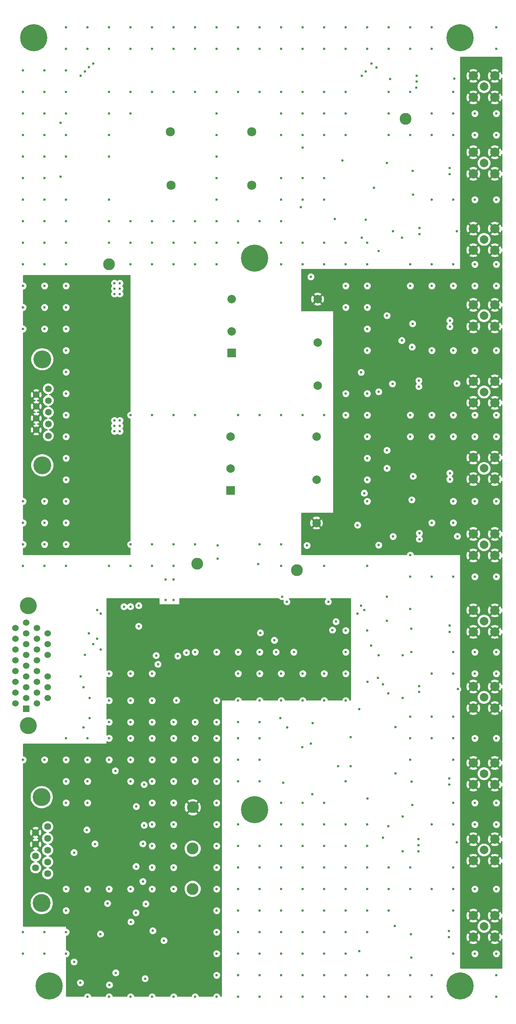
<source format=gbr>
%TF.GenerationSoftware,KiCad,Pcbnew,8.0.6*%
%TF.CreationDate,2025-05-14T12:37:58-04:00*%
%TF.ProjectId,TPC_Warm_Shaper,5450435f-5761-4726-9d5f-536861706572,rev?*%
%TF.SameCoordinates,Original*%
%TF.FileFunction,Copper,L3,Inr*%
%TF.FilePolarity,Positive*%
%FSLAX46Y46*%
G04 Gerber Fmt 4.6, Leading zero omitted, Abs format (unit mm)*
G04 Created by KiCad (PCBNEW 8.0.6) date 2025-05-14 12:37:58*
%MOMM*%
%LPD*%
G01*
G04 APERTURE LIST*
%TA.AperFunction,ComponentPad*%
%ADD10C,2.006600*%
%TD*%
%TA.AperFunction,ComponentPad*%
%ADD11C,2.209800*%
%TD*%
%TA.AperFunction,ComponentPad*%
%ADD12C,2.800000*%
%TD*%
%TA.AperFunction,ComponentPad*%
%ADD13C,1.635000*%
%TD*%
%TA.AperFunction,ComponentPad*%
%ADD14C,4.216000*%
%TD*%
%TA.AperFunction,ComponentPad*%
%ADD15C,2.159000*%
%TD*%
%TA.AperFunction,ComponentPad*%
%ADD16R,2.000000X2.000000*%
%TD*%
%TA.AperFunction,ComponentPad*%
%ADD17C,2.000000*%
%TD*%
%TA.AperFunction,ComponentPad*%
%ADD18C,1.560000*%
%TD*%
%TA.AperFunction,ComponentPad*%
%ADD19C,6.400000*%
%TD*%
%TA.AperFunction,ComponentPad*%
%ADD20C,4.000000*%
%TD*%
%TA.AperFunction,ComponentPad*%
%ADD21R,1.530000X1.530000*%
%TD*%
%TA.AperFunction,ComponentPad*%
%ADD22C,1.530000*%
%TD*%
%TA.AperFunction,ViaPad*%
%ADD23C,0.600000*%
%TD*%
G04 APERTURE END LIST*
D10*
%TO.N,/P_SHPR_6*%
%TO.C,J14*%
X225680000Y-229544999D03*
D11*
%TO.N,/PM3p3V_RTN*%
X228220000Y-227004999D03*
X223140000Y-227004999D03*
X223140000Y-232084999D03*
X228220000Y-232084999D03*
%TD*%
D10*
%TO.N,/M_SHPR_6*%
%TO.C,J13*%
X225680000Y-247544999D03*
D11*
%TO.N,/PM3p3V_RTN*%
X228220000Y-245004999D03*
X223140000Y-245004999D03*
X223140000Y-250084999D03*
X228220000Y-250084999D03*
%TD*%
D10*
%TO.N,/P_SHPR_5*%
%TO.C,J12*%
X225680000Y-193544999D03*
D11*
%TO.N,/PM3p3V_RTN*%
X228220000Y-191004999D03*
X223140000Y-191004999D03*
X223140000Y-196084999D03*
X228220000Y-196084999D03*
%TD*%
D10*
%TO.N,/M_SHPR_5*%
%TO.C,J11*%
X225680000Y-211544999D03*
D11*
%TO.N,/PM3p3V_RTN*%
X228220000Y-209004999D03*
X223140000Y-209004999D03*
X223140000Y-214084999D03*
X228220000Y-214084999D03*
%TD*%
D10*
%TO.N,/P_SHPR_4*%
%TO.C,J10*%
X225680000Y-157544999D03*
D11*
%TO.N,/PM3p3V_RTN*%
X228220000Y-155004999D03*
X223140000Y-155004999D03*
X223140000Y-160084999D03*
X228220000Y-160084999D03*
%TD*%
D10*
%TO.N,/M_SHPR_4*%
%TO.C,J9*%
X225680000Y-175544999D03*
D11*
%TO.N,/PM3p3V_RTN*%
X228220000Y-173004999D03*
X223140000Y-173004999D03*
X223140000Y-178084999D03*
X228220000Y-178084999D03*
%TD*%
D10*
%TO.N,/P_SHPR_3*%
%TO.C,J8*%
X225680000Y-121544999D03*
D11*
%TO.N,/PM3p3V_RTN*%
X228220000Y-119004999D03*
X223140000Y-119004999D03*
X223140000Y-124084999D03*
X228220000Y-124084999D03*
%TD*%
D10*
%TO.N,/M_SHPR_3*%
%TO.C,J7*%
X225680000Y-139544999D03*
D11*
%TO.N,/PM3p3V_RTN*%
X228220000Y-137004999D03*
X223140000Y-137004999D03*
X223140000Y-142084999D03*
X228220000Y-142084999D03*
%TD*%
D10*
%TO.N,/P_SHPR_2*%
%TO.C,J6*%
X225680000Y-85544999D03*
D11*
%TO.N,/PM3p3V_RTN*%
X228220000Y-83004999D03*
X223140000Y-83004999D03*
X223140000Y-88084999D03*
X228220000Y-88084999D03*
%TD*%
D10*
%TO.N,/M_SHPR_2*%
%TO.C,J5*%
X225680000Y-103544999D03*
D11*
%TO.N,/PM3p3V_RTN*%
X228220000Y-101004999D03*
X223140000Y-101004999D03*
X223140000Y-106084999D03*
X228220000Y-106084999D03*
%TD*%
D10*
%TO.N,/P_SHPR_1*%
%TO.C,J4*%
X225680000Y-49544999D03*
D11*
%TO.N,/PM3p3V_RTN*%
X228220000Y-47004999D03*
X223140000Y-47004999D03*
X223140000Y-52084999D03*
X228220000Y-52084999D03*
%TD*%
D10*
%TO.N,/M_SHPR_1*%
%TO.C,J3*%
X225680000Y-67544999D03*
D11*
%TO.N,/PM3p3V_RTN*%
X228220000Y-65004999D03*
X223140000Y-65004999D03*
X223140000Y-70084999D03*
X228220000Y-70084999D03*
%TD*%
D12*
%TO.N,/V_SEC_RTN*%
%TO.C,SEC_{RTN}*%
X181508400Y-163576000D03*
%TD*%
%TO.N,/TELEM_M5V*%
%TO.C,TELEM_{-5V}*%
X156870400Y-238709200D03*
%TD*%
D13*
%TO.N,/TELEM_RTN*%
%TO.C,J15*%
X122640000Y-235115000D03*
X122640000Y-232345000D03*
%TO.N,unconnected-(J15-Pad3)*%
X122640000Y-229575000D03*
%TO.N,/TELEM_RTN*%
X122640000Y-226805000D03*
X122640000Y-224035000D03*
%TO.N,/TELEM_M5V*%
X119800000Y-233730000D03*
X119800000Y-230960000D03*
%TO.N,/TELEM_P5V*%
X119800000Y-228190000D03*
X119800000Y-225420000D03*
D14*
%TO.N,GNDPWR*%
X121220000Y-217075000D03*
X121220000Y-242075000D03*
%TD*%
D15*
%TO.N,Net-(M2-Pad3)*%
%TO.C,P4*%
X170830000Y-60150000D03*
%TD*%
D12*
%TO.N,/TELEM_RTN*%
%TO.C,TELEM_{RTN}*%
X156870400Y-229209600D03*
%TD*%
%TO.N,/TELEM_RTN*%
%TO.C,TELEM_{RTN}*%
X207111600Y-57099200D03*
%TD*%
D16*
%TO.N,Net-(U1-+VIN)*%
%TO.C,U1*%
X166080000Y-112340000D03*
D17*
%TO.N,Net-(U1--VIN)*%
X166080000Y-107240000D03*
%TO.N,/P3p3V*%
X186380000Y-120040000D03*
%TO.N,unconnected-(U1-TRIM-Pad4)*%
X186380000Y-109840000D03*
%TO.N,/PM3p3V_RTN*%
X186380000Y-99640000D03*
%TO.N,/Main_CKT/Enable*%
X166080000Y-99640000D03*
%TD*%
D12*
%TO.N,/V_SEC_RTN*%
%TO.C,SEC_{RTN}*%
X137160000Y-91440000D03*
%TD*%
%TO.N,/Main_CKT/Enable*%
%TO.C,V_{EN}*%
X157940000Y-162040000D03*
%TD*%
D18*
%TO.N,/V_SEC_RTN*%
%TO.C,J2*%
X122790000Y-120780000D03*
X122790000Y-123550000D03*
%TO.N,unconnected-(J2-Pad3)*%
X122790000Y-126320000D03*
%TO.N,/V_SEC_RTN*%
X122790000Y-129090000D03*
X122790000Y-131860000D03*
%TO.N,/V_SEC_IN*%
X119950000Y-122165000D03*
X119950000Y-124935000D03*
X119950000Y-127705000D03*
X119950000Y-130475000D03*
D14*
%TO.N,GNDPWR*%
X121370000Y-113820000D03*
X121370000Y-138820000D03*
%TD*%
D19*
%TO.N,GNDPWR*%
%TO.C,H7*%
X123000000Y-261620000D03*
%TD*%
%TO.N,GNDPWR*%
%TO.C,H5*%
X119380000Y-38000000D03*
%TD*%
D12*
%TO.N,/TELEM_P5V*%
%TO.C,TELEM_{+5V}*%
X156921200Y-219456000D03*
%TD*%
D19*
%TO.N,GNDPWR*%
%TO.C,H1*%
X220000000Y-38000000D03*
%TD*%
D16*
%TO.N,Net-(U2-+VIN)*%
%TO.C,U2*%
X165807500Y-144730000D03*
D17*
%TO.N,Net-(U2--VIN)*%
X165807500Y-139630000D03*
%TO.N,/PM3p3V_RTN*%
X186107500Y-152430000D03*
%TO.N,unconnected-(U2-TRIM-Pad4)*%
X186107500Y-142230000D03*
%TO.N,/M3p3V*%
X186107500Y-132030000D03*
%TO.N,/Main_CKT/Enable*%
X165807500Y-132030000D03*
%TD*%
D19*
%TO.N,GNDPWR*%
%TO.C,H2*%
X171500000Y-90000000D03*
%TD*%
D15*
%TO.N,Net-(P1-Pad1)*%
%TO.C,P1*%
X151810600Y-72790000D03*
%TD*%
D19*
%TO.N,GNDPWR*%
%TO.C,H4*%
X220000000Y-261620000D03*
%TD*%
%TO.N,GNDPWR*%
%TO.C,H3*%
X171500000Y-220000000D03*
%TD*%
D15*
%TO.N,Net-(M1-Pad3)*%
%TO.C,P2*%
X170809800Y-72790000D03*
%TD*%
%TO.N,Net-(P3-Pad1)*%
%TO.C,P3*%
X151620000Y-60148000D03*
%TD*%
D20*
%TO.N,GNDPWR*%
%TO.C,J1*%
X118098000Y-171909500D03*
X118098000Y-200230500D03*
D21*
%TO.N,/i_Sense_6-*%
X117590000Y-196230000D03*
D22*
%TO.N,/TELEM_RTN*%
X115050000Y-194960000D03*
%TO.N,/i_Sense_6+*%
X117590000Y-193690000D03*
%TO.N,/TELEM_RTN*%
X115050000Y-192420000D03*
%TO.N,/i_Sense_5-*%
X117590000Y-191150000D03*
%TO.N,/TELEM_RTN*%
X115050000Y-189880000D03*
%TO.N,/i_Sense_5+*%
X117590000Y-188610000D03*
%TO.N,/TELEM_RTN*%
X115050000Y-187340000D03*
X115050000Y-184800000D03*
%TO.N,/i_Sense_4+*%
X117590000Y-183530000D03*
%TO.N,/TELEM_RTN*%
X115050000Y-182260000D03*
%TO.N,/i_Sense_3-*%
X117590000Y-180990000D03*
%TO.N,/TELEM_RTN*%
X115050000Y-179720000D03*
%TO.N,/i_Sense_3+*%
X117590000Y-178450000D03*
%TO.N,/TELEM_RTN*%
X115050000Y-177180000D03*
%TO.N,/Enable+*%
X117590000Y-175910000D03*
%TO.N,/TELEM_RTN*%
X120130000Y-194960000D03*
%TO.N,/P3p3V_MON*%
X122670000Y-193690000D03*
%TO.N,/TELEM_RTN*%
X120130000Y-192420000D03*
%TO.N,/M3p3V_MON*%
X122670000Y-191150000D03*
%TO.N,/TEMP_MON*%
X120130000Y-189880000D03*
%TO.N,/i_Sense_2-*%
X122670000Y-188610000D03*
%TO.N,/TELEM_RTN*%
X120130000Y-187340000D03*
%TO.N,/i_Sense_4-*%
X117590000Y-186070000D03*
%TO.N,/TELEM_RTN*%
X120130000Y-184800000D03*
%TO.N,/i_Sense_2+*%
X122670000Y-183530000D03*
%TO.N,/TELEM_RTN*%
X120130000Y-182260000D03*
%TO.N,/i_Sense_1-*%
X122670000Y-180990000D03*
%TO.N,/TELEM_RTN*%
X120130000Y-179720000D03*
%TO.N,/Enable-*%
X120130000Y-177180000D03*
%TO.N,/i_Sense_1+*%
X122670000Y-178450000D03*
%TD*%
D23*
%TO.N,/P3p3V*%
X206470000Y-183600000D03*
X200810000Y-121490000D03*
X206470000Y-193730000D03*
X200810000Y-183600000D03*
X209720000Y-49789999D03*
X206480000Y-221620000D03*
X200810000Y-157650000D03*
X210180000Y-229844999D03*
X206470000Y-229850000D03*
X200810000Y-88260000D03*
%TO.N,/PM3p3V_RTN*%
X188446000Y-157730000D03*
X189426000Y-94380000D03*
X221860000Y-220670000D03*
%TO.N,GNDPWR*%
X184796000Y-94380000D03*
X183886000Y-157730000D03*
%TO.N,/V_SEC_RTN*%
X187960000Y-40640000D03*
X218440000Y-152400000D03*
X121920000Y-66040000D03*
X127000000Y-147320000D03*
X147320000Y-81280000D03*
X157480000Y-157480000D03*
X213360000Y-60960000D03*
X121920000Y-152400000D03*
X139700000Y-129540000D03*
X187960000Y-35560000D03*
X116840000Y-152400000D03*
X127000000Y-45720000D03*
X167640000Y-50800000D03*
X138430000Y-98425000D03*
X127000000Y-50800000D03*
X177800000Y-157480000D03*
X223520000Y-111760000D03*
X142240000Y-55880000D03*
X121920000Y-162560000D03*
X182880000Y-86360000D03*
X127000000Y-60960000D03*
X162560000Y-60960000D03*
X208280000Y-40640000D03*
X228600000Y-147320000D03*
X198120000Y-101600000D03*
X172720000Y-50800000D03*
X116840000Y-81280000D03*
X150460000Y-165750000D03*
X198120000Y-162560000D03*
X142240000Y-35560000D03*
X116840000Y-96520000D03*
X198120000Y-121920000D03*
X198120000Y-91440000D03*
X213360000Y-96520000D03*
X228600000Y-165100000D03*
X223520000Y-55880000D03*
X127000000Y-106680000D03*
X139700000Y-130810000D03*
X147320000Y-50800000D03*
X127000000Y-40640000D03*
X228600000Y-35560000D03*
X223520000Y-147320000D03*
X162560000Y-81280000D03*
X193040000Y-40640000D03*
X116840000Y-86360000D03*
X132080000Y-40640000D03*
X182880000Y-40640000D03*
X116840000Y-71120000D03*
X147320000Y-86360000D03*
X177800000Y-76200000D03*
X228600000Y-60960000D03*
X116840000Y-91440000D03*
X152400000Y-157480000D03*
X203200000Y-55880000D03*
X213360000Y-55880000D03*
X182880000Y-60960000D03*
X208280000Y-96520000D03*
X139700000Y-98425000D03*
X198120000Y-106680000D03*
X187960000Y-76200000D03*
X121920000Y-81280000D03*
X132080000Y-35560000D03*
X213360000Y-165100000D03*
X228600000Y-132080000D03*
X137160000Y-81280000D03*
X198120000Y-35560000D03*
X203200000Y-40640000D03*
X193040000Y-35560000D03*
X213360000Y-152400000D03*
X193040000Y-86360000D03*
X218440000Y-165100000D03*
X193040000Y-121920000D03*
X162560000Y-50800000D03*
X208280000Y-132080000D03*
X203200000Y-35560000D03*
X152400000Y-86360000D03*
X127000000Y-157480000D03*
X218440000Y-127000000D03*
X223520000Y-96520000D03*
X193040000Y-55880000D03*
X157480000Y-127000000D03*
X172720000Y-40640000D03*
X208280000Y-127000000D03*
X157480000Y-35560000D03*
X177800000Y-86360000D03*
X121920000Y-76200000D03*
X138430000Y-130810000D03*
X218440000Y-76200000D03*
X127000000Y-127000000D03*
X147320000Y-162560000D03*
X193040000Y-101600000D03*
X121920000Y-71120000D03*
X198120000Y-142240000D03*
X121920000Y-101600000D03*
X177800000Y-35560000D03*
X152400000Y-40640000D03*
X218440000Y-132080000D03*
X127000000Y-96520000D03*
X167640000Y-81280000D03*
X147320000Y-35560000D03*
X157480000Y-86360000D03*
X198120000Y-96520000D03*
X127000000Y-91440000D03*
X223520000Y-127000000D03*
X228600000Y-55880000D03*
X142240000Y-91440000D03*
X127000000Y-111760000D03*
X193040000Y-127000000D03*
X187960000Y-55880000D03*
X172360000Y-162120000D03*
X198120000Y-86360000D03*
X127000000Y-137160000D03*
X142240000Y-162560000D03*
X138430000Y-128270000D03*
X137160000Y-162560000D03*
X137160000Y-35560000D03*
X193040000Y-96520000D03*
X138430000Y-97155000D03*
X142240000Y-81280000D03*
X177800000Y-60960000D03*
X142240000Y-50800000D03*
X162560000Y-66040000D03*
X127000000Y-132080000D03*
X172720000Y-127000000D03*
X208280000Y-91440000D03*
X152400000Y-162560000D03*
X142240000Y-127000000D03*
X203200000Y-50800000D03*
X223520000Y-76200000D03*
X218440000Y-111760000D03*
X223520000Y-165100000D03*
X127000000Y-86360000D03*
X127000000Y-66040000D03*
X121920000Y-106680000D03*
X198120000Y-137160000D03*
X167640000Y-127000000D03*
X177800000Y-60960000D03*
X142240000Y-86360000D03*
X147320000Y-91440000D03*
X152400000Y-81280000D03*
X228600000Y-111760000D03*
X172720000Y-35560000D03*
X218440000Y-91440000D03*
X127000000Y-101600000D03*
X152400000Y-35560000D03*
X116840000Y-50800000D03*
X218440000Y-60960000D03*
X177800000Y-91440000D03*
X187960000Y-60960000D03*
X193040000Y-60960000D03*
X198120000Y-111760000D03*
X152400000Y-127000000D03*
X223520000Y-132080000D03*
X137160000Y-55880000D03*
X127000000Y-121920000D03*
X152400000Y-91440000D03*
X182880000Y-35560000D03*
X147320000Y-157480000D03*
X127000000Y-116840000D03*
X127000000Y-35560000D03*
X218440000Y-55880000D03*
X182880000Y-76200000D03*
X142240000Y-40640000D03*
X177800000Y-55880000D03*
X137160000Y-60960000D03*
X187960000Y-127000000D03*
X208280000Y-165100000D03*
X187960000Y-71120000D03*
X193040000Y-50800000D03*
X152400000Y-50800000D03*
X228600000Y-76200000D03*
X157480000Y-40640000D03*
X213360000Y-111760000D03*
X116840000Y-45720000D03*
X121920000Y-60960000D03*
X218440000Y-50800000D03*
X116840000Y-60960000D03*
X198120000Y-121920000D03*
X228600000Y-96520000D03*
X121920000Y-86360000D03*
X198120000Y-132080000D03*
X203200000Y-60960000D03*
X139700000Y-128270000D03*
X223520000Y-91440000D03*
X172720000Y-157480000D03*
X218440000Y-147320000D03*
X121920000Y-91440000D03*
X228600000Y-91440000D03*
X138430000Y-129540000D03*
X162560000Y-76200000D03*
X187960000Y-50800000D03*
X177800000Y-50800000D03*
X121920000Y-55880000D03*
X116840000Y-76200000D03*
X147320000Y-40640000D03*
X139700000Y-95885000D03*
X182880000Y-50800000D03*
X162560000Y-35560000D03*
X162560000Y-86360000D03*
X147320000Y-127000000D03*
X152350000Y-165770000D03*
X137160000Y-86360000D03*
X198120000Y-127000000D03*
X139700000Y-97155000D03*
X182880000Y-55880000D03*
X182880000Y-127000000D03*
X177800000Y-40640000D03*
X162560000Y-71120000D03*
X187960000Y-86360000D03*
X127000000Y-55880000D03*
X116840000Y-101600000D03*
X167640000Y-86360000D03*
X177800000Y-81280000D03*
X127000000Y-142240000D03*
X127000000Y-76200000D03*
X157480000Y-81280000D03*
X121920000Y-147320000D03*
X157480000Y-50800000D03*
X137160000Y-66040000D03*
X137160000Y-40640000D03*
X138430000Y-95885000D03*
X182880000Y-91440000D03*
X208280000Y-50800000D03*
X121920000Y-50800000D03*
X127000000Y-81280000D03*
X213360000Y-132080000D03*
X213360000Y-76200000D03*
X187960000Y-91440000D03*
X162560000Y-55880000D03*
X223520000Y-60960000D03*
X121920000Y-96520000D03*
X218440000Y-96520000D03*
X121920000Y-45720000D03*
X228600000Y-40640000D03*
X198120000Y-40640000D03*
X193040000Y-91440000D03*
X121920000Y-157480000D03*
X116840000Y-106680000D03*
X116840000Y-66040000D03*
X213360000Y-40640000D03*
X213360000Y-91440000D03*
X157480000Y-91440000D03*
X116840000Y-55880000D03*
X127000000Y-152400000D03*
X177800000Y-127000000D03*
X177800000Y-162560000D03*
X162560000Y-91440000D03*
X142240000Y-157480000D03*
X228600000Y-127000000D03*
X213360000Y-127000000D03*
X208280000Y-160020000D03*
X116840000Y-162560000D03*
X116840000Y-157480000D03*
X167640000Y-35560000D03*
X162560000Y-40640000D03*
X137160000Y-50800000D03*
X198120000Y-147320000D03*
X137160000Y-76200000D03*
X213360000Y-35560000D03*
X177800000Y-71120000D03*
X187960000Y-162560000D03*
X127000000Y-162560000D03*
X182880000Y-71120000D03*
X208280000Y-35560000D03*
X172720000Y-81280000D03*
X116840000Y-147320000D03*
X167640000Y-40640000D03*
X208280000Y-60960000D03*
%TO.N,/M3p3V*%
X177980000Y-169790000D03*
X202750000Y-169790000D03*
X204800000Y-200580000D03*
X202770000Y-103530000D03*
X204620000Y-247480000D03*
X204770000Y-211500000D03*
X202760000Y-139540000D03*
X202760000Y-175480000D03*
X202770000Y-135310000D03*
X202770000Y-67540000D03*
%TO.N,/V_SEC_IN*%
X134720000Y-121250000D03*
X134682500Y-153660000D03*
X134682500Y-152390000D03*
X137260000Y-119980000D03*
X135990000Y-121250000D03*
X137222500Y-153660000D03*
X135952500Y-153660000D03*
X135990000Y-119980000D03*
X135902500Y-152390000D03*
X134720000Y-119980000D03*
X137260000Y-121250000D03*
X137222500Y-152390000D03*
%TO.N,/TELEM_RTN*%
X145130000Y-236970000D03*
X228600000Y-223520000D03*
X182880000Y-218440000D03*
X198120000Y-233680000D03*
X142240000Y-203200000D03*
X218440000Y-223520000D03*
X198120000Y-243840000D03*
X219470000Y-191614999D03*
X121920000Y-208280000D03*
X217570000Y-68694999D03*
X218440000Y-198120000D03*
X228600000Y-254000000D03*
X136786200Y-242165000D03*
X145140000Y-228080000D03*
X167640000Y-248920000D03*
X208280000Y-172720000D03*
X147320000Y-203200000D03*
X187960000Y-233680000D03*
X157480000Y-203200000D03*
X157480000Y-182880000D03*
X208280000Y-259080000D03*
X203200000Y-264160000D03*
X176580000Y-182880000D03*
X167640000Y-259080000D03*
X193040000Y-259080000D03*
X127000000Y-248920000D03*
X182880000Y-233680000D03*
X152400000Y-238760000D03*
X193040000Y-254000000D03*
X223520000Y-254000000D03*
X132080000Y-218440000D03*
X218440000Y-187960000D03*
X167640000Y-228600000D03*
X213360000Y-203200000D03*
X172720000Y-254000000D03*
X193040000Y-177800000D03*
X142240000Y-208280000D03*
X147320000Y-187960000D03*
X182880000Y-238760000D03*
X132080000Y-264160000D03*
X198120000Y-223520000D03*
X147320000Y-203200000D03*
X172720000Y-233680000D03*
X208570000Y-213394999D03*
X187960000Y-187960000D03*
X177800000Y-243840000D03*
X162560000Y-228600000D03*
X203200000Y-233680000D03*
X217600000Y-104689999D03*
X213360000Y-259080000D03*
X162560000Y-223520000D03*
X130376200Y-260865000D03*
X167640000Y-182880000D03*
X198120000Y-259080000D03*
X127000000Y-213360000D03*
X213360000Y-198120000D03*
X223520000Y-182880000D03*
X147320000Y-199390000D03*
X228600000Y-238760000D03*
X198120000Y-177800000D03*
X209730000Y-48339999D03*
X147320000Y-218440000D03*
X137160000Y-199390000D03*
X172720000Y-259080000D03*
X172720000Y-187960000D03*
X210290000Y-120254999D03*
X152400000Y-223520000D03*
X223520000Y-203200000D03*
X187960000Y-259080000D03*
X203200000Y-238760000D03*
X218440000Y-243840000D03*
X162560000Y-233680000D03*
X148695476Y-185749999D03*
X157480000Y-213360000D03*
X127000000Y-208280000D03*
X177800000Y-254000000D03*
X208470000Y-182894999D03*
X176190000Y-180100000D03*
X162560000Y-238760000D03*
X213360000Y-223520000D03*
X187960000Y-228600000D03*
X157480000Y-199390000D03*
X116840000Y-208280000D03*
X217450000Y-212659999D03*
X208460000Y-177384999D03*
X182880000Y-254000000D03*
X127000000Y-218440000D03*
X208280000Y-203200000D03*
X121920000Y-254000000D03*
X152400000Y-199390000D03*
X193040000Y-248920000D03*
X167640000Y-194310000D03*
X223520000Y-223520000D03*
X127000000Y-238760000D03*
X203200000Y-243840000D03*
X172720000Y-208280000D03*
X177800000Y-228600000D03*
X204198000Y-155624999D03*
X185180000Y-199630000D03*
X219270000Y-119534999D03*
X210420000Y-84289999D03*
X152400000Y-213360000D03*
X147320000Y-213360000D03*
X147320000Y-194310000D03*
X167640000Y-213360000D03*
X193040000Y-187960000D03*
X167640000Y-208280000D03*
X172720000Y-213360000D03*
X132080000Y-238760000D03*
X182880000Y-243840000D03*
X172720000Y-243840000D03*
X148265476Y-183690000D03*
X218680000Y-47664999D03*
X162560000Y-248920000D03*
X157480000Y-264160000D03*
X182880000Y-194310000D03*
X147320000Y-194310000D03*
X162560000Y-208280000D03*
X198120000Y-238760000D03*
X208890000Y-74959999D03*
X172720000Y-238760000D03*
X116840000Y-254000000D03*
X177800000Y-259080000D03*
X167640000Y-238760000D03*
X217370000Y-248649999D03*
X182720000Y-205310000D03*
X187960000Y-254000000D03*
X201780000Y-226610000D03*
X187960000Y-243840000D03*
X193040000Y-223520000D03*
X218440000Y-208280000D03*
X142240000Y-264160000D03*
X208820000Y-105434999D03*
X182880000Y-264160000D03*
X172720000Y-203200000D03*
X147320000Y-199390000D03*
X208700000Y-110954999D03*
X204070000Y-119619999D03*
X147320000Y-228600000D03*
X147320000Y-233680000D03*
X182850000Y-63940000D03*
X210340000Y-192284999D03*
X210190000Y-228394999D03*
X167640000Y-264160000D03*
X177800000Y-238760000D03*
X218440000Y-203200000D03*
X187960000Y-223520000D03*
X177800000Y-248920000D03*
X167640000Y-203200000D03*
X162560000Y-182880000D03*
X172720000Y-199390000D03*
X162560000Y-264160000D03*
X142240000Y-238760000D03*
X167640000Y-187960000D03*
X152350000Y-170580000D03*
X172720000Y-264160000D03*
X219230000Y-227724999D03*
X150470000Y-170610000D03*
X142316200Y-246515000D03*
X208460000Y-254914999D03*
X208280000Y-264160000D03*
X218440000Y-233680000D03*
X133820000Y-228120000D03*
X153075476Y-194250000D03*
X127000000Y-203200000D03*
X152400000Y-208280000D03*
X182880000Y-187960000D03*
X213360000Y-264160000D03*
X187960000Y-218440000D03*
X218440000Y-182880000D03*
X162560000Y-213360000D03*
X127000000Y-243840000D03*
X193040000Y-228600000D03*
X187960000Y-248920000D03*
X147320000Y-223520000D03*
X208710000Y-218930000D03*
X152400000Y-233680000D03*
X177800000Y-233680000D03*
X187960000Y-194310000D03*
X208280000Y-238760000D03*
X147320000Y-238760000D03*
X172720000Y-228600000D03*
X172720000Y-182880000D03*
X162560000Y-199390000D03*
X167640000Y-233680000D03*
X217530000Y-176629999D03*
X167640000Y-223520000D03*
X142240000Y-199390000D03*
X198120000Y-228600000D03*
X193040000Y-194310000D03*
X162560000Y-199390000D03*
X157480000Y-208280000D03*
X198120000Y-264160000D03*
X208280000Y-233680000D03*
X162560000Y-243840000D03*
X208280000Y-208280000D03*
X187960000Y-264160000D03*
X167640000Y-243840000D03*
X193040000Y-264160000D03*
X219390000Y-155574999D03*
X121920000Y-248920000D03*
X210418000Y-156259999D03*
X213360000Y-238760000D03*
X167640000Y-254000000D03*
X213360000Y-187960000D03*
X177800000Y-187960000D03*
X162560000Y-254000000D03*
X142240000Y-187960000D03*
X162560000Y-218440000D03*
X228600000Y-264160000D03*
X152400000Y-218440000D03*
X218440000Y-218440000D03*
X167640000Y-199390000D03*
X162560000Y-259080000D03*
X172720000Y-194310000D03*
X152400000Y-228600000D03*
X218440000Y-254000000D03*
X208280000Y-198120000D03*
X193040000Y-238760000D03*
X228600000Y-182880000D03*
X135116200Y-249380000D03*
X128880000Y-230150000D03*
X218440000Y-238760000D03*
X198120000Y-248920000D03*
X177800000Y-264160000D03*
X177800000Y-223520000D03*
X193040000Y-243840000D03*
X177800000Y-218440000D03*
X208620000Y-146964999D03*
X182390000Y-77960000D03*
X190730000Y-175700000D03*
X182880000Y-223520000D03*
X223520000Y-218440000D03*
X223520000Y-238760000D03*
X152400000Y-264160000D03*
X147320000Y-208280000D03*
X132080000Y-203200000D03*
X217600000Y-140689999D03*
X194160000Y-209790000D03*
X193040000Y-233680000D03*
X137226200Y-261375000D03*
X223520000Y-187960000D03*
X137160000Y-238760000D03*
X204200000Y-83654999D03*
X145420000Y-214110000D03*
X203200000Y-259080000D03*
X177800000Y-194310000D03*
X162560000Y-194310000D03*
X193040000Y-182880000D03*
X208440000Y-249394999D03*
X228600000Y-218440000D03*
X137160000Y-208280000D03*
X137160000Y-187960000D03*
X182880000Y-228600000D03*
X208940000Y-141439999D03*
X137160000Y-203200000D03*
X142240000Y-213360000D03*
X138640000Y-210880000D03*
X145666200Y-259885000D03*
X201840000Y-190500000D03*
X182880000Y-248920000D03*
X137160000Y-194310000D03*
X152400000Y-203200000D03*
X132080000Y-213360000D03*
X228600000Y-203200000D03*
X228600000Y-187960000D03*
X147320000Y-187960000D03*
X127000000Y-254000000D03*
X116840000Y-248920000D03*
X172720000Y-248920000D03*
X147320000Y-264160000D03*
X194160000Y-202930000D03*
X132080000Y-208280000D03*
X203510000Y-47704999D03*
X142240000Y-194310000D03*
X228600000Y-259080000D03*
X131910000Y-224810000D03*
X145430000Y-223710000D03*
X182880000Y-259080000D03*
X185140000Y-216380000D03*
X219260000Y-83619999D03*
X172870000Y-178340000D03*
X155405476Y-182990000D03*
X208835000Y-69429999D03*
X132080000Y-203200000D03*
X187960000Y-238760000D03*
X162560000Y-203200000D03*
X193040000Y-213360000D03*
X137160000Y-264160000D03*
X140660000Y-172170000D03*
%TO.N,/i_Sense_1+*%
X200260000Y-44990000D03*
X132420000Y-44970000D03*
X132420000Y-178460000D03*
%TO.N,/i_Sense_2+*%
X131450000Y-45910000D03*
X197760000Y-80950000D03*
X131450000Y-183540000D03*
X197760000Y-45910000D03*
%TO.N,/TELEM_P5V*%
X133350000Y-221600000D03*
X150576200Y-242235000D03*
X125720000Y-211410000D03*
X158560000Y-194110000D03*
X125730000Y-70770000D03*
X186700000Y-175700000D03*
X125730000Y-58070000D03*
X145666200Y-255625000D03*
X162110000Y-174650000D03*
X153716200Y-249575000D03*
X133796200Y-252115000D03*
%TO.N,/TELEM_M5V*%
X128880000Y-255940000D03*
X180770000Y-182880000D03*
X138730000Y-258515000D03*
%TO.N,/i_Sense_3+*%
X144150000Y-176790000D03*
X196660000Y-116920000D03*
X144150000Y-171930000D03*
X196670000Y-171930000D03*
%TO.N,/i_Sense_4+*%
X195830000Y-173800000D03*
X195830000Y-152930000D03*
X135200000Y-173800000D03*
X135200000Y-182270000D03*
%TO.N,/i_Sense_5+*%
X200640000Y-188950000D03*
%TO.N,/i_Sense_6+*%
X203050000Y-223930000D03*
X203080000Y-192590000D03*
%TO.N,/i_Sense_1-*%
X199670000Y-73400000D03*
X133360000Y-181010000D03*
X133357380Y-44063928D03*
X199060000Y-44070000D03*
%TO.N,/i_Sense_2-*%
X206270000Y-85190000D03*
X196790000Y-85190000D03*
X130470000Y-188620000D03*
X206274999Y-109404999D03*
X196790000Y-46940000D03*
X130470000Y-46940000D03*
%TO.N,/i_Sense_3-*%
X134350000Y-179710000D03*
X197410000Y-172910000D03*
X134360000Y-172920000D03*
X197410000Y-145404999D03*
%TO.N,/i_Sense_4-*%
X199010000Y-181350000D03*
%TO.N,/i_Sense_5-*%
X198140000Y-189900000D03*
X198130000Y-217370000D03*
%TO.N,/i_Sense_6-*%
X196180000Y-253370000D03*
X196180000Y-196340000D03*
%TO.N,Net-(U17A-A_OUT)*%
X179120000Y-171010000D03*
X190440000Y-80790000D03*
X188910000Y-171020000D03*
%TO.N,Net-(U17B-B_OUT)*%
X192210000Y-66960000D03*
X189890000Y-177690000D03*
%TO.N,/TELEM_P3p3V*%
X210418000Y-154859999D03*
X210340000Y-190884999D03*
X210190000Y-226994999D03*
X217380000Y-250119999D03*
X210290000Y-118854999D03*
X217460000Y-214129999D03*
X209730000Y-46939999D03*
X142210000Y-172150000D03*
X217610000Y-142159999D03*
X217610000Y-106159999D03*
X153375476Y-183820000D03*
X184780000Y-204410000D03*
X143570000Y-219300000D03*
X217540000Y-178099999D03*
X217580000Y-70164999D03*
X210420000Y-82889999D03*
%TO.N,/TELEM_M3p3V*%
X143530000Y-233450000D03*
X191210000Y-209790000D03*
%TO.N,Net-(LED1-Pad2)*%
X150106199Y-250914999D03*
%TO.N,Net-(LED1-Pad1)*%
X147476199Y-248594999D03*
%TO.N,Net-(LED2-Pad1)*%
X143486200Y-244345000D03*
%TO.N,Net-(LED2-Pad2)*%
X145836200Y-242255000D03*
%TO.N,/Main_CKT/Enable*%
X162740000Y-157720000D03*
X162740000Y-160850000D03*
%TO.N,/P3p3V_MON*%
X132530000Y-198410000D03*
X132530000Y-193700000D03*
X178230000Y-213670000D03*
X177570000Y-198410000D03*
%TO.N,/M3p3V_MON*%
X179200000Y-200600000D03*
X131149881Y-200600833D03*
X131150000Y-191160000D03*
%TD*%
%TA.AperFunction,Conductor*%
%TO.N,/V_SEC_IN*%
G36*
X142183039Y-93999685D02*
G01*
X142228794Y-94052489D01*
X142240000Y-94104000D01*
X142240000Y-126083621D01*
X142220315Y-126150660D01*
X142167511Y-126196415D01*
X142129884Y-126206841D01*
X142060749Y-126214630D01*
X142060745Y-126214631D01*
X141890476Y-126274211D01*
X141737737Y-126370184D01*
X141610184Y-126497737D01*
X141514211Y-126650476D01*
X141454631Y-126820745D01*
X141454630Y-126820750D01*
X141434435Y-126999996D01*
X141434435Y-127000003D01*
X141454630Y-127179249D01*
X141454631Y-127179254D01*
X141514211Y-127349523D01*
X141566777Y-127433180D01*
X141610184Y-127502262D01*
X141737738Y-127629816D01*
X141779709Y-127656188D01*
X141879235Y-127718725D01*
X141890478Y-127725789D01*
X142026711Y-127773459D01*
X142060745Y-127785368D01*
X142060749Y-127785369D01*
X142129883Y-127793158D01*
X142194297Y-127820224D01*
X142233852Y-127877818D01*
X142240000Y-127916378D01*
X142240000Y-156563621D01*
X142220315Y-156630660D01*
X142167511Y-156676415D01*
X142129884Y-156686841D01*
X142060749Y-156694630D01*
X142060745Y-156694631D01*
X141890476Y-156754211D01*
X141737737Y-156850184D01*
X141610184Y-156977737D01*
X141514211Y-157130476D01*
X141454631Y-157300745D01*
X141454630Y-157300750D01*
X141434435Y-157479996D01*
X141434435Y-157480003D01*
X141454630Y-157659249D01*
X141454631Y-157659254D01*
X141514211Y-157829523D01*
X141610184Y-157982262D01*
X141737738Y-158109816D01*
X141890478Y-158205789D01*
X142060745Y-158265368D01*
X142060749Y-158265369D01*
X142129883Y-158273158D01*
X142194297Y-158300224D01*
X142233852Y-158357818D01*
X142240000Y-158396378D01*
X142240000Y-159896000D01*
X142220315Y-159963039D01*
X142167511Y-160008794D01*
X142116000Y-160020000D01*
X116964000Y-160020000D01*
X116896961Y-160000315D01*
X116851206Y-159947511D01*
X116840000Y-159896000D01*
X116840000Y-158396378D01*
X116859685Y-158329339D01*
X116912489Y-158283584D01*
X116950117Y-158273158D01*
X117019250Y-158265369D01*
X117019253Y-158265368D01*
X117019255Y-158265368D01*
X117189522Y-158205789D01*
X117342262Y-158109816D01*
X117469816Y-157982262D01*
X117565789Y-157829522D01*
X117625368Y-157659255D01*
X117645565Y-157480000D01*
X117645565Y-157479996D01*
X121114435Y-157479996D01*
X121114435Y-157480003D01*
X121134630Y-157659249D01*
X121134631Y-157659254D01*
X121194211Y-157829523D01*
X121290184Y-157982262D01*
X121417738Y-158109816D01*
X121570478Y-158205789D01*
X121740745Y-158265368D01*
X121740750Y-158265369D01*
X121919996Y-158285565D01*
X121920000Y-158285565D01*
X121920004Y-158285565D01*
X122099249Y-158265369D01*
X122099252Y-158265368D01*
X122099255Y-158265368D01*
X122269522Y-158205789D01*
X122422262Y-158109816D01*
X122549816Y-157982262D01*
X122645789Y-157829522D01*
X122705368Y-157659255D01*
X122725565Y-157480000D01*
X122725565Y-157479996D01*
X126194435Y-157479996D01*
X126194435Y-157480003D01*
X126214630Y-157659249D01*
X126214631Y-157659254D01*
X126274211Y-157829523D01*
X126370184Y-157982262D01*
X126497738Y-158109816D01*
X126650478Y-158205789D01*
X126820745Y-158265368D01*
X126820750Y-158265369D01*
X126999996Y-158285565D01*
X127000000Y-158285565D01*
X127000004Y-158285565D01*
X127179249Y-158265369D01*
X127179252Y-158265368D01*
X127179255Y-158265368D01*
X127349522Y-158205789D01*
X127502262Y-158109816D01*
X127629816Y-157982262D01*
X127725789Y-157829522D01*
X127785368Y-157659255D01*
X127805565Y-157480000D01*
X127785368Y-157300745D01*
X127725789Y-157130478D01*
X127629816Y-156977738D01*
X127502262Y-156850184D01*
X127349523Y-156754211D01*
X127179254Y-156694631D01*
X127179249Y-156694630D01*
X127000004Y-156674435D01*
X126999996Y-156674435D01*
X126820750Y-156694630D01*
X126820745Y-156694631D01*
X126650476Y-156754211D01*
X126497737Y-156850184D01*
X126370184Y-156977737D01*
X126274211Y-157130476D01*
X126214631Y-157300745D01*
X126214630Y-157300750D01*
X126194435Y-157479996D01*
X122725565Y-157479996D01*
X122705368Y-157300745D01*
X122645789Y-157130478D01*
X122549816Y-156977738D01*
X122422262Y-156850184D01*
X122269523Y-156754211D01*
X122099254Y-156694631D01*
X122099249Y-156694630D01*
X121920004Y-156674435D01*
X121919996Y-156674435D01*
X121740750Y-156694630D01*
X121740745Y-156694631D01*
X121570476Y-156754211D01*
X121417737Y-156850184D01*
X121290184Y-156977737D01*
X121194211Y-157130476D01*
X121134631Y-157300745D01*
X121134630Y-157300750D01*
X121114435Y-157479996D01*
X117645565Y-157479996D01*
X117625368Y-157300745D01*
X117565789Y-157130478D01*
X117469816Y-156977738D01*
X117342262Y-156850184D01*
X117189523Y-156754211D01*
X117019254Y-156694631D01*
X117019250Y-156694630D01*
X116950116Y-156686841D01*
X116885702Y-156659774D01*
X116846147Y-156602179D01*
X116840000Y-156563621D01*
X116840000Y-153316378D01*
X116859685Y-153249339D01*
X116912489Y-153203584D01*
X116950117Y-153193158D01*
X117019250Y-153185369D01*
X117019253Y-153185368D01*
X117019255Y-153185368D01*
X117189522Y-153125789D01*
X117342262Y-153029816D01*
X117469816Y-152902262D01*
X117565789Y-152749522D01*
X117625368Y-152579255D01*
X117645565Y-152400000D01*
X117645565Y-152399996D01*
X121114435Y-152399996D01*
X121114435Y-152400003D01*
X121134630Y-152579249D01*
X121134631Y-152579254D01*
X121194211Y-152749523D01*
X121290184Y-152902262D01*
X121417738Y-153029816D01*
X121570478Y-153125789D01*
X121740745Y-153185368D01*
X121740750Y-153185369D01*
X121919996Y-153205565D01*
X121920000Y-153205565D01*
X121920004Y-153205565D01*
X122099249Y-153185369D01*
X122099252Y-153185368D01*
X122099255Y-153185368D01*
X122269522Y-153125789D01*
X122422262Y-153029816D01*
X122549816Y-152902262D01*
X122645789Y-152749522D01*
X122705368Y-152579255D01*
X122725565Y-152400000D01*
X122725565Y-152399996D01*
X126194435Y-152399996D01*
X126194435Y-152400003D01*
X126214630Y-152579249D01*
X126214631Y-152579254D01*
X126274211Y-152749523D01*
X126370184Y-152902262D01*
X126497738Y-153029816D01*
X126650478Y-153125789D01*
X126820745Y-153185368D01*
X126820750Y-153185369D01*
X126999996Y-153205565D01*
X127000000Y-153205565D01*
X127000004Y-153205565D01*
X127179249Y-153185369D01*
X127179252Y-153185368D01*
X127179255Y-153185368D01*
X127349522Y-153125789D01*
X127502262Y-153029816D01*
X127629816Y-152902262D01*
X127725789Y-152749522D01*
X127785368Y-152579255D01*
X127805565Y-152400000D01*
X127785368Y-152220745D01*
X127725789Y-152050478D01*
X127629816Y-151897738D01*
X127502262Y-151770184D01*
X127349523Y-151674211D01*
X127179254Y-151614631D01*
X127179249Y-151614630D01*
X127000004Y-151594435D01*
X126999996Y-151594435D01*
X126820750Y-151614630D01*
X126820745Y-151614631D01*
X126650476Y-151674211D01*
X126497737Y-151770184D01*
X126370184Y-151897737D01*
X126274211Y-152050476D01*
X126214631Y-152220745D01*
X126214630Y-152220750D01*
X126194435Y-152399996D01*
X122725565Y-152399996D01*
X122705368Y-152220745D01*
X122645789Y-152050478D01*
X122549816Y-151897738D01*
X122422262Y-151770184D01*
X122269523Y-151674211D01*
X122099254Y-151614631D01*
X122099249Y-151614630D01*
X121920004Y-151594435D01*
X121919996Y-151594435D01*
X121740750Y-151614630D01*
X121740745Y-151614631D01*
X121570476Y-151674211D01*
X121417737Y-151770184D01*
X121290184Y-151897737D01*
X121194211Y-152050476D01*
X121134631Y-152220745D01*
X121134630Y-152220750D01*
X121114435Y-152399996D01*
X117645565Y-152399996D01*
X117625368Y-152220745D01*
X117565789Y-152050478D01*
X117469816Y-151897738D01*
X117342262Y-151770184D01*
X117189523Y-151674211D01*
X117019254Y-151614631D01*
X117019250Y-151614630D01*
X116950116Y-151606841D01*
X116885702Y-151579774D01*
X116846147Y-151522179D01*
X116840000Y-151483621D01*
X116840000Y-148236378D01*
X116859685Y-148169339D01*
X116912489Y-148123584D01*
X116950117Y-148113158D01*
X117019250Y-148105369D01*
X117019253Y-148105368D01*
X117019255Y-148105368D01*
X117189522Y-148045789D01*
X117342262Y-147949816D01*
X117469816Y-147822262D01*
X117565789Y-147669522D01*
X117625368Y-147499255D01*
X117645565Y-147320000D01*
X117645565Y-147319996D01*
X121114435Y-147319996D01*
X121114435Y-147320003D01*
X121134630Y-147499249D01*
X121134631Y-147499254D01*
X121194211Y-147669523D01*
X121290184Y-147822262D01*
X121417738Y-147949816D01*
X121570478Y-148045789D01*
X121740745Y-148105368D01*
X121740750Y-148105369D01*
X121919996Y-148125565D01*
X121920000Y-148125565D01*
X121920004Y-148125565D01*
X122099249Y-148105369D01*
X122099252Y-148105368D01*
X122099255Y-148105368D01*
X122269522Y-148045789D01*
X122422262Y-147949816D01*
X122549816Y-147822262D01*
X122645789Y-147669522D01*
X122705368Y-147499255D01*
X122725565Y-147320000D01*
X122725565Y-147319996D01*
X126194435Y-147319996D01*
X126194435Y-147320003D01*
X126214630Y-147499249D01*
X126214631Y-147499254D01*
X126274211Y-147669523D01*
X126370184Y-147822262D01*
X126497738Y-147949816D01*
X126650478Y-148045789D01*
X126820745Y-148105368D01*
X126820750Y-148105369D01*
X126999996Y-148125565D01*
X127000000Y-148125565D01*
X127000004Y-148125565D01*
X127179249Y-148105369D01*
X127179252Y-148105368D01*
X127179255Y-148105368D01*
X127349522Y-148045789D01*
X127502262Y-147949816D01*
X127629816Y-147822262D01*
X127725789Y-147669522D01*
X127785368Y-147499255D01*
X127805565Y-147320000D01*
X127785368Y-147140745D01*
X127725789Y-146970478D01*
X127629816Y-146817738D01*
X127502262Y-146690184D01*
X127349523Y-146594211D01*
X127179254Y-146534631D01*
X127179249Y-146534630D01*
X127000004Y-146514435D01*
X126999996Y-146514435D01*
X126820750Y-146534630D01*
X126820745Y-146534631D01*
X126650476Y-146594211D01*
X126497737Y-146690184D01*
X126370184Y-146817737D01*
X126274211Y-146970476D01*
X126214631Y-147140745D01*
X126214630Y-147140750D01*
X126194435Y-147319996D01*
X122725565Y-147319996D01*
X122705368Y-147140745D01*
X122645789Y-146970478D01*
X122549816Y-146817738D01*
X122422262Y-146690184D01*
X122269523Y-146594211D01*
X122099254Y-146534631D01*
X122099249Y-146534630D01*
X121920004Y-146514435D01*
X121919996Y-146514435D01*
X121740750Y-146534630D01*
X121740745Y-146534631D01*
X121570476Y-146594211D01*
X121417737Y-146690184D01*
X121290184Y-146817737D01*
X121194211Y-146970476D01*
X121134631Y-147140745D01*
X121134630Y-147140750D01*
X121114435Y-147319996D01*
X117645565Y-147319996D01*
X117625368Y-147140745D01*
X117565789Y-146970478D01*
X117469816Y-146817738D01*
X117342262Y-146690184D01*
X117189523Y-146594211D01*
X117019254Y-146534631D01*
X117019250Y-146534630D01*
X116950116Y-146526841D01*
X116885702Y-146499774D01*
X116846147Y-146442179D01*
X116840000Y-146403621D01*
X116840000Y-142239996D01*
X126194435Y-142239996D01*
X126194435Y-142240003D01*
X126214630Y-142419249D01*
X126214631Y-142419254D01*
X126274211Y-142589523D01*
X126370184Y-142742262D01*
X126497738Y-142869816D01*
X126650478Y-142965789D01*
X126820745Y-143025368D01*
X126820750Y-143025369D01*
X126999996Y-143045565D01*
X127000000Y-143045565D01*
X127000004Y-143045565D01*
X127179249Y-143025369D01*
X127179252Y-143025368D01*
X127179255Y-143025368D01*
X127349522Y-142965789D01*
X127502262Y-142869816D01*
X127629816Y-142742262D01*
X127725789Y-142589522D01*
X127785368Y-142419255D01*
X127805565Y-142240000D01*
X127785368Y-142060745D01*
X127725789Y-141890478D01*
X127629816Y-141737738D01*
X127502262Y-141610184D01*
X127349523Y-141514211D01*
X127179254Y-141454631D01*
X127179249Y-141454630D01*
X127000004Y-141434435D01*
X126999996Y-141434435D01*
X126820750Y-141454630D01*
X126820745Y-141454631D01*
X126650476Y-141514211D01*
X126497737Y-141610184D01*
X126370184Y-141737737D01*
X126274211Y-141890476D01*
X126214631Y-142060745D01*
X126214630Y-142060750D01*
X126194435Y-142239996D01*
X116840000Y-142239996D01*
X116840000Y-138820000D01*
X118756732Y-138820000D01*
X118775785Y-139134989D01*
X118775785Y-139134994D01*
X118775786Y-139134995D01*
X118832669Y-139445396D01*
X118832670Y-139445400D01*
X118832671Y-139445404D01*
X118926545Y-139746659D01*
X118926549Y-139746670D01*
X118926550Y-139746673D01*
X118926552Y-139746678D01*
X119056066Y-140034446D01*
X119219326Y-140304510D01*
X119413943Y-140552920D01*
X119637079Y-140776056D01*
X119885489Y-140970673D01*
X119885492Y-140970675D01*
X119885495Y-140970677D01*
X120155554Y-141133934D01*
X120443322Y-141263448D01*
X120443332Y-141263451D01*
X120443340Y-141263454D01*
X120644176Y-141326036D01*
X120744604Y-141357331D01*
X121055005Y-141414214D01*
X121370000Y-141433268D01*
X121684995Y-141414214D01*
X121995396Y-141357331D01*
X122296678Y-141263448D01*
X122584446Y-141133934D01*
X122854505Y-140970677D01*
X123102917Y-140776059D01*
X123326059Y-140552917D01*
X123520677Y-140304505D01*
X123683934Y-140034446D01*
X123813448Y-139746678D01*
X123907331Y-139445396D01*
X123964214Y-139134995D01*
X123983268Y-138820000D01*
X123964214Y-138505005D01*
X123907331Y-138194604D01*
X123835960Y-137965565D01*
X123813454Y-137893340D01*
X123813450Y-137893329D01*
X123813448Y-137893322D01*
X123683934Y-137605554D01*
X123520677Y-137335495D01*
X123520675Y-137335492D01*
X123520673Y-137335489D01*
X123383183Y-137159996D01*
X126194435Y-137159996D01*
X126194435Y-137160003D01*
X126214630Y-137339249D01*
X126214631Y-137339254D01*
X126274211Y-137509523D01*
X126334551Y-137605553D01*
X126370184Y-137662262D01*
X126497738Y-137789816D01*
X126650478Y-137885789D01*
X126672058Y-137893340D01*
X126820745Y-137945368D01*
X126820750Y-137945369D01*
X126999996Y-137965565D01*
X127000000Y-137965565D01*
X127000004Y-137965565D01*
X127179249Y-137945369D01*
X127179252Y-137945368D01*
X127179255Y-137945368D01*
X127349522Y-137885789D01*
X127502262Y-137789816D01*
X127629816Y-137662262D01*
X127725789Y-137509522D01*
X127785368Y-137339255D01*
X127785792Y-137335495D01*
X127805565Y-137160003D01*
X127805565Y-137159996D01*
X127785369Y-136980750D01*
X127785368Y-136980745D01*
X127744497Y-136863943D01*
X127725789Y-136810478D01*
X127629816Y-136657738D01*
X127502262Y-136530184D01*
X127349523Y-136434211D01*
X127179254Y-136374631D01*
X127179249Y-136374630D01*
X127000004Y-136354435D01*
X126999996Y-136354435D01*
X126820750Y-136374630D01*
X126820745Y-136374631D01*
X126650476Y-136434211D01*
X126497737Y-136530184D01*
X126370184Y-136657737D01*
X126274211Y-136810476D01*
X126214631Y-136980745D01*
X126214630Y-136980750D01*
X126194435Y-137159996D01*
X123383183Y-137159996D01*
X123326056Y-137087079D01*
X123102920Y-136863943D01*
X122854510Y-136669326D01*
X122584446Y-136506066D01*
X122296678Y-136376552D01*
X122296673Y-136376550D01*
X122296670Y-136376549D01*
X122296659Y-136376545D01*
X121995404Y-136282671D01*
X121995400Y-136282670D01*
X121995396Y-136282669D01*
X121684995Y-136225786D01*
X121684994Y-136225785D01*
X121684989Y-136225785D01*
X121370000Y-136206732D01*
X121055010Y-136225785D01*
X121055005Y-136225786D01*
X120744604Y-136282669D01*
X120744601Y-136282669D01*
X120744595Y-136282671D01*
X120443340Y-136376545D01*
X120443329Y-136376549D01*
X120155553Y-136506066D01*
X119885489Y-136669326D01*
X119637079Y-136863943D01*
X119413943Y-137087079D01*
X119219326Y-137335489D01*
X119056066Y-137605553D01*
X118926549Y-137893329D01*
X118926545Y-137893340D01*
X118832671Y-138194595D01*
X118775785Y-138505010D01*
X118756732Y-138820000D01*
X116840000Y-138820000D01*
X116840000Y-122164997D01*
X118665111Y-122164997D01*
X118665111Y-122165002D01*
X118684630Y-122388113D01*
X118684632Y-122388124D01*
X118742596Y-122604450D01*
X118742600Y-122604459D01*
X118837252Y-122807443D01*
X118837253Y-122807445D01*
X118885334Y-122876112D01*
X119450707Y-122310739D01*
X119465437Y-122365712D01*
X119533896Y-122484287D01*
X119630713Y-122581104D01*
X119749288Y-122649563D01*
X119804259Y-122664292D01*
X119238886Y-123229664D01*
X119307555Y-123277746D01*
X119510540Y-123372399D01*
X119510546Y-123372402D01*
X119726344Y-123430225D01*
X119786004Y-123466590D01*
X119816533Y-123529437D01*
X119808238Y-123598813D01*
X119763753Y-123652690D01*
X119726344Y-123669775D01*
X119510546Y-123727597D01*
X119510540Y-123727600D01*
X119307556Y-123822253D01*
X119238887Y-123870334D01*
X119804260Y-124435707D01*
X119749288Y-124450437D01*
X119630713Y-124518896D01*
X119533896Y-124615713D01*
X119465437Y-124734288D01*
X119450707Y-124789260D01*
X118885334Y-124223887D01*
X118837253Y-124292556D01*
X118742600Y-124495540D01*
X118742596Y-124495549D01*
X118684632Y-124711875D01*
X118684630Y-124711886D01*
X118665111Y-124934997D01*
X118665111Y-124935002D01*
X118684630Y-125158113D01*
X118684632Y-125158124D01*
X118742596Y-125374450D01*
X118742600Y-125374459D01*
X118837252Y-125577443D01*
X118837253Y-125577445D01*
X118885334Y-125646112D01*
X119450707Y-125080739D01*
X119465437Y-125135712D01*
X119533896Y-125254287D01*
X119630713Y-125351104D01*
X119749288Y-125419563D01*
X119804259Y-125434292D01*
X119238886Y-125999664D01*
X119307555Y-126047746D01*
X119510540Y-126142399D01*
X119510546Y-126142402D01*
X119726344Y-126200225D01*
X119786004Y-126236590D01*
X119816533Y-126299437D01*
X119808238Y-126368813D01*
X119763753Y-126422690D01*
X119726344Y-126439775D01*
X119510546Y-126497597D01*
X119510540Y-126497600D01*
X119307556Y-126592253D01*
X119238887Y-126640334D01*
X119804260Y-127205707D01*
X119749288Y-127220437D01*
X119630713Y-127288896D01*
X119533896Y-127385713D01*
X119465437Y-127504288D01*
X119450707Y-127559260D01*
X118885334Y-126993887D01*
X118837253Y-127062556D01*
X118742600Y-127265540D01*
X118742596Y-127265549D01*
X118684632Y-127481875D01*
X118684630Y-127481886D01*
X118665111Y-127704997D01*
X118665111Y-127705002D01*
X118684630Y-127928113D01*
X118684632Y-127928124D01*
X118742596Y-128144450D01*
X118742600Y-128144459D01*
X118837252Y-128347443D01*
X118837253Y-128347445D01*
X118885334Y-128416112D01*
X119450707Y-127850739D01*
X119465437Y-127905712D01*
X119533896Y-128024287D01*
X119630713Y-128121104D01*
X119749288Y-128189563D01*
X119804259Y-128204292D01*
X119238886Y-128769664D01*
X119307555Y-128817746D01*
X119510540Y-128912399D01*
X119510546Y-128912402D01*
X119726344Y-128970225D01*
X119786004Y-129006590D01*
X119816533Y-129069437D01*
X119808238Y-129138813D01*
X119763753Y-129192690D01*
X119726344Y-129209775D01*
X119510546Y-129267597D01*
X119510540Y-129267600D01*
X119307556Y-129362253D01*
X119238887Y-129410334D01*
X119804260Y-129975707D01*
X119749288Y-129990437D01*
X119630713Y-130058896D01*
X119533896Y-130155713D01*
X119465437Y-130274288D01*
X119450707Y-130329260D01*
X118885334Y-129763887D01*
X118837253Y-129832556D01*
X118742600Y-130035540D01*
X118742596Y-130035549D01*
X118684632Y-130251875D01*
X118684630Y-130251886D01*
X118665111Y-130474997D01*
X118665111Y-130475002D01*
X118684630Y-130698113D01*
X118684632Y-130698124D01*
X118742596Y-130914450D01*
X118742600Y-130914459D01*
X118837252Y-131117443D01*
X118837253Y-131117445D01*
X118885334Y-131186112D01*
X119450707Y-130620739D01*
X119465437Y-130675712D01*
X119533896Y-130794287D01*
X119630713Y-130891104D01*
X119749288Y-130959563D01*
X119804259Y-130974292D01*
X119238886Y-131539664D01*
X119307555Y-131587746D01*
X119510540Y-131682399D01*
X119510549Y-131682403D01*
X119726875Y-131740367D01*
X119726886Y-131740369D01*
X119949998Y-131759889D01*
X119950002Y-131759889D01*
X120173113Y-131740369D01*
X120173124Y-131740367D01*
X120389450Y-131682403D01*
X120389459Y-131682399D01*
X120592445Y-131587746D01*
X120592451Y-131587742D01*
X120661112Y-131539665D01*
X120095739Y-130974292D01*
X120150712Y-130959563D01*
X120269287Y-130891104D01*
X120366104Y-130794287D01*
X120434563Y-130675712D01*
X120449292Y-130620739D01*
X121014665Y-131186112D01*
X121062742Y-131117451D01*
X121062746Y-131117445D01*
X121157399Y-130914459D01*
X121157403Y-130914450D01*
X121215367Y-130698124D01*
X121215369Y-130698113D01*
X121234889Y-130475002D01*
X121234889Y-130474997D01*
X121215369Y-130251886D01*
X121215367Y-130251875D01*
X121157403Y-130035549D01*
X121157399Y-130035540D01*
X121062747Y-129832557D01*
X121062746Y-129832555D01*
X121014664Y-129763887D01*
X121014664Y-129763886D01*
X120449292Y-130329259D01*
X120434563Y-130274288D01*
X120366104Y-130155713D01*
X120269287Y-130058896D01*
X120150712Y-129990437D01*
X120095740Y-129975707D01*
X120661112Y-129410334D01*
X120661112Y-129410333D01*
X120592445Y-129362253D01*
X120592443Y-129362252D01*
X120389459Y-129267600D01*
X120389450Y-129267596D01*
X120173656Y-129209775D01*
X120113995Y-129173410D01*
X120083466Y-129110563D01*
X120091761Y-129041188D01*
X120136246Y-128987310D01*
X120173656Y-128970225D01*
X120389450Y-128912403D01*
X120389459Y-128912399D01*
X120592445Y-128817746D01*
X120592451Y-128817742D01*
X120661112Y-128769665D01*
X120095739Y-128204292D01*
X120150712Y-128189563D01*
X120269287Y-128121104D01*
X120366104Y-128024287D01*
X120434563Y-127905712D01*
X120449292Y-127850739D01*
X121014665Y-128416112D01*
X121062742Y-128347451D01*
X121062746Y-128347445D01*
X121157399Y-128144459D01*
X121157403Y-128144450D01*
X121215367Y-127928124D01*
X121215369Y-127928113D01*
X121234889Y-127705002D01*
X121234889Y-127704997D01*
X121215369Y-127481886D01*
X121215367Y-127481875D01*
X121157403Y-127265549D01*
X121157399Y-127265540D01*
X121062747Y-127062557D01*
X121062746Y-127062555D01*
X121014664Y-126993887D01*
X121014664Y-126993886D01*
X120449292Y-127559259D01*
X120434563Y-127504288D01*
X120366104Y-127385713D01*
X120269287Y-127288896D01*
X120150712Y-127220437D01*
X120095740Y-127205707D01*
X120661112Y-126640334D01*
X120661112Y-126640333D01*
X120592445Y-126592253D01*
X120592443Y-126592252D01*
X120389459Y-126497600D01*
X120389450Y-126497596D01*
X120173656Y-126439775D01*
X120113995Y-126403410D01*
X120083466Y-126340563D01*
X120091761Y-126271188D01*
X120136246Y-126217310D01*
X120173656Y-126200225D01*
X120389450Y-126142403D01*
X120389459Y-126142399D01*
X120592445Y-126047746D01*
X120592451Y-126047742D01*
X120661112Y-125999665D01*
X120095739Y-125434292D01*
X120150712Y-125419563D01*
X120269287Y-125351104D01*
X120366104Y-125254287D01*
X120434563Y-125135712D01*
X120449292Y-125080739D01*
X121014665Y-125646112D01*
X121062742Y-125577451D01*
X121062746Y-125577445D01*
X121157399Y-125374459D01*
X121157403Y-125374450D01*
X121215367Y-125158124D01*
X121215369Y-125158113D01*
X121234889Y-124935002D01*
X121234889Y-124934997D01*
X121215369Y-124711886D01*
X121215367Y-124711875D01*
X121157403Y-124495549D01*
X121157399Y-124495540D01*
X121062747Y-124292557D01*
X121062746Y-124292555D01*
X121014664Y-124223887D01*
X121014664Y-124223886D01*
X120449292Y-124789259D01*
X120434563Y-124734288D01*
X120366104Y-124615713D01*
X120269287Y-124518896D01*
X120150712Y-124450437D01*
X120095740Y-124435707D01*
X120661112Y-123870334D01*
X120661112Y-123870333D01*
X120592445Y-123822253D01*
X120592443Y-123822252D01*
X120389459Y-123727600D01*
X120389450Y-123727596D01*
X120173656Y-123669775D01*
X120113995Y-123633410D01*
X120083466Y-123570563D01*
X120091761Y-123501188D01*
X120136246Y-123447310D01*
X120173656Y-123430225D01*
X120389450Y-123372403D01*
X120389459Y-123372399D01*
X120592445Y-123277746D01*
X120592451Y-123277742D01*
X120661112Y-123229665D01*
X120095739Y-122664292D01*
X120150712Y-122649563D01*
X120269287Y-122581104D01*
X120366104Y-122484287D01*
X120434563Y-122365712D01*
X120449292Y-122310739D01*
X121014665Y-122876112D01*
X121062742Y-122807451D01*
X121062746Y-122807445D01*
X121157399Y-122604459D01*
X121157403Y-122604450D01*
X121215367Y-122388124D01*
X121215369Y-122388113D01*
X121234889Y-122165002D01*
X121234889Y-122164997D01*
X121215369Y-121941886D01*
X121215367Y-121941875D01*
X121157403Y-121725549D01*
X121157399Y-121725540D01*
X121062747Y-121522557D01*
X121062746Y-121522555D01*
X121014664Y-121453887D01*
X121014664Y-121453886D01*
X120449292Y-122019259D01*
X120434563Y-121964288D01*
X120366104Y-121845713D01*
X120269287Y-121748896D01*
X120150712Y-121680437D01*
X120095740Y-121665707D01*
X120661112Y-121100334D01*
X120661112Y-121100333D01*
X120592445Y-121052253D01*
X120592443Y-121052252D01*
X120389459Y-120957600D01*
X120389450Y-120957596D01*
X120173124Y-120899632D01*
X120173113Y-120899630D01*
X119950002Y-120880111D01*
X119949998Y-120880111D01*
X119726886Y-120899630D01*
X119726875Y-120899632D01*
X119510549Y-120957596D01*
X119510540Y-120957600D01*
X119307556Y-121052253D01*
X119238887Y-121100334D01*
X119804260Y-121665707D01*
X119749288Y-121680437D01*
X119630713Y-121748896D01*
X119533896Y-121845713D01*
X119465437Y-121964288D01*
X119450707Y-122019260D01*
X118885334Y-121453887D01*
X118837253Y-121522556D01*
X118742600Y-121725540D01*
X118742596Y-121725549D01*
X118684632Y-121941875D01*
X118684630Y-121941886D01*
X118665111Y-122164997D01*
X116840000Y-122164997D01*
X116840000Y-120779998D01*
X121504609Y-120779998D01*
X121504609Y-120780001D01*
X121524136Y-121003200D01*
X121524137Y-121003208D01*
X121582126Y-121219625D01*
X121582127Y-121219627D01*
X121582128Y-121219630D01*
X121615028Y-121290184D01*
X121676819Y-121422696D01*
X121676821Y-121422700D01*
X121805329Y-121606228D01*
X121805334Y-121606234D01*
X121963765Y-121764665D01*
X121963771Y-121764670D01*
X122147299Y-121893178D01*
X122147301Y-121893179D01*
X122147304Y-121893181D01*
X122350370Y-121987872D01*
X122564414Y-122045225D01*
X122624074Y-122081590D01*
X122654603Y-122144437D01*
X122646308Y-122213813D01*
X122601823Y-122267691D01*
X122564415Y-122284774D01*
X122515230Y-122297953D01*
X122350374Y-122342126D01*
X122350368Y-122342129D01*
X122147306Y-122436818D01*
X122147304Y-122436819D01*
X121963764Y-122565334D01*
X121805334Y-122723764D01*
X121676819Y-122907304D01*
X121676818Y-122907306D01*
X121582129Y-123110368D01*
X121582126Y-123110374D01*
X121524137Y-123326791D01*
X121524136Y-123326799D01*
X121504609Y-123549998D01*
X121504609Y-123550001D01*
X121524136Y-123773200D01*
X121524137Y-123773208D01*
X121582126Y-123989625D01*
X121582127Y-123989627D01*
X121582128Y-123989630D01*
X121676819Y-124192696D01*
X121676821Y-124192700D01*
X121805329Y-124376228D01*
X121805334Y-124376234D01*
X121963765Y-124534665D01*
X121963771Y-124534670D01*
X122147299Y-124663178D01*
X122147301Y-124663179D01*
X122147304Y-124663181D01*
X122350370Y-124757872D01*
X122564414Y-124815225D01*
X122624074Y-124851590D01*
X122654603Y-124914437D01*
X122646308Y-124983813D01*
X122601823Y-125037691D01*
X122564415Y-125054774D01*
X122515230Y-125067953D01*
X122350374Y-125112126D01*
X122350368Y-125112129D01*
X122147306Y-125206818D01*
X122147304Y-125206819D01*
X121963764Y-125335334D01*
X121805334Y-125493764D01*
X121676819Y-125677304D01*
X121676818Y-125677306D01*
X121582129Y-125880368D01*
X121582126Y-125880374D01*
X121524137Y-126096791D01*
X121524136Y-126096799D01*
X121504609Y-126319998D01*
X121504609Y-126320001D01*
X121524136Y-126543200D01*
X121524137Y-126543208D01*
X121582126Y-126759625D01*
X121582127Y-126759627D01*
X121582128Y-126759630D01*
X121610629Y-126820750D01*
X121676819Y-126962696D01*
X121676821Y-126962700D01*
X121805329Y-127146228D01*
X121805334Y-127146234D01*
X121963765Y-127304665D01*
X121963771Y-127304670D01*
X122147299Y-127433178D01*
X122147301Y-127433179D01*
X122147304Y-127433181D01*
X122350370Y-127527872D01*
X122564414Y-127585225D01*
X122624074Y-127621590D01*
X122654603Y-127684437D01*
X122646308Y-127753813D01*
X122601823Y-127807691D01*
X122564415Y-127824774D01*
X122515230Y-127837953D01*
X122350374Y-127882126D01*
X122350368Y-127882129D01*
X122147306Y-127976818D01*
X122147304Y-127976819D01*
X121963764Y-128105334D01*
X121805334Y-128263764D01*
X121676819Y-128447304D01*
X121676818Y-128447306D01*
X121582129Y-128650368D01*
X121582126Y-128650374D01*
X121524137Y-128866791D01*
X121524136Y-128866799D01*
X121504609Y-129089998D01*
X121504609Y-129090001D01*
X121524136Y-129313200D01*
X121524137Y-129313208D01*
X121582126Y-129529625D01*
X121582127Y-129529627D01*
X121582128Y-129529630D01*
X121670549Y-129719249D01*
X121676819Y-129732696D01*
X121676821Y-129732700D01*
X121805329Y-129916228D01*
X121805334Y-129916234D01*
X121963765Y-130074665D01*
X121963771Y-130074670D01*
X122147299Y-130203178D01*
X122147301Y-130203179D01*
X122147304Y-130203181D01*
X122350370Y-130297872D01*
X122564414Y-130355225D01*
X122624074Y-130391590D01*
X122654603Y-130454437D01*
X122646308Y-130523813D01*
X122601823Y-130577691D01*
X122564415Y-130594774D01*
X122515230Y-130607953D01*
X122350374Y-130652126D01*
X122350368Y-130652129D01*
X122147306Y-130746818D01*
X122147304Y-130746819D01*
X121963764Y-130875334D01*
X121805334Y-131033764D01*
X121676819Y-131217304D01*
X121676818Y-131217306D01*
X121582129Y-131420368D01*
X121582126Y-131420374D01*
X121524137Y-131636791D01*
X121524136Y-131636799D01*
X121504609Y-131859998D01*
X121504609Y-131860001D01*
X121524136Y-132083200D01*
X121524137Y-132083208D01*
X121582126Y-132299625D01*
X121582127Y-132299627D01*
X121582128Y-132299630D01*
X121642698Y-132429523D01*
X121676819Y-132502696D01*
X121676821Y-132502700D01*
X121805329Y-132686228D01*
X121805334Y-132686234D01*
X121963765Y-132844665D01*
X121963771Y-132844670D01*
X122147299Y-132973178D01*
X122147301Y-132973179D01*
X122147304Y-132973181D01*
X122350370Y-133067872D01*
X122566794Y-133125863D01*
X122726226Y-133139811D01*
X122789998Y-133145391D01*
X122790000Y-133145391D01*
X122790002Y-133145391D01*
X122845801Y-133140509D01*
X123013206Y-133125863D01*
X123229630Y-133067872D01*
X123432696Y-132973181D01*
X123616233Y-132844667D01*
X123774667Y-132686233D01*
X123903181Y-132502696D01*
X123997872Y-132299630D01*
X124055863Y-132083206D01*
X124056144Y-132079996D01*
X126194435Y-132079996D01*
X126194435Y-132080003D01*
X126214630Y-132259249D01*
X126214631Y-132259254D01*
X126274211Y-132429523D01*
X126320189Y-132502696D01*
X126370184Y-132582262D01*
X126497738Y-132709816D01*
X126650478Y-132805789D01*
X126761585Y-132844667D01*
X126820745Y-132865368D01*
X126820750Y-132865369D01*
X126999996Y-132885565D01*
X127000000Y-132885565D01*
X127000004Y-132885565D01*
X127179249Y-132865369D01*
X127179252Y-132865368D01*
X127179255Y-132865368D01*
X127349522Y-132805789D01*
X127502262Y-132709816D01*
X127629816Y-132582262D01*
X127725789Y-132429522D01*
X127785368Y-132259255D01*
X127805204Y-132083206D01*
X127805565Y-132080003D01*
X127805565Y-132079996D01*
X127785369Y-131900750D01*
X127785368Y-131900745D01*
X127725788Y-131730476D01*
X127686582Y-131668080D01*
X127629816Y-131577738D01*
X127502262Y-131450184D01*
X127349523Y-131354211D01*
X127179254Y-131294631D01*
X127179249Y-131294630D01*
X127000004Y-131274435D01*
X126999996Y-131274435D01*
X126820750Y-131294630D01*
X126820745Y-131294631D01*
X126650476Y-131354211D01*
X126497737Y-131450184D01*
X126370184Y-131577737D01*
X126274211Y-131730476D01*
X126214631Y-131900745D01*
X126214630Y-131900750D01*
X126194435Y-132079996D01*
X124056144Y-132079996D01*
X124075391Y-131860000D01*
X124055863Y-131636794D01*
X123997872Y-131420370D01*
X123903181Y-131217305D01*
X123774667Y-131033767D01*
X123616233Y-130875333D01*
X123616229Y-130875330D01*
X123616228Y-130875329D01*
X123432700Y-130746821D01*
X123432696Y-130746819D01*
X123432694Y-130746818D01*
X123229630Y-130652128D01*
X123229626Y-130652127D01*
X123229622Y-130652125D01*
X123067884Y-130608788D01*
X123015585Y-130594774D01*
X122955925Y-130558410D01*
X122925396Y-130495563D01*
X122933691Y-130426188D01*
X122978176Y-130372310D01*
X123015584Y-130355225D01*
X123229630Y-130297872D01*
X123432696Y-130203181D01*
X123616233Y-130074667D01*
X123774667Y-129916233D01*
X123903181Y-129732696D01*
X123997872Y-129529630D01*
X124055863Y-129313206D01*
X124075391Y-129090000D01*
X124071540Y-129045988D01*
X124062997Y-128948335D01*
X124055863Y-128866794D01*
X123997872Y-128650370D01*
X123903181Y-128447305D01*
X123833257Y-128347443D01*
X123779029Y-128269996D01*
X137624435Y-128269996D01*
X137624435Y-128270003D01*
X137644630Y-128449249D01*
X137644631Y-128449254D01*
X137704211Y-128619523D01*
X137800184Y-128772262D01*
X137800185Y-128772263D01*
X137845241Y-128817320D01*
X137878725Y-128878643D01*
X137873740Y-128948335D01*
X137845241Y-128992680D01*
X137800184Y-129037737D01*
X137704211Y-129190476D01*
X137644631Y-129360745D01*
X137644630Y-129360750D01*
X137624435Y-129539996D01*
X137624435Y-129540003D01*
X137644630Y-129719249D01*
X137644631Y-129719254D01*
X137704211Y-129889523D01*
X137800184Y-130042262D01*
X137800185Y-130042263D01*
X137845241Y-130087320D01*
X137878725Y-130148643D01*
X137873740Y-130218335D01*
X137845241Y-130262680D01*
X137800184Y-130307737D01*
X137704211Y-130460476D01*
X137644631Y-130630745D01*
X137644630Y-130630750D01*
X137624435Y-130809996D01*
X137624435Y-130810003D01*
X137644630Y-130989249D01*
X137644631Y-130989254D01*
X137704211Y-131159523D01*
X137740519Y-131217306D01*
X137800184Y-131312262D01*
X137927738Y-131439816D01*
X138080478Y-131535789D01*
X138228951Y-131587742D01*
X138250745Y-131595368D01*
X138250750Y-131595369D01*
X138429996Y-131615565D01*
X138430000Y-131615565D01*
X138430004Y-131615565D01*
X138609249Y-131595369D01*
X138609252Y-131595368D01*
X138609255Y-131595368D01*
X138779522Y-131535789D01*
X138932262Y-131439816D01*
X138977319Y-131394759D01*
X139038642Y-131361274D01*
X139108334Y-131366258D01*
X139152681Y-131394759D01*
X139197738Y-131439816D01*
X139350478Y-131535789D01*
X139498951Y-131587742D01*
X139520745Y-131595368D01*
X139520750Y-131595369D01*
X139699996Y-131615565D01*
X139700000Y-131615565D01*
X139700004Y-131615565D01*
X139879249Y-131595369D01*
X139879252Y-131595368D01*
X139879255Y-131595368D01*
X140049522Y-131535789D01*
X140202262Y-131439816D01*
X140329816Y-131312262D01*
X140425789Y-131159522D01*
X140485368Y-130989255D01*
X140485369Y-130989249D01*
X140505565Y-130810003D01*
X140505565Y-130809996D01*
X140485369Y-130630750D01*
X140485368Y-130630745D01*
X140425789Y-130460478D01*
X140329816Y-130307738D01*
X140284758Y-130262680D01*
X140251274Y-130201358D01*
X140256258Y-130131666D01*
X140284759Y-130087319D01*
X140297413Y-130074665D01*
X140329816Y-130042262D01*
X140425789Y-129889522D01*
X140485368Y-129719255D01*
X140505565Y-129540000D01*
X140490955Y-129410334D01*
X140485369Y-129360750D01*
X140485368Y-129360745D01*
X140425788Y-129190476D01*
X140349734Y-129069437D01*
X140329816Y-129037738D01*
X140284758Y-128992680D01*
X140251274Y-128931358D01*
X140256258Y-128861666D01*
X140284759Y-128817319D01*
X140329816Y-128772262D01*
X140425789Y-128619522D01*
X140485368Y-128449255D01*
X140485588Y-128447304D01*
X140505565Y-128270003D01*
X140505565Y-128269996D01*
X140485369Y-128090750D01*
X140485368Y-128090745D01*
X140425789Y-127920478D01*
X140329816Y-127767738D01*
X140202262Y-127640184D01*
X140196464Y-127636541D01*
X140049523Y-127544211D01*
X139879254Y-127484631D01*
X139879249Y-127484630D01*
X139700004Y-127464435D01*
X139699996Y-127464435D01*
X139520750Y-127484630D01*
X139520745Y-127484631D01*
X139350476Y-127544211D01*
X139197737Y-127640184D01*
X139152680Y-127685241D01*
X139091357Y-127718725D01*
X139021665Y-127713740D01*
X138977320Y-127685241D01*
X138932263Y-127640185D01*
X138932262Y-127640184D01*
X138779523Y-127544211D01*
X138609254Y-127484631D01*
X138609249Y-127484630D01*
X138430004Y-127464435D01*
X138429996Y-127464435D01*
X138250750Y-127484630D01*
X138250745Y-127484631D01*
X138080476Y-127544211D01*
X137927737Y-127640184D01*
X137800184Y-127767737D01*
X137704211Y-127920476D01*
X137644631Y-128090745D01*
X137644630Y-128090750D01*
X137624435Y-128269996D01*
X123779029Y-128269996D01*
X123774668Y-128263768D01*
X123700463Y-128189563D01*
X123616233Y-128105333D01*
X123616229Y-128105330D01*
X123616228Y-128105329D01*
X123432700Y-127976821D01*
X123432696Y-127976819D01*
X123432694Y-127976818D01*
X123229630Y-127882128D01*
X123229626Y-127882127D01*
X123229622Y-127882125D01*
X123067884Y-127838788D01*
X123015585Y-127824774D01*
X122955925Y-127788410D01*
X122925396Y-127725563D01*
X122933691Y-127656188D01*
X122978176Y-127602310D01*
X123015584Y-127585225D01*
X123229630Y-127527872D01*
X123432696Y-127433181D01*
X123616233Y-127304667D01*
X123774667Y-127146233D01*
X123877063Y-126999996D01*
X126194435Y-126999996D01*
X126194435Y-127000003D01*
X126214630Y-127179249D01*
X126214631Y-127179254D01*
X126274211Y-127349523D01*
X126326777Y-127433180D01*
X126370184Y-127502262D01*
X126497738Y-127629816D01*
X126539709Y-127656188D01*
X126639235Y-127718725D01*
X126650478Y-127725789D01*
X126786711Y-127773459D01*
X126820745Y-127785368D01*
X126820750Y-127785369D01*
X126999996Y-127805565D01*
X127000000Y-127805565D01*
X127000004Y-127805565D01*
X127179249Y-127785369D01*
X127179252Y-127785368D01*
X127179255Y-127785368D01*
X127349522Y-127725789D01*
X127502262Y-127629816D01*
X127629816Y-127502262D01*
X127725789Y-127349522D01*
X127785368Y-127179255D01*
X127789089Y-127146233D01*
X127805565Y-127000003D01*
X127805565Y-126999996D01*
X127785369Y-126820750D01*
X127785368Y-126820745D01*
X127725788Y-126650476D01*
X127629815Y-126497737D01*
X127502262Y-126370184D01*
X127349523Y-126274211D01*
X127179254Y-126214631D01*
X127179249Y-126214630D01*
X127000004Y-126194435D01*
X126999996Y-126194435D01*
X126820750Y-126214630D01*
X126820745Y-126214631D01*
X126650476Y-126274211D01*
X126497737Y-126370184D01*
X126370184Y-126497737D01*
X126274211Y-126650476D01*
X126214631Y-126820745D01*
X126214630Y-126820750D01*
X126194435Y-126999996D01*
X123877063Y-126999996D01*
X123903181Y-126962696D01*
X123997872Y-126759630D01*
X124055863Y-126543206D01*
X124075391Y-126320000D01*
X124055863Y-126096794D01*
X123997872Y-125880370D01*
X123903181Y-125677305D01*
X123774667Y-125493767D01*
X123616233Y-125335333D01*
X123616229Y-125335330D01*
X123616228Y-125335329D01*
X123432700Y-125206821D01*
X123432696Y-125206819D01*
X123432694Y-125206818D01*
X123229630Y-125112128D01*
X123229626Y-125112127D01*
X123229622Y-125112125D01*
X123067884Y-125068788D01*
X123015585Y-125054774D01*
X122955925Y-125018410D01*
X122925396Y-124955563D01*
X122933691Y-124886188D01*
X122978176Y-124832310D01*
X123015584Y-124815225D01*
X123229630Y-124757872D01*
X123432696Y-124663181D01*
X123616233Y-124534667D01*
X123774667Y-124376233D01*
X123903181Y-124192696D01*
X123997872Y-123989630D01*
X124055863Y-123773206D01*
X124075391Y-123550000D01*
X124055863Y-123326794D01*
X123997872Y-123110370D01*
X123903181Y-122907305D01*
X123774667Y-122723767D01*
X123616233Y-122565333D01*
X123616229Y-122565330D01*
X123616228Y-122565329D01*
X123432700Y-122436821D01*
X123432696Y-122436819D01*
X123401478Y-122422262D01*
X123229630Y-122342128D01*
X123229626Y-122342127D01*
X123229622Y-122342125D01*
X123067884Y-122298788D01*
X123015585Y-122284774D01*
X122955925Y-122248410D01*
X122925396Y-122185563D01*
X122933691Y-122116188D01*
X122978176Y-122062310D01*
X123015584Y-122045225D01*
X123229630Y-121987872D01*
X123375191Y-121919996D01*
X126194435Y-121919996D01*
X126194435Y-121920003D01*
X126214630Y-122099249D01*
X126214631Y-122099254D01*
X126274211Y-122269523D01*
X126319831Y-122342126D01*
X126370184Y-122422262D01*
X126497738Y-122549816D01*
X126650478Y-122645789D01*
X126762537Y-122685000D01*
X126820745Y-122705368D01*
X126820750Y-122705369D01*
X126999996Y-122725565D01*
X127000000Y-122725565D01*
X127000004Y-122725565D01*
X127179249Y-122705369D01*
X127179252Y-122705368D01*
X127179255Y-122705368D01*
X127349522Y-122645789D01*
X127502262Y-122549816D01*
X127629816Y-122422262D01*
X127725789Y-122269522D01*
X127785368Y-122099255D01*
X127785674Y-122096541D01*
X127805565Y-121920003D01*
X127805565Y-121919996D01*
X127785369Y-121740750D01*
X127785368Y-121740745D01*
X127751865Y-121645000D01*
X127725789Y-121570478D01*
X127629816Y-121417738D01*
X127502262Y-121290184D01*
X127389978Y-121219631D01*
X127349523Y-121194211D01*
X127179254Y-121134631D01*
X127179249Y-121134630D01*
X127000004Y-121114435D01*
X126999996Y-121114435D01*
X126820750Y-121134630D01*
X126820745Y-121134631D01*
X126650476Y-121194211D01*
X126497737Y-121290184D01*
X126370184Y-121417737D01*
X126274211Y-121570476D01*
X126214631Y-121740745D01*
X126214630Y-121740750D01*
X126194435Y-121919996D01*
X123375191Y-121919996D01*
X123432696Y-121893181D01*
X123616233Y-121764667D01*
X123774667Y-121606233D01*
X123903181Y-121422696D01*
X123997872Y-121219630D01*
X124055863Y-121003206D01*
X124075391Y-120780000D01*
X124055863Y-120556794D01*
X123997872Y-120340370D01*
X123903181Y-120137305D01*
X123774667Y-119953767D01*
X123616233Y-119795333D01*
X123616229Y-119795330D01*
X123616228Y-119795329D01*
X123432700Y-119666821D01*
X123432696Y-119666819D01*
X123432694Y-119666818D01*
X123229630Y-119572128D01*
X123229627Y-119572127D01*
X123229625Y-119572126D01*
X123013208Y-119514137D01*
X123013200Y-119514136D01*
X122790002Y-119494609D01*
X122789998Y-119494609D01*
X122566799Y-119514136D01*
X122566791Y-119514137D01*
X122350374Y-119572126D01*
X122350368Y-119572129D01*
X122147306Y-119666818D01*
X122147304Y-119666819D01*
X121963764Y-119795334D01*
X121805334Y-119953764D01*
X121676819Y-120137304D01*
X121676818Y-120137306D01*
X121582129Y-120340368D01*
X121582126Y-120340374D01*
X121524137Y-120556791D01*
X121524136Y-120556799D01*
X121504609Y-120779998D01*
X116840000Y-120779998D01*
X116840000Y-116839996D01*
X126194435Y-116839996D01*
X126194435Y-116840003D01*
X126214630Y-117019249D01*
X126214631Y-117019254D01*
X126274211Y-117189523D01*
X126370184Y-117342262D01*
X126497738Y-117469816D01*
X126650478Y-117565789D01*
X126820745Y-117625368D01*
X126820750Y-117625369D01*
X126999996Y-117645565D01*
X127000000Y-117645565D01*
X127000004Y-117645565D01*
X127179249Y-117625369D01*
X127179252Y-117625368D01*
X127179255Y-117625368D01*
X127349522Y-117565789D01*
X127502262Y-117469816D01*
X127629816Y-117342262D01*
X127725789Y-117189522D01*
X127785368Y-117019255D01*
X127805565Y-116840000D01*
X127785368Y-116660745D01*
X127725789Y-116490478D01*
X127629816Y-116337738D01*
X127502262Y-116210184D01*
X127349523Y-116114211D01*
X127179254Y-116054631D01*
X127179249Y-116054630D01*
X127000004Y-116034435D01*
X126999996Y-116034435D01*
X126820750Y-116054630D01*
X126820745Y-116054631D01*
X126650476Y-116114211D01*
X126497737Y-116210184D01*
X126370184Y-116337737D01*
X126274211Y-116490476D01*
X126214631Y-116660745D01*
X126214630Y-116660750D01*
X126194435Y-116839996D01*
X116840000Y-116839996D01*
X116840000Y-113820000D01*
X118756732Y-113820000D01*
X118775785Y-114134989D01*
X118775785Y-114134994D01*
X118775786Y-114134995D01*
X118832669Y-114445396D01*
X118832670Y-114445400D01*
X118832671Y-114445404D01*
X118926545Y-114746659D01*
X118926549Y-114746670D01*
X118926550Y-114746673D01*
X118926552Y-114746678D01*
X119056066Y-115034446D01*
X119219326Y-115304510D01*
X119413943Y-115552920D01*
X119637079Y-115776056D01*
X119885489Y-115970673D01*
X119885492Y-115970675D01*
X119885495Y-115970677D01*
X120155554Y-116133934D01*
X120443322Y-116263448D01*
X120443332Y-116263451D01*
X120443340Y-116263454D01*
X120644176Y-116326036D01*
X120744604Y-116357331D01*
X121055005Y-116414214D01*
X121370000Y-116433268D01*
X121684995Y-116414214D01*
X121995396Y-116357331D01*
X122296678Y-116263448D01*
X122584446Y-116133934D01*
X122854505Y-115970677D01*
X123102917Y-115776059D01*
X123326059Y-115552917D01*
X123520677Y-115304505D01*
X123683934Y-115034446D01*
X123813448Y-114746678D01*
X123907331Y-114445396D01*
X123964214Y-114134995D01*
X123983268Y-113820000D01*
X123964214Y-113505005D01*
X123907331Y-113194604D01*
X123813448Y-112893322D01*
X123683934Y-112605554D01*
X123520677Y-112335495D01*
X123520675Y-112335492D01*
X123520673Y-112335489D01*
X123326056Y-112087079D01*
X123102920Y-111863943D01*
X122970242Y-111759996D01*
X126194435Y-111759996D01*
X126194435Y-111760003D01*
X126214630Y-111939249D01*
X126214631Y-111939254D01*
X126274211Y-112109523D01*
X126370184Y-112262262D01*
X126497738Y-112389816D01*
X126650478Y-112485789D01*
X126820745Y-112545368D01*
X126820750Y-112545369D01*
X126999996Y-112565565D01*
X127000000Y-112565565D01*
X127000004Y-112565565D01*
X127179249Y-112545369D01*
X127179252Y-112545368D01*
X127179255Y-112545368D01*
X127349522Y-112485789D01*
X127502262Y-112389816D01*
X127629816Y-112262262D01*
X127725789Y-112109522D01*
X127785368Y-111939255D01*
X127805565Y-111760000D01*
X127795348Y-111669323D01*
X127785369Y-111580750D01*
X127785368Y-111580745D01*
X127725788Y-111410476D01*
X127629815Y-111257737D01*
X127502262Y-111130184D01*
X127349523Y-111034211D01*
X127179254Y-110974631D01*
X127179249Y-110974630D01*
X127000004Y-110954435D01*
X126999996Y-110954435D01*
X126820750Y-110974630D01*
X126820745Y-110974631D01*
X126650476Y-111034211D01*
X126497737Y-111130184D01*
X126370184Y-111257737D01*
X126274211Y-111410476D01*
X126214631Y-111580745D01*
X126214630Y-111580750D01*
X126194435Y-111759996D01*
X122970242Y-111759996D01*
X122854510Y-111669326D01*
X122584446Y-111506066D01*
X122296678Y-111376552D01*
X122296673Y-111376550D01*
X122296670Y-111376549D01*
X122296659Y-111376545D01*
X121995404Y-111282671D01*
X121995400Y-111282670D01*
X121995396Y-111282669D01*
X121684995Y-111225786D01*
X121684994Y-111225785D01*
X121684989Y-111225785D01*
X121370000Y-111206732D01*
X121055010Y-111225785D01*
X121055005Y-111225786D01*
X120744604Y-111282669D01*
X120744601Y-111282669D01*
X120744595Y-111282671D01*
X120443340Y-111376545D01*
X120443329Y-111376549D01*
X120155553Y-111506066D01*
X119885489Y-111669326D01*
X119637079Y-111863943D01*
X119413943Y-112087079D01*
X119219326Y-112335489D01*
X119056066Y-112605553D01*
X118926549Y-112893329D01*
X118926545Y-112893340D01*
X118832671Y-113194595D01*
X118775785Y-113505010D01*
X118756732Y-113820000D01*
X116840000Y-113820000D01*
X116840000Y-107596378D01*
X116859685Y-107529339D01*
X116912489Y-107483584D01*
X116950117Y-107473158D01*
X117019250Y-107465369D01*
X117019253Y-107465368D01*
X117019255Y-107465368D01*
X117189522Y-107405789D01*
X117342262Y-107309816D01*
X117469816Y-107182262D01*
X117565789Y-107029522D01*
X117625368Y-106859255D01*
X117645565Y-106680000D01*
X117645565Y-106679996D01*
X121114435Y-106679996D01*
X121114435Y-106680003D01*
X121134630Y-106859249D01*
X121134631Y-106859254D01*
X121194211Y-107029523D01*
X121290184Y-107182262D01*
X121417738Y-107309816D01*
X121570478Y-107405789D01*
X121740745Y-107465368D01*
X121740750Y-107465369D01*
X121919996Y-107485565D01*
X121920000Y-107485565D01*
X121920004Y-107485565D01*
X122099249Y-107465369D01*
X122099252Y-107465368D01*
X122099255Y-107465368D01*
X122269522Y-107405789D01*
X122422262Y-107309816D01*
X122549816Y-107182262D01*
X122645789Y-107029522D01*
X122705368Y-106859255D01*
X122725565Y-106680000D01*
X122725565Y-106679996D01*
X126194435Y-106679996D01*
X126194435Y-106680003D01*
X126214630Y-106859249D01*
X126214631Y-106859254D01*
X126274211Y-107029523D01*
X126370184Y-107182262D01*
X126497738Y-107309816D01*
X126650478Y-107405789D01*
X126820745Y-107465368D01*
X126820750Y-107465369D01*
X126999996Y-107485565D01*
X127000000Y-107485565D01*
X127000004Y-107485565D01*
X127179249Y-107465369D01*
X127179252Y-107465368D01*
X127179255Y-107465368D01*
X127349522Y-107405789D01*
X127502262Y-107309816D01*
X127629816Y-107182262D01*
X127725789Y-107029522D01*
X127785368Y-106859255D01*
X127805565Y-106680000D01*
X127785368Y-106500745D01*
X127725789Y-106330478D01*
X127629816Y-106177738D01*
X127502262Y-106050184D01*
X127349523Y-105954211D01*
X127179254Y-105894631D01*
X127179249Y-105894630D01*
X127000004Y-105874435D01*
X126999996Y-105874435D01*
X126820750Y-105894630D01*
X126820745Y-105894631D01*
X126650476Y-105954211D01*
X126497737Y-106050184D01*
X126370184Y-106177737D01*
X126274211Y-106330476D01*
X126214631Y-106500745D01*
X126214630Y-106500750D01*
X126194435Y-106679996D01*
X122725565Y-106679996D01*
X122705368Y-106500745D01*
X122645789Y-106330478D01*
X122549816Y-106177738D01*
X122422262Y-106050184D01*
X122269523Y-105954211D01*
X122099254Y-105894631D01*
X122099249Y-105894630D01*
X121920004Y-105874435D01*
X121919996Y-105874435D01*
X121740750Y-105894630D01*
X121740745Y-105894631D01*
X121570476Y-105954211D01*
X121417737Y-106050184D01*
X121290184Y-106177737D01*
X121194211Y-106330476D01*
X121134631Y-106500745D01*
X121134630Y-106500750D01*
X121114435Y-106679996D01*
X117645565Y-106679996D01*
X117625368Y-106500745D01*
X117565789Y-106330478D01*
X117469816Y-106177738D01*
X117342262Y-106050184D01*
X117189523Y-105954211D01*
X117019254Y-105894631D01*
X117019250Y-105894630D01*
X116950116Y-105886841D01*
X116885702Y-105859774D01*
X116846147Y-105802179D01*
X116840000Y-105763621D01*
X116840000Y-102516378D01*
X116859685Y-102449339D01*
X116912489Y-102403584D01*
X116950117Y-102393158D01*
X117019250Y-102385369D01*
X117019253Y-102385368D01*
X117019255Y-102385368D01*
X117189522Y-102325789D01*
X117342262Y-102229816D01*
X117469816Y-102102262D01*
X117565789Y-101949522D01*
X117625368Y-101779255D01*
X117645565Y-101600000D01*
X117645565Y-101599996D01*
X121114435Y-101599996D01*
X121114435Y-101600003D01*
X121134630Y-101779249D01*
X121134631Y-101779254D01*
X121194211Y-101949523D01*
X121290184Y-102102262D01*
X121417738Y-102229816D01*
X121570478Y-102325789D01*
X121740745Y-102385368D01*
X121740750Y-102385369D01*
X121919996Y-102405565D01*
X121920000Y-102405565D01*
X121920004Y-102405565D01*
X122099249Y-102385369D01*
X122099252Y-102385368D01*
X122099255Y-102385368D01*
X122269522Y-102325789D01*
X122422262Y-102229816D01*
X122549816Y-102102262D01*
X122645789Y-101949522D01*
X122705368Y-101779255D01*
X122725565Y-101600000D01*
X122725565Y-101599996D01*
X126194435Y-101599996D01*
X126194435Y-101600003D01*
X126214630Y-101779249D01*
X126214631Y-101779254D01*
X126274211Y-101949523D01*
X126370184Y-102102262D01*
X126497738Y-102229816D01*
X126650478Y-102325789D01*
X126820745Y-102385368D01*
X126820750Y-102385369D01*
X126999996Y-102405565D01*
X127000000Y-102405565D01*
X127000004Y-102405565D01*
X127179249Y-102385369D01*
X127179252Y-102385368D01*
X127179255Y-102385368D01*
X127349522Y-102325789D01*
X127502262Y-102229816D01*
X127629816Y-102102262D01*
X127725789Y-101949522D01*
X127785368Y-101779255D01*
X127805565Y-101600000D01*
X127785368Y-101420745D01*
X127725789Y-101250478D01*
X127629816Y-101097738D01*
X127502262Y-100970184D01*
X127349523Y-100874211D01*
X127179254Y-100814631D01*
X127179249Y-100814630D01*
X127000004Y-100794435D01*
X126999996Y-100794435D01*
X126820750Y-100814630D01*
X126820745Y-100814631D01*
X126650476Y-100874211D01*
X126497737Y-100970184D01*
X126370184Y-101097737D01*
X126274211Y-101250476D01*
X126214631Y-101420745D01*
X126214630Y-101420750D01*
X126194435Y-101599996D01*
X122725565Y-101599996D01*
X122705368Y-101420745D01*
X122645789Y-101250478D01*
X122549816Y-101097738D01*
X122422262Y-100970184D01*
X122269523Y-100874211D01*
X122099254Y-100814631D01*
X122099249Y-100814630D01*
X121920004Y-100794435D01*
X121919996Y-100794435D01*
X121740750Y-100814630D01*
X121740745Y-100814631D01*
X121570476Y-100874211D01*
X121417737Y-100970184D01*
X121290184Y-101097737D01*
X121194211Y-101250476D01*
X121134631Y-101420745D01*
X121134630Y-101420750D01*
X121114435Y-101599996D01*
X117645565Y-101599996D01*
X117625368Y-101420745D01*
X117565789Y-101250478D01*
X117469816Y-101097738D01*
X117342262Y-100970184D01*
X117189523Y-100874211D01*
X117019254Y-100814631D01*
X117019250Y-100814630D01*
X116950116Y-100806841D01*
X116885702Y-100779774D01*
X116846147Y-100722179D01*
X116840000Y-100683621D01*
X116840000Y-97436378D01*
X116859685Y-97369339D01*
X116912489Y-97323584D01*
X116950117Y-97313158D01*
X117019250Y-97305369D01*
X117019253Y-97305368D01*
X117019255Y-97305368D01*
X117189522Y-97245789D01*
X117342262Y-97149816D01*
X117469816Y-97022262D01*
X117565789Y-96869522D01*
X117625368Y-96699255D01*
X117630609Y-96652738D01*
X117645565Y-96520003D01*
X117645565Y-96519996D01*
X121114435Y-96519996D01*
X121114435Y-96520003D01*
X121134630Y-96699249D01*
X121134631Y-96699254D01*
X121194211Y-96869523D01*
X121290184Y-97022262D01*
X121417738Y-97149816D01*
X121570478Y-97245789D01*
X121740745Y-97305368D01*
X121740750Y-97305369D01*
X121919996Y-97325565D01*
X121920000Y-97325565D01*
X121920004Y-97325565D01*
X122099249Y-97305369D01*
X122099252Y-97305368D01*
X122099255Y-97305368D01*
X122269522Y-97245789D01*
X122422262Y-97149816D01*
X122549816Y-97022262D01*
X122645789Y-96869522D01*
X122705368Y-96699255D01*
X122710609Y-96652738D01*
X122725565Y-96520003D01*
X122725565Y-96519996D01*
X126194435Y-96519996D01*
X126194435Y-96520003D01*
X126214630Y-96699249D01*
X126214631Y-96699254D01*
X126274211Y-96869523D01*
X126370184Y-97022262D01*
X126497738Y-97149816D01*
X126650478Y-97245789D01*
X126820745Y-97305368D01*
X126820750Y-97305369D01*
X126999996Y-97325565D01*
X127000000Y-97325565D01*
X127000004Y-97325565D01*
X127179249Y-97305369D01*
X127179252Y-97305368D01*
X127179255Y-97305368D01*
X127349522Y-97245789D01*
X127502262Y-97149816D01*
X127629816Y-97022262D01*
X127725789Y-96869522D01*
X127785368Y-96699255D01*
X127790609Y-96652738D01*
X127805565Y-96520003D01*
X127805565Y-96519996D01*
X127785369Y-96340750D01*
X127785368Y-96340745D01*
X127725788Y-96170476D01*
X127686582Y-96108080D01*
X127629816Y-96017738D01*
X127502262Y-95890184D01*
X127494005Y-95884996D01*
X137624435Y-95884996D01*
X137624435Y-95885003D01*
X137644630Y-96064249D01*
X137644631Y-96064254D01*
X137704211Y-96234523D01*
X137800184Y-96387262D01*
X137800185Y-96387263D01*
X137845241Y-96432320D01*
X137878725Y-96493643D01*
X137873740Y-96563335D01*
X137845241Y-96607680D01*
X137800184Y-96652737D01*
X137704211Y-96805476D01*
X137644631Y-96975745D01*
X137644630Y-96975750D01*
X137624435Y-97154996D01*
X137624435Y-97155003D01*
X137644630Y-97334249D01*
X137644631Y-97334254D01*
X137704211Y-97504523D01*
X137800184Y-97657262D01*
X137800185Y-97657263D01*
X137845241Y-97702320D01*
X137878725Y-97763643D01*
X137873740Y-97833335D01*
X137845241Y-97877680D01*
X137800184Y-97922737D01*
X137704211Y-98075476D01*
X137644631Y-98245745D01*
X137644630Y-98245750D01*
X137624435Y-98424996D01*
X137624435Y-98425003D01*
X137644630Y-98604249D01*
X137644631Y-98604254D01*
X137704211Y-98774523D01*
X137795000Y-98919011D01*
X137800184Y-98927262D01*
X137927738Y-99054816D01*
X138080478Y-99150789D01*
X138250745Y-99210368D01*
X138250750Y-99210369D01*
X138429996Y-99230565D01*
X138430000Y-99230565D01*
X138430004Y-99230565D01*
X138609249Y-99210369D01*
X138609252Y-99210368D01*
X138609255Y-99210368D01*
X138779522Y-99150789D01*
X138932262Y-99054816D01*
X138977319Y-99009759D01*
X139038642Y-98976274D01*
X139108334Y-98981258D01*
X139152681Y-99009759D01*
X139197738Y-99054816D01*
X139350478Y-99150789D01*
X139520745Y-99210368D01*
X139520750Y-99210369D01*
X139699996Y-99230565D01*
X139700000Y-99230565D01*
X139700004Y-99230565D01*
X139879249Y-99210369D01*
X139879252Y-99210368D01*
X139879255Y-99210368D01*
X140049522Y-99150789D01*
X140202262Y-99054816D01*
X140329816Y-98927262D01*
X140425789Y-98774522D01*
X140485368Y-98604255D01*
X140505565Y-98425000D01*
X140485368Y-98245745D01*
X140425789Y-98075478D01*
X140329816Y-97922738D01*
X140284758Y-97877680D01*
X140251274Y-97816358D01*
X140256258Y-97746666D01*
X140284759Y-97702319D01*
X140329816Y-97657262D01*
X140425789Y-97504522D01*
X140485368Y-97334255D01*
X140486347Y-97325565D01*
X140505565Y-97155003D01*
X140505565Y-97154996D01*
X140485369Y-96975750D01*
X140485368Y-96975745D01*
X140425788Y-96805476D01*
X140386582Y-96743080D01*
X140329816Y-96652738D01*
X140284758Y-96607680D01*
X140251274Y-96546358D01*
X140256258Y-96476666D01*
X140284759Y-96432319D01*
X140329816Y-96387262D01*
X140425789Y-96234522D01*
X140485368Y-96064255D01*
X140490609Y-96017738D01*
X140505565Y-95885003D01*
X140505565Y-95884996D01*
X140485369Y-95705750D01*
X140485368Y-95705745D01*
X140425788Y-95535476D01*
X140386582Y-95473080D01*
X140329816Y-95382738D01*
X140202262Y-95255184D01*
X140049523Y-95159211D01*
X139879254Y-95099631D01*
X139879249Y-95099630D01*
X139700004Y-95079435D01*
X139699996Y-95079435D01*
X139520750Y-95099630D01*
X139520745Y-95099631D01*
X139350476Y-95159211D01*
X139197737Y-95255184D01*
X139152680Y-95300241D01*
X139091357Y-95333725D01*
X139021665Y-95328740D01*
X138977320Y-95300241D01*
X138932263Y-95255185D01*
X138932262Y-95255184D01*
X138779523Y-95159211D01*
X138609254Y-95099631D01*
X138609249Y-95099630D01*
X138430004Y-95079435D01*
X138429996Y-95079435D01*
X138250750Y-95099630D01*
X138250745Y-95099631D01*
X138080476Y-95159211D01*
X137927737Y-95255184D01*
X137800184Y-95382737D01*
X137704211Y-95535476D01*
X137644631Y-95705745D01*
X137644630Y-95705750D01*
X137624435Y-95884996D01*
X127494005Y-95884996D01*
X127349523Y-95794211D01*
X127179254Y-95734631D01*
X127179249Y-95734630D01*
X127000004Y-95714435D01*
X126999996Y-95714435D01*
X126820750Y-95734630D01*
X126820745Y-95734631D01*
X126650476Y-95794211D01*
X126497737Y-95890184D01*
X126370184Y-96017737D01*
X126274211Y-96170476D01*
X126214631Y-96340745D01*
X126214630Y-96340750D01*
X126194435Y-96519996D01*
X122725565Y-96519996D01*
X122705369Y-96340750D01*
X122705368Y-96340745D01*
X122645788Y-96170476D01*
X122606582Y-96108080D01*
X122549816Y-96017738D01*
X122422262Y-95890184D01*
X122269523Y-95794211D01*
X122099254Y-95734631D01*
X122099249Y-95734630D01*
X121920004Y-95714435D01*
X121919996Y-95714435D01*
X121740750Y-95734630D01*
X121740745Y-95734631D01*
X121570476Y-95794211D01*
X121417737Y-95890184D01*
X121290184Y-96017737D01*
X121194211Y-96170476D01*
X121134631Y-96340745D01*
X121134630Y-96340750D01*
X121114435Y-96519996D01*
X117645565Y-96519996D01*
X117625369Y-96340750D01*
X117625368Y-96340745D01*
X117565788Y-96170476D01*
X117526582Y-96108080D01*
X117469816Y-96017738D01*
X117342262Y-95890184D01*
X117189523Y-95794211D01*
X117019254Y-95734631D01*
X117019250Y-95734630D01*
X116950116Y-95726841D01*
X116885702Y-95699774D01*
X116846147Y-95642179D01*
X116840000Y-95603621D01*
X116840000Y-94104000D01*
X116859685Y-94036961D01*
X116912489Y-93991206D01*
X116964000Y-93980000D01*
X142116000Y-93980000D01*
X142183039Y-93999685D01*
G37*
%TD.AperFunction*%
%TD*%
%TA.AperFunction,Conductor*%
%TO.N,/PM3p3V_RTN*%
G36*
X229943039Y-42519685D02*
G01*
X229988794Y-42572489D01*
X230000000Y-42624000D01*
X230000000Y-46496715D01*
X229980315Y-46563754D01*
X229927511Y-46609509D01*
X229858353Y-46619453D01*
X229794797Y-46590428D01*
X229757023Y-46531650D01*
X229755426Y-46525662D01*
X229751072Y-46507528D01*
X229654399Y-46274137D01*
X229522410Y-46058749D01*
X229522405Y-46058742D01*
X229521209Y-46057342D01*
X229521208Y-46057342D01*
X228974803Y-46603746D01*
X228974058Y-46601947D01*
X228880937Y-46462582D01*
X228762417Y-46344062D01*
X228623052Y-46250941D01*
X228621251Y-46250195D01*
X229167656Y-45703789D01*
X229166252Y-45702591D01*
X228950858Y-45570598D01*
X228717470Y-45473926D01*
X228471834Y-45414955D01*
X228471835Y-45414955D01*
X228220000Y-45395136D01*
X227968164Y-45414955D01*
X227722529Y-45473926D01*
X227489136Y-45570600D01*
X227273748Y-45702590D01*
X227272342Y-45703789D01*
X227818748Y-46250195D01*
X227816948Y-46250941D01*
X227677583Y-46344062D01*
X227559063Y-46462582D01*
X227465942Y-46601947D01*
X227465196Y-46603747D01*
X226918790Y-46057341D01*
X226917591Y-46058747D01*
X226785601Y-46274135D01*
X226688927Y-46507528D01*
X226629956Y-46753163D01*
X226610137Y-47004999D01*
X226629956Y-47256834D01*
X226688927Y-47502469D01*
X226785599Y-47735857D01*
X226917592Y-47951251D01*
X226918790Y-47952654D01*
X227465195Y-47406249D01*
X227465942Y-47408051D01*
X227559063Y-47547416D01*
X227677583Y-47665936D01*
X227816948Y-47759057D01*
X227818748Y-47759802D01*
X227272343Y-48306207D01*
X227272343Y-48306208D01*
X227273743Y-48307404D01*
X227273750Y-48307409D01*
X227489138Y-48439398D01*
X227722529Y-48536071D01*
X227968165Y-48595042D01*
X227968164Y-48595042D01*
X228220000Y-48614861D01*
X228471835Y-48595042D01*
X228717470Y-48536071D01*
X228950858Y-48439399D01*
X229166256Y-48307403D01*
X229167655Y-48306207D01*
X229167656Y-48306207D01*
X228621251Y-47759802D01*
X228623052Y-47759057D01*
X228762417Y-47665936D01*
X228880937Y-47547416D01*
X228974058Y-47408051D01*
X228974803Y-47406250D01*
X229521208Y-47952655D01*
X229521208Y-47952654D01*
X229522404Y-47951255D01*
X229654400Y-47735857D01*
X229751073Y-47502467D01*
X229755426Y-47484336D01*
X229790216Y-47423744D01*
X229852242Y-47391579D01*
X229921811Y-47398054D01*
X229976835Y-47441114D01*
X229999845Y-47507086D01*
X230000000Y-47513282D01*
X230000000Y-51576715D01*
X229980315Y-51643754D01*
X229927511Y-51689509D01*
X229858353Y-51699453D01*
X229794797Y-51670428D01*
X229757023Y-51611650D01*
X229755426Y-51605662D01*
X229751072Y-51587528D01*
X229654399Y-51354137D01*
X229522410Y-51138749D01*
X229522405Y-51138742D01*
X229521209Y-51137342D01*
X229521208Y-51137342D01*
X228974803Y-51683746D01*
X228974058Y-51681947D01*
X228880937Y-51542582D01*
X228762417Y-51424062D01*
X228623052Y-51330941D01*
X228621251Y-51330195D01*
X229167656Y-50783789D01*
X229166252Y-50782591D01*
X228950858Y-50650598D01*
X228717470Y-50553926D01*
X228471834Y-50494955D01*
X228471835Y-50494955D01*
X228220000Y-50475136D01*
X227968164Y-50494955D01*
X227722529Y-50553926D01*
X227489136Y-50650600D01*
X227273748Y-50782590D01*
X227272342Y-50783789D01*
X227818748Y-51330195D01*
X227816948Y-51330941D01*
X227677583Y-51424062D01*
X227559063Y-51542582D01*
X227465942Y-51681947D01*
X227465196Y-51683747D01*
X226918790Y-51137341D01*
X226917591Y-51138747D01*
X226785601Y-51354135D01*
X226688927Y-51587528D01*
X226629956Y-51833163D01*
X226610137Y-52084999D01*
X226629956Y-52336834D01*
X226688927Y-52582469D01*
X226785599Y-52815857D01*
X226917592Y-53031251D01*
X226918790Y-53032654D01*
X227465195Y-52486249D01*
X227465942Y-52488051D01*
X227559063Y-52627416D01*
X227677583Y-52745936D01*
X227816948Y-52839057D01*
X227818748Y-52839802D01*
X227272343Y-53386207D01*
X227272343Y-53386208D01*
X227273743Y-53387404D01*
X227273750Y-53387409D01*
X227489138Y-53519398D01*
X227722529Y-53616071D01*
X227968165Y-53675042D01*
X227968164Y-53675042D01*
X228220000Y-53694861D01*
X228471835Y-53675042D01*
X228717470Y-53616071D01*
X228950858Y-53519399D01*
X229166256Y-53387403D01*
X229167655Y-53386207D01*
X229167656Y-53386207D01*
X228621251Y-52839802D01*
X228623052Y-52839057D01*
X228762417Y-52745936D01*
X228880937Y-52627416D01*
X228974058Y-52488051D01*
X228974803Y-52486250D01*
X229521208Y-53032655D01*
X229521208Y-53032654D01*
X229522404Y-53031255D01*
X229654400Y-52815857D01*
X229751073Y-52582467D01*
X229755426Y-52564336D01*
X229790216Y-52503744D01*
X229852242Y-52471579D01*
X229921811Y-52478054D01*
X229976835Y-52521114D01*
X229999845Y-52587086D01*
X230000000Y-52593282D01*
X230000000Y-64496715D01*
X229980315Y-64563754D01*
X229927511Y-64609509D01*
X229858353Y-64619453D01*
X229794797Y-64590428D01*
X229757023Y-64531650D01*
X229755426Y-64525662D01*
X229751072Y-64507528D01*
X229654399Y-64274137D01*
X229522410Y-64058749D01*
X229522405Y-64058742D01*
X229521209Y-64057342D01*
X229521208Y-64057342D01*
X228974803Y-64603746D01*
X228974058Y-64601947D01*
X228880937Y-64462582D01*
X228762417Y-64344062D01*
X228623052Y-64250941D01*
X228621251Y-64250195D01*
X229167656Y-63703789D01*
X229166252Y-63702591D01*
X228950858Y-63570598D01*
X228717470Y-63473926D01*
X228471834Y-63414955D01*
X228471835Y-63414955D01*
X228220000Y-63395136D01*
X227968164Y-63414955D01*
X227722529Y-63473926D01*
X227489136Y-63570600D01*
X227273748Y-63702590D01*
X227272342Y-63703789D01*
X227818748Y-64250195D01*
X227816948Y-64250941D01*
X227677583Y-64344062D01*
X227559063Y-64462582D01*
X227465942Y-64601947D01*
X227465196Y-64603747D01*
X226918790Y-64057341D01*
X226917591Y-64058747D01*
X226785601Y-64274135D01*
X226688927Y-64507528D01*
X226629956Y-64753163D01*
X226610137Y-65004999D01*
X226629956Y-65256834D01*
X226688927Y-65502469D01*
X226785599Y-65735857D01*
X226917592Y-65951251D01*
X226918790Y-65952654D01*
X227465195Y-65406249D01*
X227465942Y-65408051D01*
X227559063Y-65547416D01*
X227677583Y-65665936D01*
X227816948Y-65759057D01*
X227818748Y-65759802D01*
X227272343Y-66306207D01*
X227272343Y-66306208D01*
X227273743Y-66307404D01*
X227273750Y-66307409D01*
X227489138Y-66439398D01*
X227722529Y-66536071D01*
X227968165Y-66595042D01*
X227968164Y-66595042D01*
X228220000Y-66614861D01*
X228471835Y-66595042D01*
X228717470Y-66536071D01*
X228950858Y-66439399D01*
X229166256Y-66307403D01*
X229167655Y-66306207D01*
X229167656Y-66306207D01*
X228621251Y-65759802D01*
X228623052Y-65759057D01*
X228762417Y-65665936D01*
X228880937Y-65547416D01*
X228974058Y-65408051D01*
X228974803Y-65406250D01*
X229521208Y-65952655D01*
X229521208Y-65952654D01*
X229522404Y-65951255D01*
X229654400Y-65735857D01*
X229751073Y-65502467D01*
X229755426Y-65484336D01*
X229790216Y-65423744D01*
X229852242Y-65391579D01*
X229921811Y-65398054D01*
X229976835Y-65441114D01*
X229999845Y-65507086D01*
X230000000Y-65513282D01*
X230000000Y-69576715D01*
X229980315Y-69643754D01*
X229927511Y-69689509D01*
X229858353Y-69699453D01*
X229794797Y-69670428D01*
X229757023Y-69611650D01*
X229755426Y-69605662D01*
X229751072Y-69587528D01*
X229654399Y-69354137D01*
X229522410Y-69138749D01*
X229522405Y-69138742D01*
X229521209Y-69137342D01*
X229521208Y-69137342D01*
X228974803Y-69683746D01*
X228974058Y-69681947D01*
X228880937Y-69542582D01*
X228762417Y-69424062D01*
X228623052Y-69330941D01*
X228621251Y-69330195D01*
X229167656Y-68783789D01*
X229166252Y-68782591D01*
X228950858Y-68650598D01*
X228717470Y-68553926D01*
X228471834Y-68494955D01*
X228471835Y-68494955D01*
X228220000Y-68475136D01*
X227968164Y-68494955D01*
X227722529Y-68553926D01*
X227489136Y-68650600D01*
X227273748Y-68782590D01*
X227272342Y-68783789D01*
X227818748Y-69330195D01*
X227816948Y-69330941D01*
X227677583Y-69424062D01*
X227559063Y-69542582D01*
X227465942Y-69681947D01*
X227465196Y-69683747D01*
X226918790Y-69137341D01*
X226917591Y-69138747D01*
X226785601Y-69354135D01*
X226688927Y-69587528D01*
X226629956Y-69833163D01*
X226610137Y-70084999D01*
X226629956Y-70336834D01*
X226688927Y-70582469D01*
X226785599Y-70815857D01*
X226917592Y-71031251D01*
X226918790Y-71032654D01*
X227465195Y-70486249D01*
X227465942Y-70488051D01*
X227559063Y-70627416D01*
X227677583Y-70745936D01*
X227816948Y-70839057D01*
X227818748Y-70839802D01*
X227272343Y-71386207D01*
X227272343Y-71386208D01*
X227273743Y-71387404D01*
X227273750Y-71387409D01*
X227489138Y-71519398D01*
X227722529Y-71616071D01*
X227968165Y-71675042D01*
X227968164Y-71675042D01*
X228220000Y-71694861D01*
X228471835Y-71675042D01*
X228717470Y-71616071D01*
X228950858Y-71519399D01*
X229166256Y-71387403D01*
X229167655Y-71386207D01*
X229167656Y-71386207D01*
X228621251Y-70839802D01*
X228623052Y-70839057D01*
X228762417Y-70745936D01*
X228880937Y-70627416D01*
X228974058Y-70488051D01*
X228974803Y-70486250D01*
X229521208Y-71032655D01*
X229521208Y-71032654D01*
X229522404Y-71031255D01*
X229654400Y-70815857D01*
X229751073Y-70582467D01*
X229755426Y-70564336D01*
X229790216Y-70503744D01*
X229852242Y-70471579D01*
X229921811Y-70478054D01*
X229976835Y-70521114D01*
X229999845Y-70587086D01*
X230000000Y-70593282D01*
X230000000Y-82496715D01*
X229980315Y-82563754D01*
X229927511Y-82609509D01*
X229858353Y-82619453D01*
X229794797Y-82590428D01*
X229757023Y-82531650D01*
X229755426Y-82525662D01*
X229751072Y-82507528D01*
X229654399Y-82274137D01*
X229522410Y-82058749D01*
X229522405Y-82058742D01*
X229521209Y-82057342D01*
X229521208Y-82057342D01*
X228974803Y-82603746D01*
X228974058Y-82601947D01*
X228880937Y-82462582D01*
X228762417Y-82344062D01*
X228623052Y-82250941D01*
X228621251Y-82250195D01*
X229167656Y-81703789D01*
X229166252Y-81702591D01*
X228950858Y-81570598D01*
X228717470Y-81473926D01*
X228471834Y-81414955D01*
X228471835Y-81414955D01*
X228220000Y-81395136D01*
X227968164Y-81414955D01*
X227722529Y-81473926D01*
X227489136Y-81570600D01*
X227273748Y-81702590D01*
X227272342Y-81703789D01*
X227818748Y-82250195D01*
X227816948Y-82250941D01*
X227677583Y-82344062D01*
X227559063Y-82462582D01*
X227465942Y-82601947D01*
X227465196Y-82603747D01*
X226918790Y-82057341D01*
X226917591Y-82058747D01*
X226785601Y-82274135D01*
X226688927Y-82507528D01*
X226629956Y-82753163D01*
X226610137Y-83004999D01*
X226629956Y-83256834D01*
X226688927Y-83502469D01*
X226785599Y-83735857D01*
X226917592Y-83951251D01*
X226918790Y-83952654D01*
X227465195Y-83406249D01*
X227465942Y-83408051D01*
X227559063Y-83547416D01*
X227677583Y-83665936D01*
X227816948Y-83759057D01*
X227818748Y-83759802D01*
X227272343Y-84306207D01*
X227272343Y-84306208D01*
X227273743Y-84307404D01*
X227273750Y-84307409D01*
X227489138Y-84439398D01*
X227722529Y-84536071D01*
X227968165Y-84595042D01*
X227968164Y-84595042D01*
X228220000Y-84614861D01*
X228471835Y-84595042D01*
X228717470Y-84536071D01*
X228950858Y-84439399D01*
X229166256Y-84307403D01*
X229167655Y-84306207D01*
X229167656Y-84306207D01*
X228621251Y-83759802D01*
X228623052Y-83759057D01*
X228762417Y-83665936D01*
X228880937Y-83547416D01*
X228974058Y-83408051D01*
X228974803Y-83406250D01*
X229521208Y-83952655D01*
X229521208Y-83952654D01*
X229522404Y-83951255D01*
X229654400Y-83735857D01*
X229751073Y-83502467D01*
X229755426Y-83484336D01*
X229790216Y-83423744D01*
X229852242Y-83391579D01*
X229921811Y-83398054D01*
X229976835Y-83441114D01*
X229999845Y-83507086D01*
X230000000Y-83513282D01*
X230000000Y-87576715D01*
X229980315Y-87643754D01*
X229927511Y-87689509D01*
X229858353Y-87699453D01*
X229794797Y-87670428D01*
X229757023Y-87611650D01*
X229755426Y-87605662D01*
X229751072Y-87587528D01*
X229654399Y-87354137D01*
X229522410Y-87138749D01*
X229522405Y-87138742D01*
X229521209Y-87137342D01*
X229521208Y-87137342D01*
X228974803Y-87683746D01*
X228974058Y-87681947D01*
X228880937Y-87542582D01*
X228762417Y-87424062D01*
X228623052Y-87330941D01*
X228621251Y-87330195D01*
X229167656Y-86783789D01*
X229166252Y-86782591D01*
X228950858Y-86650598D01*
X228717470Y-86553926D01*
X228471834Y-86494955D01*
X228471835Y-86494955D01*
X228220000Y-86475136D01*
X227968164Y-86494955D01*
X227722529Y-86553926D01*
X227489136Y-86650600D01*
X227273748Y-86782590D01*
X227272342Y-86783789D01*
X227818748Y-87330195D01*
X227816948Y-87330941D01*
X227677583Y-87424062D01*
X227559063Y-87542582D01*
X227465942Y-87681947D01*
X227465196Y-87683747D01*
X226918790Y-87137341D01*
X226917591Y-87138747D01*
X226785601Y-87354135D01*
X226688927Y-87587528D01*
X226629956Y-87833163D01*
X226610137Y-88084999D01*
X226629956Y-88336834D01*
X226688927Y-88582469D01*
X226785599Y-88815857D01*
X226917592Y-89031251D01*
X226918790Y-89032654D01*
X227465195Y-88486249D01*
X227465942Y-88488051D01*
X227559063Y-88627416D01*
X227677583Y-88745936D01*
X227816948Y-88839057D01*
X227818748Y-88839802D01*
X227272343Y-89386207D01*
X227272343Y-89386208D01*
X227273743Y-89387404D01*
X227273750Y-89387409D01*
X227489138Y-89519398D01*
X227722529Y-89616071D01*
X227968165Y-89675042D01*
X227968164Y-89675042D01*
X228220000Y-89694861D01*
X228471835Y-89675042D01*
X228717470Y-89616071D01*
X228950858Y-89519399D01*
X229166256Y-89387403D01*
X229167655Y-89386207D01*
X229167656Y-89386207D01*
X228621251Y-88839802D01*
X228623052Y-88839057D01*
X228762417Y-88745936D01*
X228880937Y-88627416D01*
X228974058Y-88488051D01*
X228974803Y-88486250D01*
X229521208Y-89032655D01*
X229521208Y-89032654D01*
X229522404Y-89031255D01*
X229654400Y-88815857D01*
X229751073Y-88582467D01*
X229755426Y-88564336D01*
X229790216Y-88503744D01*
X229852242Y-88471579D01*
X229921811Y-88478054D01*
X229976835Y-88521114D01*
X229999845Y-88587086D01*
X230000000Y-88593282D01*
X230000000Y-100496715D01*
X229980315Y-100563754D01*
X229927511Y-100609509D01*
X229858353Y-100619453D01*
X229794797Y-100590428D01*
X229757023Y-100531650D01*
X229755426Y-100525662D01*
X229751072Y-100507528D01*
X229654399Y-100274137D01*
X229522410Y-100058749D01*
X229522405Y-100058742D01*
X229521209Y-100057342D01*
X229521208Y-100057342D01*
X228974803Y-100603746D01*
X228974058Y-100601947D01*
X228880937Y-100462582D01*
X228762417Y-100344062D01*
X228623052Y-100250941D01*
X228621251Y-100250195D01*
X229167656Y-99703789D01*
X229166252Y-99702591D01*
X228950858Y-99570598D01*
X228717470Y-99473926D01*
X228471834Y-99414955D01*
X228471835Y-99414955D01*
X228220000Y-99395136D01*
X227968164Y-99414955D01*
X227722529Y-99473926D01*
X227489136Y-99570600D01*
X227273748Y-99702590D01*
X227272342Y-99703789D01*
X227818748Y-100250195D01*
X227816948Y-100250941D01*
X227677583Y-100344062D01*
X227559063Y-100462582D01*
X227465942Y-100601947D01*
X227465196Y-100603747D01*
X226918790Y-100057341D01*
X226917591Y-100058747D01*
X226785601Y-100274135D01*
X226688927Y-100507528D01*
X226629956Y-100753163D01*
X226610137Y-101004999D01*
X226629956Y-101256834D01*
X226688927Y-101502469D01*
X226785599Y-101735857D01*
X226917592Y-101951251D01*
X226918790Y-101952654D01*
X227465195Y-101406249D01*
X227465942Y-101408051D01*
X227559063Y-101547416D01*
X227677583Y-101665936D01*
X227816948Y-101759057D01*
X227818748Y-101759802D01*
X227272343Y-102306207D01*
X227272343Y-102306208D01*
X227273743Y-102307404D01*
X227273750Y-102307409D01*
X227489138Y-102439398D01*
X227722529Y-102536071D01*
X227968165Y-102595042D01*
X227968164Y-102595042D01*
X228220000Y-102614861D01*
X228471835Y-102595042D01*
X228717470Y-102536071D01*
X228950858Y-102439399D01*
X229166256Y-102307403D01*
X229167655Y-102306207D01*
X229167656Y-102306207D01*
X228621251Y-101759802D01*
X228623052Y-101759057D01*
X228762417Y-101665936D01*
X228880937Y-101547416D01*
X228974058Y-101408051D01*
X228974803Y-101406250D01*
X229521208Y-101952655D01*
X229521208Y-101952654D01*
X229522404Y-101951255D01*
X229654400Y-101735857D01*
X229751073Y-101502467D01*
X229755426Y-101484336D01*
X229790216Y-101423744D01*
X229852242Y-101391579D01*
X229921811Y-101398054D01*
X229976835Y-101441114D01*
X229999845Y-101507086D01*
X230000000Y-101513282D01*
X230000000Y-105576715D01*
X229980315Y-105643754D01*
X229927511Y-105689509D01*
X229858353Y-105699453D01*
X229794797Y-105670428D01*
X229757023Y-105611650D01*
X229755426Y-105605662D01*
X229751072Y-105587528D01*
X229654399Y-105354137D01*
X229522410Y-105138749D01*
X229522405Y-105138742D01*
X229521209Y-105137342D01*
X229521208Y-105137342D01*
X228974803Y-105683746D01*
X228974058Y-105681947D01*
X228880937Y-105542582D01*
X228762417Y-105424062D01*
X228623052Y-105330941D01*
X228621251Y-105330195D01*
X229167656Y-104783789D01*
X229166252Y-104782591D01*
X228950858Y-104650598D01*
X228717470Y-104553926D01*
X228471834Y-104494955D01*
X228471835Y-104494955D01*
X228220000Y-104475136D01*
X227968164Y-104494955D01*
X227722529Y-104553926D01*
X227489136Y-104650600D01*
X227273748Y-104782590D01*
X227272342Y-104783789D01*
X227818748Y-105330195D01*
X227816948Y-105330941D01*
X227677583Y-105424062D01*
X227559063Y-105542582D01*
X227465942Y-105681947D01*
X227465196Y-105683747D01*
X226918790Y-105137341D01*
X226917591Y-105138747D01*
X226785601Y-105354135D01*
X226688927Y-105587528D01*
X226629956Y-105833163D01*
X226610137Y-106084999D01*
X226629956Y-106336834D01*
X226688927Y-106582469D01*
X226785599Y-106815857D01*
X226917592Y-107031251D01*
X226918790Y-107032654D01*
X227465195Y-106486249D01*
X227465942Y-106488051D01*
X227559063Y-106627416D01*
X227677583Y-106745936D01*
X227816948Y-106839057D01*
X227818748Y-106839802D01*
X227272343Y-107386207D01*
X227272343Y-107386208D01*
X227273743Y-107387404D01*
X227273750Y-107387409D01*
X227489138Y-107519398D01*
X227722529Y-107616071D01*
X227968165Y-107675042D01*
X227968164Y-107675042D01*
X228220000Y-107694861D01*
X228471835Y-107675042D01*
X228717470Y-107616071D01*
X228950858Y-107519399D01*
X229166256Y-107387403D01*
X229167655Y-107386207D01*
X229167656Y-107386207D01*
X228621251Y-106839802D01*
X228623052Y-106839057D01*
X228762417Y-106745936D01*
X228880937Y-106627416D01*
X228974058Y-106488051D01*
X228974803Y-106486250D01*
X229521208Y-107032655D01*
X229521208Y-107032654D01*
X229522404Y-107031255D01*
X229654400Y-106815857D01*
X229751073Y-106582467D01*
X229755426Y-106564336D01*
X229790216Y-106503744D01*
X229852242Y-106471579D01*
X229921811Y-106478054D01*
X229976835Y-106521114D01*
X229999845Y-106587086D01*
X230000000Y-106593282D01*
X230000000Y-118496715D01*
X229980315Y-118563754D01*
X229927511Y-118609509D01*
X229858353Y-118619453D01*
X229794797Y-118590428D01*
X229757023Y-118531650D01*
X229755426Y-118525662D01*
X229751072Y-118507528D01*
X229654399Y-118274137D01*
X229522410Y-118058749D01*
X229522405Y-118058742D01*
X229521209Y-118057342D01*
X229521208Y-118057342D01*
X228974803Y-118603746D01*
X228974058Y-118601947D01*
X228880937Y-118462582D01*
X228762417Y-118344062D01*
X228623052Y-118250941D01*
X228621251Y-118250195D01*
X229167656Y-117703789D01*
X229166252Y-117702591D01*
X228950858Y-117570598D01*
X228717470Y-117473926D01*
X228471834Y-117414955D01*
X228471835Y-117414955D01*
X228220000Y-117395136D01*
X227968164Y-117414955D01*
X227722529Y-117473926D01*
X227489136Y-117570600D01*
X227273748Y-117702590D01*
X227272342Y-117703789D01*
X227818748Y-118250195D01*
X227816948Y-118250941D01*
X227677583Y-118344062D01*
X227559063Y-118462582D01*
X227465942Y-118601947D01*
X227465196Y-118603747D01*
X226918790Y-118057341D01*
X226917591Y-118058747D01*
X226785601Y-118274135D01*
X226688927Y-118507528D01*
X226629956Y-118753163D01*
X226610137Y-119004999D01*
X226629956Y-119256834D01*
X226688927Y-119502469D01*
X226785599Y-119735857D01*
X226917592Y-119951251D01*
X226918790Y-119952654D01*
X227465195Y-119406249D01*
X227465942Y-119408051D01*
X227559063Y-119547416D01*
X227677583Y-119665936D01*
X227816948Y-119759057D01*
X227818748Y-119759802D01*
X227272343Y-120306207D01*
X227272343Y-120306208D01*
X227273743Y-120307404D01*
X227273750Y-120307409D01*
X227489138Y-120439398D01*
X227722529Y-120536071D01*
X227968165Y-120595042D01*
X227968164Y-120595042D01*
X228220000Y-120614861D01*
X228471835Y-120595042D01*
X228717470Y-120536071D01*
X228950858Y-120439399D01*
X229166256Y-120307403D01*
X229167655Y-120306207D01*
X229167656Y-120306207D01*
X228621251Y-119759802D01*
X228623052Y-119759057D01*
X228762417Y-119665936D01*
X228880937Y-119547416D01*
X228974058Y-119408051D01*
X228974803Y-119406250D01*
X229521208Y-119952655D01*
X229521208Y-119952654D01*
X229522404Y-119951255D01*
X229654400Y-119735857D01*
X229751073Y-119502467D01*
X229755426Y-119484336D01*
X229790216Y-119423744D01*
X229852242Y-119391579D01*
X229921811Y-119398054D01*
X229976835Y-119441114D01*
X229999845Y-119507086D01*
X230000000Y-119513282D01*
X230000000Y-123576715D01*
X229980315Y-123643754D01*
X229927511Y-123689509D01*
X229858353Y-123699453D01*
X229794797Y-123670428D01*
X229757023Y-123611650D01*
X229755426Y-123605662D01*
X229751072Y-123587528D01*
X229654399Y-123354137D01*
X229522410Y-123138749D01*
X229522405Y-123138742D01*
X229521209Y-123137342D01*
X229521208Y-123137342D01*
X228974803Y-123683746D01*
X228974058Y-123681947D01*
X228880937Y-123542582D01*
X228762417Y-123424062D01*
X228623052Y-123330941D01*
X228621251Y-123330195D01*
X229167656Y-122783789D01*
X229166252Y-122782591D01*
X228950858Y-122650598D01*
X228717470Y-122553926D01*
X228471834Y-122494955D01*
X228471835Y-122494955D01*
X228220000Y-122475136D01*
X227968164Y-122494955D01*
X227722529Y-122553926D01*
X227489136Y-122650600D01*
X227273748Y-122782590D01*
X227272342Y-122783789D01*
X227818748Y-123330195D01*
X227816948Y-123330941D01*
X227677583Y-123424062D01*
X227559063Y-123542582D01*
X227465942Y-123681947D01*
X227465196Y-123683747D01*
X226918790Y-123137341D01*
X226917591Y-123138747D01*
X226785601Y-123354135D01*
X226688927Y-123587528D01*
X226629956Y-123833163D01*
X226610137Y-124084999D01*
X226629956Y-124336834D01*
X226688927Y-124582469D01*
X226785599Y-124815857D01*
X226917592Y-125031251D01*
X226918790Y-125032654D01*
X227465195Y-124486249D01*
X227465942Y-124488051D01*
X227559063Y-124627416D01*
X227677583Y-124745936D01*
X227816948Y-124839057D01*
X227818748Y-124839802D01*
X227272343Y-125386207D01*
X227272343Y-125386208D01*
X227273743Y-125387404D01*
X227273750Y-125387409D01*
X227489138Y-125519398D01*
X227722529Y-125616071D01*
X227968165Y-125675042D01*
X227968164Y-125675042D01*
X228220000Y-125694861D01*
X228471835Y-125675042D01*
X228717470Y-125616071D01*
X228950858Y-125519399D01*
X229166256Y-125387403D01*
X229167655Y-125386207D01*
X229167656Y-125386207D01*
X228621251Y-124839802D01*
X228623052Y-124839057D01*
X228762417Y-124745936D01*
X228880937Y-124627416D01*
X228974058Y-124488051D01*
X228974803Y-124486250D01*
X229521208Y-125032655D01*
X229521208Y-125032654D01*
X229522404Y-125031255D01*
X229654400Y-124815857D01*
X229751073Y-124582467D01*
X229755426Y-124564336D01*
X229790216Y-124503744D01*
X229852242Y-124471579D01*
X229921811Y-124478054D01*
X229976835Y-124521114D01*
X229999845Y-124587086D01*
X230000000Y-124593282D01*
X230000000Y-136496715D01*
X229980315Y-136563754D01*
X229927511Y-136609509D01*
X229858353Y-136619453D01*
X229794797Y-136590428D01*
X229757023Y-136531650D01*
X229755426Y-136525662D01*
X229751072Y-136507528D01*
X229654399Y-136274137D01*
X229522410Y-136058749D01*
X229522405Y-136058742D01*
X229521209Y-136057342D01*
X229521208Y-136057342D01*
X228974803Y-136603746D01*
X228974058Y-136601947D01*
X228880937Y-136462582D01*
X228762417Y-136344062D01*
X228623052Y-136250941D01*
X228621251Y-136250195D01*
X229167656Y-135703789D01*
X229166252Y-135702591D01*
X228950858Y-135570598D01*
X228717470Y-135473926D01*
X228471834Y-135414955D01*
X228471835Y-135414955D01*
X228220000Y-135395136D01*
X227968164Y-135414955D01*
X227722529Y-135473926D01*
X227489136Y-135570600D01*
X227273748Y-135702590D01*
X227272342Y-135703789D01*
X227818748Y-136250195D01*
X227816948Y-136250941D01*
X227677583Y-136344062D01*
X227559063Y-136462582D01*
X227465942Y-136601947D01*
X227465196Y-136603747D01*
X226918790Y-136057341D01*
X226917591Y-136058747D01*
X226785601Y-136274135D01*
X226688927Y-136507528D01*
X226629956Y-136753163D01*
X226610137Y-137004999D01*
X226629956Y-137256834D01*
X226688927Y-137502469D01*
X226785599Y-137735857D01*
X226917592Y-137951251D01*
X226918790Y-137952654D01*
X227465195Y-137406249D01*
X227465942Y-137408051D01*
X227559063Y-137547416D01*
X227677583Y-137665936D01*
X227816948Y-137759057D01*
X227818748Y-137759802D01*
X227272343Y-138306207D01*
X227272343Y-138306208D01*
X227273743Y-138307404D01*
X227273750Y-138307409D01*
X227489138Y-138439398D01*
X227722529Y-138536071D01*
X227968165Y-138595042D01*
X227968164Y-138595042D01*
X228220000Y-138614861D01*
X228471835Y-138595042D01*
X228717470Y-138536071D01*
X228950858Y-138439399D01*
X229166256Y-138307403D01*
X229167655Y-138306207D01*
X229167656Y-138306207D01*
X228621251Y-137759802D01*
X228623052Y-137759057D01*
X228762417Y-137665936D01*
X228880937Y-137547416D01*
X228974058Y-137408051D01*
X228974803Y-137406250D01*
X229521208Y-137952655D01*
X229521208Y-137952654D01*
X229522404Y-137951255D01*
X229654400Y-137735857D01*
X229751073Y-137502467D01*
X229755426Y-137484336D01*
X229790216Y-137423744D01*
X229852242Y-137391579D01*
X229921811Y-137398054D01*
X229976835Y-137441114D01*
X229999845Y-137507086D01*
X230000000Y-137513282D01*
X230000000Y-141576715D01*
X229980315Y-141643754D01*
X229927511Y-141689509D01*
X229858353Y-141699453D01*
X229794797Y-141670428D01*
X229757023Y-141611650D01*
X229755426Y-141605662D01*
X229751072Y-141587528D01*
X229654399Y-141354137D01*
X229522410Y-141138749D01*
X229522405Y-141138742D01*
X229521209Y-141137342D01*
X229521208Y-141137342D01*
X228974803Y-141683746D01*
X228974058Y-141681947D01*
X228880937Y-141542582D01*
X228762417Y-141424062D01*
X228623052Y-141330941D01*
X228621251Y-141330195D01*
X229167656Y-140783789D01*
X229166252Y-140782591D01*
X228950858Y-140650598D01*
X228717470Y-140553926D01*
X228471834Y-140494955D01*
X228471835Y-140494955D01*
X228220000Y-140475136D01*
X227968164Y-140494955D01*
X227722529Y-140553926D01*
X227489136Y-140650600D01*
X227273748Y-140782590D01*
X227272342Y-140783789D01*
X227818748Y-141330195D01*
X227816948Y-141330941D01*
X227677583Y-141424062D01*
X227559063Y-141542582D01*
X227465942Y-141681947D01*
X227465196Y-141683747D01*
X226918790Y-141137341D01*
X226917591Y-141138747D01*
X226785601Y-141354135D01*
X226688927Y-141587528D01*
X226629956Y-141833163D01*
X226610137Y-142084999D01*
X226629956Y-142336834D01*
X226688927Y-142582469D01*
X226785599Y-142815857D01*
X226917592Y-143031251D01*
X226918790Y-143032654D01*
X227465195Y-142486249D01*
X227465942Y-142488051D01*
X227559063Y-142627416D01*
X227677583Y-142745936D01*
X227816948Y-142839057D01*
X227818748Y-142839802D01*
X227272343Y-143386207D01*
X227272343Y-143386208D01*
X227273743Y-143387404D01*
X227273750Y-143387409D01*
X227489138Y-143519398D01*
X227722529Y-143616071D01*
X227968165Y-143675042D01*
X227968164Y-143675042D01*
X228220000Y-143694861D01*
X228471835Y-143675042D01*
X228717470Y-143616071D01*
X228950858Y-143519399D01*
X229166256Y-143387403D01*
X229167655Y-143386207D01*
X229167656Y-143386207D01*
X228621251Y-142839802D01*
X228623052Y-142839057D01*
X228762417Y-142745936D01*
X228880937Y-142627416D01*
X228974058Y-142488051D01*
X228974803Y-142486250D01*
X229521208Y-143032655D01*
X229521208Y-143032654D01*
X229522404Y-143031255D01*
X229654400Y-142815857D01*
X229751073Y-142582467D01*
X229755426Y-142564336D01*
X229790216Y-142503744D01*
X229852242Y-142471579D01*
X229921811Y-142478054D01*
X229976835Y-142521114D01*
X229999845Y-142587086D01*
X230000000Y-142593282D01*
X230000000Y-154496715D01*
X229980315Y-154563754D01*
X229927511Y-154609509D01*
X229858353Y-154619453D01*
X229794797Y-154590428D01*
X229757023Y-154531650D01*
X229755426Y-154525662D01*
X229751072Y-154507528D01*
X229654399Y-154274137D01*
X229522410Y-154058749D01*
X229522405Y-154058742D01*
X229521209Y-154057342D01*
X229521208Y-154057342D01*
X228974803Y-154603746D01*
X228974058Y-154601947D01*
X228880937Y-154462582D01*
X228762417Y-154344062D01*
X228623052Y-154250941D01*
X228621250Y-154250194D01*
X229167655Y-153703789D01*
X229166252Y-153702591D01*
X228950858Y-153570598D01*
X228717470Y-153473926D01*
X228471834Y-153414955D01*
X228471835Y-153414955D01*
X228220000Y-153395136D01*
X227968164Y-153414955D01*
X227722529Y-153473926D01*
X227489136Y-153570600D01*
X227273748Y-153702590D01*
X227272342Y-153703789D01*
X227818748Y-154250195D01*
X227816948Y-154250941D01*
X227677583Y-154344062D01*
X227559063Y-154462582D01*
X227465942Y-154601947D01*
X227465196Y-154603747D01*
X226918790Y-154057341D01*
X226917591Y-154058747D01*
X226785601Y-154274135D01*
X226688927Y-154507528D01*
X226629956Y-154753163D01*
X226610137Y-155004999D01*
X226629956Y-155256834D01*
X226688927Y-155502469D01*
X226785599Y-155735857D01*
X226917592Y-155951251D01*
X226918790Y-155952654D01*
X227465195Y-155406249D01*
X227465942Y-155408051D01*
X227559063Y-155547416D01*
X227677583Y-155665936D01*
X227816948Y-155759057D01*
X227818748Y-155759802D01*
X227272343Y-156306207D01*
X227272343Y-156306208D01*
X227273743Y-156307404D01*
X227273750Y-156307409D01*
X227489138Y-156439398D01*
X227722529Y-156536071D01*
X227968165Y-156595042D01*
X227968164Y-156595042D01*
X228220000Y-156614861D01*
X228471835Y-156595042D01*
X228717470Y-156536071D01*
X228950858Y-156439399D01*
X229166256Y-156307403D01*
X229167655Y-156306207D01*
X229167656Y-156306207D01*
X228621251Y-155759802D01*
X228623052Y-155759057D01*
X228762417Y-155665936D01*
X228880937Y-155547416D01*
X228974058Y-155408051D01*
X228974803Y-155406250D01*
X229521208Y-155952655D01*
X229521208Y-155952654D01*
X229522404Y-155951255D01*
X229654400Y-155735857D01*
X229751073Y-155502467D01*
X229755426Y-155484336D01*
X229790216Y-155423744D01*
X229852242Y-155391579D01*
X229921811Y-155398054D01*
X229976835Y-155441114D01*
X229999845Y-155507086D01*
X230000000Y-155513282D01*
X230000000Y-159576715D01*
X229980315Y-159643754D01*
X229927511Y-159689509D01*
X229858353Y-159699453D01*
X229794797Y-159670428D01*
X229757023Y-159611650D01*
X229755426Y-159605662D01*
X229751072Y-159587528D01*
X229654399Y-159354137D01*
X229522410Y-159138749D01*
X229522405Y-159138742D01*
X229521209Y-159137342D01*
X229521208Y-159137342D01*
X228974803Y-159683746D01*
X228974058Y-159681947D01*
X228880937Y-159542582D01*
X228762417Y-159424062D01*
X228623052Y-159330941D01*
X228621251Y-159330195D01*
X229167656Y-158783789D01*
X229166252Y-158782591D01*
X228950858Y-158650598D01*
X228717470Y-158553926D01*
X228471834Y-158494955D01*
X228471835Y-158494955D01*
X228220000Y-158475136D01*
X227968164Y-158494955D01*
X227722529Y-158553926D01*
X227489136Y-158650600D01*
X227273748Y-158782590D01*
X227272342Y-158783789D01*
X227818748Y-159330195D01*
X227816948Y-159330941D01*
X227677583Y-159424062D01*
X227559063Y-159542582D01*
X227465942Y-159681947D01*
X227465196Y-159683747D01*
X226918790Y-159137341D01*
X226917591Y-159138747D01*
X226785601Y-159354135D01*
X226688927Y-159587528D01*
X226629956Y-159833163D01*
X226610137Y-160084999D01*
X226629956Y-160336834D01*
X226688927Y-160582469D01*
X226785599Y-160815857D01*
X226917592Y-161031251D01*
X226918790Y-161032654D01*
X227465195Y-160486249D01*
X227465942Y-160488051D01*
X227559063Y-160627416D01*
X227677583Y-160745936D01*
X227816948Y-160839057D01*
X227818748Y-160839802D01*
X227272343Y-161386207D01*
X227272343Y-161386208D01*
X227273743Y-161387404D01*
X227273750Y-161387409D01*
X227489138Y-161519398D01*
X227722529Y-161616071D01*
X227968165Y-161675042D01*
X227968164Y-161675042D01*
X228220000Y-161694861D01*
X228471835Y-161675042D01*
X228717470Y-161616071D01*
X228950858Y-161519399D01*
X229166256Y-161387403D01*
X229167655Y-161386207D01*
X229167656Y-161386207D01*
X228621251Y-160839802D01*
X228623052Y-160839057D01*
X228762417Y-160745936D01*
X228880937Y-160627416D01*
X228974058Y-160488051D01*
X228974803Y-160486250D01*
X229521208Y-161032655D01*
X229521208Y-161032654D01*
X229522404Y-161031255D01*
X229654400Y-160815857D01*
X229751073Y-160582467D01*
X229755426Y-160564336D01*
X229790216Y-160503744D01*
X229852242Y-160471579D01*
X229921811Y-160478054D01*
X229976835Y-160521114D01*
X229999845Y-160587086D01*
X230000000Y-160593282D01*
X230000000Y-172496715D01*
X229980315Y-172563754D01*
X229927511Y-172609509D01*
X229858353Y-172619453D01*
X229794797Y-172590428D01*
X229757023Y-172531650D01*
X229755426Y-172525662D01*
X229751072Y-172507528D01*
X229654399Y-172274137D01*
X229522410Y-172058749D01*
X229522405Y-172058742D01*
X229521209Y-172057342D01*
X229521208Y-172057342D01*
X228974803Y-172603746D01*
X228974058Y-172601947D01*
X228880937Y-172462582D01*
X228762417Y-172344062D01*
X228623052Y-172250941D01*
X228621251Y-172250195D01*
X229167656Y-171703789D01*
X229166252Y-171702591D01*
X228950858Y-171570598D01*
X228717470Y-171473926D01*
X228471834Y-171414955D01*
X228471835Y-171414955D01*
X228220000Y-171395136D01*
X227968164Y-171414955D01*
X227722529Y-171473926D01*
X227489136Y-171570600D01*
X227273748Y-171702590D01*
X227272342Y-171703789D01*
X227818748Y-172250195D01*
X227816948Y-172250941D01*
X227677583Y-172344062D01*
X227559063Y-172462582D01*
X227465942Y-172601947D01*
X227465196Y-172603747D01*
X226918790Y-172057341D01*
X226917591Y-172058747D01*
X226785601Y-172274135D01*
X226688927Y-172507528D01*
X226629956Y-172753163D01*
X226610137Y-173004999D01*
X226629956Y-173256834D01*
X226688927Y-173502469D01*
X226785599Y-173735857D01*
X226917592Y-173951251D01*
X226918790Y-173952654D01*
X227465195Y-173406249D01*
X227465942Y-173408051D01*
X227559063Y-173547416D01*
X227677583Y-173665936D01*
X227816948Y-173759057D01*
X227818748Y-173759802D01*
X227272343Y-174306207D01*
X227272343Y-174306208D01*
X227273743Y-174307404D01*
X227273750Y-174307409D01*
X227489138Y-174439398D01*
X227722529Y-174536071D01*
X227968165Y-174595042D01*
X227968164Y-174595042D01*
X228220000Y-174614861D01*
X228471835Y-174595042D01*
X228717470Y-174536071D01*
X228950858Y-174439399D01*
X229166256Y-174307403D01*
X229167655Y-174306207D01*
X229167656Y-174306207D01*
X228621251Y-173759802D01*
X228623052Y-173759057D01*
X228762417Y-173665936D01*
X228880937Y-173547416D01*
X228974058Y-173408051D01*
X228974803Y-173406250D01*
X229521208Y-173952655D01*
X229521208Y-173952654D01*
X229522404Y-173951255D01*
X229654400Y-173735857D01*
X229751073Y-173502467D01*
X229755426Y-173484336D01*
X229790216Y-173423744D01*
X229852242Y-173391579D01*
X229921811Y-173398054D01*
X229976835Y-173441114D01*
X229999845Y-173507086D01*
X230000000Y-173513282D01*
X230000000Y-177576715D01*
X229980315Y-177643754D01*
X229927511Y-177689509D01*
X229858353Y-177699453D01*
X229794797Y-177670428D01*
X229757023Y-177611650D01*
X229755426Y-177605662D01*
X229751072Y-177587528D01*
X229654399Y-177354137D01*
X229522410Y-177138749D01*
X229522405Y-177138742D01*
X229521209Y-177137342D01*
X229521208Y-177137342D01*
X228974803Y-177683746D01*
X228974058Y-177681947D01*
X228880937Y-177542582D01*
X228762417Y-177424062D01*
X228623052Y-177330941D01*
X228621251Y-177330195D01*
X229167656Y-176783789D01*
X229166252Y-176782591D01*
X228950858Y-176650598D01*
X228717470Y-176553926D01*
X228471834Y-176494955D01*
X228471835Y-176494955D01*
X228220000Y-176475136D01*
X227968164Y-176494955D01*
X227722529Y-176553926D01*
X227489136Y-176650600D01*
X227273748Y-176782590D01*
X227272342Y-176783789D01*
X227818748Y-177330195D01*
X227816948Y-177330941D01*
X227677583Y-177424062D01*
X227559063Y-177542582D01*
X227465942Y-177681947D01*
X227465196Y-177683747D01*
X226918790Y-177137341D01*
X226917591Y-177138747D01*
X226785601Y-177354135D01*
X226688927Y-177587528D01*
X226629956Y-177833163D01*
X226610137Y-178084999D01*
X226629956Y-178336834D01*
X226688927Y-178582469D01*
X226785599Y-178815857D01*
X226917592Y-179031251D01*
X226918790Y-179032654D01*
X227465195Y-178486249D01*
X227465942Y-178488051D01*
X227559063Y-178627416D01*
X227677583Y-178745936D01*
X227816948Y-178839057D01*
X227818748Y-178839802D01*
X227272343Y-179386207D01*
X227272343Y-179386208D01*
X227273743Y-179387404D01*
X227273750Y-179387409D01*
X227489138Y-179519398D01*
X227722529Y-179616071D01*
X227968165Y-179675042D01*
X227968164Y-179675042D01*
X228220000Y-179694861D01*
X228471835Y-179675042D01*
X228717470Y-179616071D01*
X228950858Y-179519399D01*
X229166256Y-179387403D01*
X229167655Y-179386207D01*
X229167656Y-179386207D01*
X228621251Y-178839802D01*
X228623052Y-178839057D01*
X228762417Y-178745936D01*
X228880937Y-178627416D01*
X228974058Y-178488051D01*
X228974803Y-178486250D01*
X229521208Y-179032655D01*
X229521208Y-179032654D01*
X229522404Y-179031255D01*
X229654400Y-178815857D01*
X229751073Y-178582467D01*
X229755426Y-178564336D01*
X229790216Y-178503744D01*
X229852242Y-178471579D01*
X229921811Y-178478054D01*
X229976835Y-178521114D01*
X229999845Y-178587086D01*
X230000000Y-178593282D01*
X230000000Y-190496715D01*
X229980315Y-190563754D01*
X229927511Y-190609509D01*
X229858353Y-190619453D01*
X229794797Y-190590428D01*
X229757023Y-190531650D01*
X229755426Y-190525662D01*
X229751072Y-190507528D01*
X229654399Y-190274137D01*
X229522410Y-190058749D01*
X229522405Y-190058742D01*
X229521209Y-190057342D01*
X229521208Y-190057342D01*
X228974803Y-190603746D01*
X228974058Y-190601947D01*
X228880937Y-190462582D01*
X228762417Y-190344062D01*
X228623052Y-190250941D01*
X228621251Y-190250195D01*
X229167656Y-189703789D01*
X229166252Y-189702591D01*
X228950858Y-189570598D01*
X228717470Y-189473926D01*
X228471834Y-189414955D01*
X228471835Y-189414955D01*
X228220000Y-189395136D01*
X227968164Y-189414955D01*
X227722529Y-189473926D01*
X227489136Y-189570600D01*
X227273748Y-189702590D01*
X227272342Y-189703789D01*
X227818748Y-190250195D01*
X227816948Y-190250941D01*
X227677583Y-190344062D01*
X227559063Y-190462582D01*
X227465942Y-190601947D01*
X227465196Y-190603747D01*
X226918790Y-190057341D01*
X226917591Y-190058747D01*
X226785601Y-190274135D01*
X226688927Y-190507528D01*
X226629956Y-190753163D01*
X226610137Y-191004999D01*
X226629956Y-191256834D01*
X226688927Y-191502469D01*
X226785599Y-191735857D01*
X226917592Y-191951251D01*
X226918790Y-191952654D01*
X227465195Y-191406249D01*
X227465942Y-191408051D01*
X227559063Y-191547416D01*
X227677583Y-191665936D01*
X227816948Y-191759057D01*
X227818748Y-191759802D01*
X227272343Y-192306207D01*
X227272343Y-192306208D01*
X227273743Y-192307404D01*
X227273750Y-192307409D01*
X227489138Y-192439398D01*
X227722529Y-192536071D01*
X227968165Y-192595042D01*
X227968164Y-192595042D01*
X228220000Y-192614861D01*
X228471835Y-192595042D01*
X228717470Y-192536071D01*
X228950858Y-192439399D01*
X229166256Y-192307403D01*
X229167655Y-192306207D01*
X229167656Y-192306207D01*
X228621251Y-191759802D01*
X228623052Y-191759057D01*
X228762417Y-191665936D01*
X228880937Y-191547416D01*
X228974058Y-191408051D01*
X228974803Y-191406250D01*
X229521208Y-191952655D01*
X229521208Y-191952654D01*
X229522404Y-191951255D01*
X229654400Y-191735857D01*
X229751073Y-191502467D01*
X229755426Y-191484336D01*
X229790216Y-191423744D01*
X229852242Y-191391579D01*
X229921811Y-191398054D01*
X229976835Y-191441114D01*
X229999845Y-191507086D01*
X230000000Y-191513282D01*
X230000000Y-195576715D01*
X229980315Y-195643754D01*
X229927511Y-195689509D01*
X229858353Y-195699453D01*
X229794797Y-195670428D01*
X229757023Y-195611650D01*
X229755426Y-195605662D01*
X229751072Y-195587528D01*
X229654399Y-195354137D01*
X229522410Y-195138749D01*
X229522405Y-195138742D01*
X229521209Y-195137342D01*
X229521208Y-195137342D01*
X228974803Y-195683746D01*
X228974058Y-195681947D01*
X228880937Y-195542582D01*
X228762417Y-195424062D01*
X228623052Y-195330941D01*
X228621251Y-195330195D01*
X229167656Y-194783789D01*
X229166252Y-194782591D01*
X228950858Y-194650598D01*
X228717470Y-194553926D01*
X228471834Y-194494955D01*
X228471835Y-194494955D01*
X228220000Y-194475136D01*
X227968164Y-194494955D01*
X227722529Y-194553926D01*
X227489136Y-194650600D01*
X227273748Y-194782590D01*
X227272342Y-194783789D01*
X227818748Y-195330195D01*
X227816948Y-195330941D01*
X227677583Y-195424062D01*
X227559063Y-195542582D01*
X227465942Y-195681947D01*
X227465196Y-195683747D01*
X226918790Y-195137341D01*
X226917591Y-195138747D01*
X226785601Y-195354135D01*
X226688927Y-195587528D01*
X226629956Y-195833163D01*
X226610137Y-196084999D01*
X226629956Y-196336834D01*
X226688927Y-196582469D01*
X226785599Y-196815857D01*
X226917592Y-197031251D01*
X226918790Y-197032654D01*
X227465195Y-196486249D01*
X227465942Y-196488051D01*
X227559063Y-196627416D01*
X227677583Y-196745936D01*
X227816948Y-196839057D01*
X227818748Y-196839802D01*
X227272343Y-197386207D01*
X227272343Y-197386208D01*
X227273743Y-197387404D01*
X227273750Y-197387409D01*
X227489138Y-197519398D01*
X227722529Y-197616071D01*
X227968165Y-197675042D01*
X227968164Y-197675042D01*
X228220000Y-197694861D01*
X228471835Y-197675042D01*
X228717470Y-197616071D01*
X228950858Y-197519399D01*
X229166256Y-197387403D01*
X229167655Y-197386207D01*
X229167656Y-197386207D01*
X228621251Y-196839802D01*
X228623052Y-196839057D01*
X228762417Y-196745936D01*
X228880937Y-196627416D01*
X228974058Y-196488051D01*
X228974803Y-196486250D01*
X229521208Y-197032655D01*
X229521208Y-197032654D01*
X229522404Y-197031255D01*
X229654400Y-196815857D01*
X229751073Y-196582467D01*
X229755426Y-196564336D01*
X229790216Y-196503744D01*
X229852242Y-196471579D01*
X229921811Y-196478054D01*
X229976835Y-196521114D01*
X229999845Y-196587086D01*
X230000000Y-196593282D01*
X230000000Y-208496715D01*
X229980315Y-208563754D01*
X229927511Y-208609509D01*
X229858353Y-208619453D01*
X229794797Y-208590428D01*
X229757023Y-208531650D01*
X229755426Y-208525662D01*
X229751072Y-208507528D01*
X229654399Y-208274137D01*
X229522410Y-208058749D01*
X229522405Y-208058742D01*
X229521209Y-208057342D01*
X229521208Y-208057342D01*
X228974803Y-208603746D01*
X228974058Y-208601947D01*
X228880937Y-208462582D01*
X228762417Y-208344062D01*
X228623052Y-208250941D01*
X228621251Y-208250195D01*
X229167656Y-207703789D01*
X229166252Y-207702591D01*
X228950858Y-207570598D01*
X228717470Y-207473926D01*
X228471834Y-207414955D01*
X228471835Y-207414955D01*
X228220000Y-207395136D01*
X227968164Y-207414955D01*
X227722529Y-207473926D01*
X227489136Y-207570600D01*
X227273748Y-207702590D01*
X227272342Y-207703789D01*
X227818748Y-208250195D01*
X227816948Y-208250941D01*
X227677583Y-208344062D01*
X227559063Y-208462582D01*
X227465942Y-208601947D01*
X227465196Y-208603747D01*
X226918790Y-208057341D01*
X226917591Y-208058747D01*
X226785601Y-208274135D01*
X226688927Y-208507528D01*
X226629956Y-208753163D01*
X226610137Y-209004999D01*
X226629956Y-209256834D01*
X226688927Y-209502469D01*
X226785599Y-209735857D01*
X226917592Y-209951251D01*
X226918790Y-209952654D01*
X227465195Y-209406249D01*
X227465942Y-209408051D01*
X227559063Y-209547416D01*
X227677583Y-209665936D01*
X227816948Y-209759057D01*
X227818748Y-209759802D01*
X227272343Y-210306207D01*
X227272343Y-210306208D01*
X227273743Y-210307404D01*
X227273750Y-210307409D01*
X227489138Y-210439398D01*
X227722529Y-210536071D01*
X227968165Y-210595042D01*
X227968164Y-210595042D01*
X228220000Y-210614861D01*
X228471835Y-210595042D01*
X228717470Y-210536071D01*
X228950858Y-210439399D01*
X229166256Y-210307403D01*
X229167655Y-210306207D01*
X229167656Y-210306207D01*
X228621251Y-209759802D01*
X228623052Y-209759057D01*
X228762417Y-209665936D01*
X228880937Y-209547416D01*
X228974058Y-209408051D01*
X228974803Y-209406250D01*
X229521208Y-209952655D01*
X229521208Y-209952654D01*
X229522404Y-209951255D01*
X229654400Y-209735857D01*
X229751073Y-209502467D01*
X229755426Y-209484336D01*
X229790216Y-209423744D01*
X229852242Y-209391579D01*
X229921811Y-209398054D01*
X229976835Y-209441114D01*
X229999845Y-209507086D01*
X230000000Y-209513282D01*
X230000000Y-213576715D01*
X229980315Y-213643754D01*
X229927511Y-213689509D01*
X229858353Y-213699453D01*
X229794797Y-213670428D01*
X229757023Y-213611650D01*
X229755426Y-213605662D01*
X229751072Y-213587528D01*
X229654399Y-213354137D01*
X229522410Y-213138749D01*
X229522405Y-213138742D01*
X229521209Y-213137342D01*
X229521208Y-213137342D01*
X228974803Y-213683746D01*
X228974058Y-213681947D01*
X228880937Y-213542582D01*
X228762417Y-213424062D01*
X228623052Y-213330941D01*
X228621251Y-213330195D01*
X229167656Y-212783789D01*
X229166252Y-212782591D01*
X228950858Y-212650598D01*
X228717470Y-212553926D01*
X228471834Y-212494955D01*
X228471835Y-212494955D01*
X228220000Y-212475136D01*
X227968164Y-212494955D01*
X227722529Y-212553926D01*
X227489136Y-212650600D01*
X227273748Y-212782590D01*
X227272342Y-212783789D01*
X227818748Y-213330195D01*
X227816948Y-213330941D01*
X227677583Y-213424062D01*
X227559063Y-213542582D01*
X227465942Y-213681947D01*
X227465196Y-213683747D01*
X226918790Y-213137341D01*
X226917591Y-213138747D01*
X226785601Y-213354135D01*
X226688927Y-213587528D01*
X226629956Y-213833163D01*
X226610137Y-214084999D01*
X226629956Y-214336834D01*
X226688927Y-214582469D01*
X226785599Y-214815857D01*
X226917592Y-215031251D01*
X226918790Y-215032654D01*
X227465195Y-214486249D01*
X227465942Y-214488051D01*
X227559063Y-214627416D01*
X227677583Y-214745936D01*
X227816948Y-214839057D01*
X227818748Y-214839802D01*
X227272343Y-215386207D01*
X227272343Y-215386208D01*
X227273743Y-215387404D01*
X227273750Y-215387409D01*
X227489138Y-215519398D01*
X227722529Y-215616071D01*
X227968165Y-215675042D01*
X227968164Y-215675042D01*
X228220000Y-215694861D01*
X228471835Y-215675042D01*
X228717470Y-215616071D01*
X228950858Y-215519399D01*
X229166256Y-215387403D01*
X229167655Y-215386207D01*
X229167656Y-215386207D01*
X228621251Y-214839802D01*
X228623052Y-214839057D01*
X228762417Y-214745936D01*
X228880937Y-214627416D01*
X228974058Y-214488051D01*
X228974803Y-214486250D01*
X229521208Y-215032655D01*
X229521208Y-215032654D01*
X229522404Y-215031255D01*
X229654400Y-214815857D01*
X229751073Y-214582467D01*
X229755426Y-214564336D01*
X229790216Y-214503744D01*
X229852242Y-214471579D01*
X229921811Y-214478054D01*
X229976835Y-214521114D01*
X229999845Y-214587086D01*
X230000000Y-214593282D01*
X230000000Y-226496715D01*
X229980315Y-226563754D01*
X229927511Y-226609509D01*
X229858353Y-226619453D01*
X229794797Y-226590428D01*
X229757023Y-226531650D01*
X229755426Y-226525662D01*
X229751072Y-226507528D01*
X229654399Y-226274137D01*
X229522410Y-226058749D01*
X229522405Y-226058742D01*
X229521209Y-226057342D01*
X229521208Y-226057342D01*
X228974803Y-226603746D01*
X228974058Y-226601947D01*
X228880937Y-226462582D01*
X228762417Y-226344062D01*
X228623052Y-226250941D01*
X228621251Y-226250195D01*
X229167656Y-225703789D01*
X229166252Y-225702591D01*
X228950858Y-225570598D01*
X228717470Y-225473926D01*
X228471834Y-225414955D01*
X228471835Y-225414955D01*
X228220000Y-225395136D01*
X227968164Y-225414955D01*
X227722529Y-225473926D01*
X227489136Y-225570600D01*
X227273748Y-225702590D01*
X227272342Y-225703789D01*
X227818748Y-226250195D01*
X227816948Y-226250941D01*
X227677583Y-226344062D01*
X227559063Y-226462582D01*
X227465942Y-226601947D01*
X227465196Y-226603747D01*
X226918790Y-226057341D01*
X226917591Y-226058747D01*
X226785601Y-226274135D01*
X226688927Y-226507528D01*
X226629956Y-226753163D01*
X226610137Y-227004999D01*
X226629956Y-227256834D01*
X226688927Y-227502469D01*
X226785599Y-227735857D01*
X226917592Y-227951251D01*
X226918790Y-227952654D01*
X227465195Y-227406249D01*
X227465942Y-227408051D01*
X227559063Y-227547416D01*
X227677583Y-227665936D01*
X227816948Y-227759057D01*
X227818748Y-227759802D01*
X227272343Y-228306207D01*
X227272343Y-228306208D01*
X227273743Y-228307404D01*
X227273750Y-228307409D01*
X227489138Y-228439398D01*
X227722529Y-228536071D01*
X227968165Y-228595042D01*
X227968164Y-228595042D01*
X228220000Y-228614861D01*
X228471835Y-228595042D01*
X228717470Y-228536071D01*
X228950858Y-228439399D01*
X229166256Y-228307403D01*
X229167655Y-228306207D01*
X229167656Y-228306207D01*
X228621251Y-227759802D01*
X228623052Y-227759057D01*
X228762417Y-227665936D01*
X228880937Y-227547416D01*
X228974058Y-227408051D01*
X228974803Y-227406250D01*
X229521208Y-227952655D01*
X229521208Y-227952654D01*
X229522404Y-227951255D01*
X229654400Y-227735857D01*
X229751073Y-227502467D01*
X229755426Y-227484336D01*
X229790216Y-227423744D01*
X229852242Y-227391579D01*
X229921811Y-227398054D01*
X229976835Y-227441114D01*
X229999845Y-227507086D01*
X230000000Y-227513282D01*
X230000000Y-231576715D01*
X229980315Y-231643754D01*
X229927511Y-231689509D01*
X229858353Y-231699453D01*
X229794797Y-231670428D01*
X229757023Y-231611650D01*
X229755426Y-231605662D01*
X229751072Y-231587528D01*
X229654399Y-231354137D01*
X229522410Y-231138749D01*
X229522405Y-231138742D01*
X229521209Y-231137342D01*
X229521208Y-231137342D01*
X228974803Y-231683746D01*
X228974058Y-231681947D01*
X228880937Y-231542582D01*
X228762417Y-231424062D01*
X228623052Y-231330941D01*
X228621251Y-231330195D01*
X229167656Y-230783789D01*
X229166252Y-230782591D01*
X228950858Y-230650598D01*
X228717470Y-230553926D01*
X228471834Y-230494955D01*
X228471835Y-230494955D01*
X228220000Y-230475136D01*
X227968164Y-230494955D01*
X227722529Y-230553926D01*
X227489136Y-230650600D01*
X227273748Y-230782590D01*
X227272342Y-230783789D01*
X227818748Y-231330195D01*
X227816948Y-231330941D01*
X227677583Y-231424062D01*
X227559063Y-231542582D01*
X227465942Y-231681947D01*
X227465196Y-231683747D01*
X226918790Y-231137341D01*
X226917591Y-231138747D01*
X226785601Y-231354135D01*
X226688927Y-231587528D01*
X226629956Y-231833163D01*
X226610137Y-232084999D01*
X226629956Y-232336834D01*
X226688927Y-232582469D01*
X226785599Y-232815857D01*
X226917592Y-233031251D01*
X226918790Y-233032654D01*
X227465195Y-232486249D01*
X227465942Y-232488051D01*
X227559063Y-232627416D01*
X227677583Y-232745936D01*
X227816948Y-232839057D01*
X227818748Y-232839802D01*
X227272343Y-233386207D01*
X227272343Y-233386208D01*
X227273743Y-233387404D01*
X227273750Y-233387409D01*
X227489138Y-233519398D01*
X227722529Y-233616071D01*
X227968165Y-233675042D01*
X227968164Y-233675042D01*
X228220000Y-233694861D01*
X228471835Y-233675042D01*
X228717470Y-233616071D01*
X228950858Y-233519399D01*
X229166256Y-233387403D01*
X229167655Y-233386207D01*
X229167656Y-233386207D01*
X228621251Y-232839802D01*
X228623052Y-232839057D01*
X228762417Y-232745936D01*
X228880937Y-232627416D01*
X228974058Y-232488051D01*
X228974803Y-232486250D01*
X229521208Y-233032655D01*
X229521208Y-233032654D01*
X229522404Y-233031255D01*
X229654400Y-232815857D01*
X229751073Y-232582467D01*
X229755426Y-232564336D01*
X229790216Y-232503744D01*
X229852242Y-232471579D01*
X229921811Y-232478054D01*
X229976835Y-232521114D01*
X229999845Y-232587086D01*
X230000000Y-232593282D01*
X230000000Y-244496715D01*
X229980315Y-244563754D01*
X229927511Y-244609509D01*
X229858353Y-244619453D01*
X229794797Y-244590428D01*
X229757023Y-244531650D01*
X229755426Y-244525662D01*
X229751072Y-244507528D01*
X229654399Y-244274137D01*
X229522410Y-244058749D01*
X229522405Y-244058742D01*
X229521209Y-244057342D01*
X229521208Y-244057342D01*
X228974803Y-244603746D01*
X228974058Y-244601947D01*
X228880937Y-244462582D01*
X228762417Y-244344062D01*
X228623052Y-244250941D01*
X228621251Y-244250195D01*
X229167656Y-243703789D01*
X229166252Y-243702591D01*
X228950858Y-243570598D01*
X228717470Y-243473926D01*
X228471834Y-243414955D01*
X228471835Y-243414955D01*
X228220000Y-243395136D01*
X227968164Y-243414955D01*
X227722529Y-243473926D01*
X227489136Y-243570600D01*
X227273748Y-243702590D01*
X227272342Y-243703789D01*
X227818748Y-244250195D01*
X227816948Y-244250941D01*
X227677583Y-244344062D01*
X227559063Y-244462582D01*
X227465942Y-244601947D01*
X227465196Y-244603747D01*
X226918790Y-244057341D01*
X226917591Y-244058747D01*
X226785601Y-244274135D01*
X226688927Y-244507528D01*
X226629956Y-244753163D01*
X226610137Y-245004999D01*
X226629956Y-245256834D01*
X226688927Y-245502469D01*
X226785599Y-245735857D01*
X226917592Y-245951251D01*
X226918790Y-245952654D01*
X227465195Y-245406249D01*
X227465942Y-245408051D01*
X227559063Y-245547416D01*
X227677583Y-245665936D01*
X227816948Y-245759057D01*
X227818748Y-245759802D01*
X227272343Y-246306207D01*
X227272343Y-246306208D01*
X227273743Y-246307404D01*
X227273750Y-246307409D01*
X227489138Y-246439398D01*
X227722529Y-246536071D01*
X227968165Y-246595042D01*
X227968164Y-246595042D01*
X228220000Y-246614861D01*
X228471835Y-246595042D01*
X228717470Y-246536071D01*
X228950858Y-246439399D01*
X229166256Y-246307403D01*
X229167655Y-246306207D01*
X229167656Y-246306207D01*
X228621251Y-245759802D01*
X228623052Y-245759057D01*
X228762417Y-245665936D01*
X228880937Y-245547416D01*
X228974058Y-245408051D01*
X228974803Y-245406250D01*
X229521208Y-245952655D01*
X229521208Y-245952654D01*
X229522404Y-245951255D01*
X229654400Y-245735857D01*
X229751073Y-245502467D01*
X229755426Y-245484336D01*
X229790216Y-245423744D01*
X229852242Y-245391579D01*
X229921811Y-245398054D01*
X229976835Y-245441114D01*
X229999845Y-245507086D01*
X230000000Y-245513282D01*
X230000000Y-249576715D01*
X229980315Y-249643754D01*
X229927511Y-249689509D01*
X229858353Y-249699453D01*
X229794797Y-249670428D01*
X229757023Y-249611650D01*
X229755426Y-249605662D01*
X229751072Y-249587528D01*
X229654399Y-249354137D01*
X229522410Y-249138749D01*
X229522405Y-249138742D01*
X229521209Y-249137342D01*
X229521208Y-249137342D01*
X228974803Y-249683746D01*
X228974058Y-249681947D01*
X228880937Y-249542582D01*
X228762417Y-249424062D01*
X228623052Y-249330941D01*
X228621251Y-249330195D01*
X229167656Y-248783789D01*
X229166252Y-248782591D01*
X228950858Y-248650598D01*
X228717470Y-248553926D01*
X228471834Y-248494955D01*
X228471835Y-248494955D01*
X228220000Y-248475136D01*
X227968164Y-248494955D01*
X227722529Y-248553926D01*
X227489136Y-248650600D01*
X227273748Y-248782590D01*
X227272342Y-248783789D01*
X227818748Y-249330195D01*
X227816948Y-249330941D01*
X227677583Y-249424062D01*
X227559063Y-249542582D01*
X227465942Y-249681947D01*
X227465196Y-249683747D01*
X226918790Y-249137341D01*
X226917591Y-249138747D01*
X226785601Y-249354135D01*
X226688927Y-249587528D01*
X226629956Y-249833163D01*
X226610137Y-250084999D01*
X226629956Y-250336834D01*
X226688927Y-250582469D01*
X226785599Y-250815857D01*
X226917592Y-251031251D01*
X226918790Y-251032654D01*
X227465195Y-250486249D01*
X227465942Y-250488051D01*
X227559063Y-250627416D01*
X227677583Y-250745936D01*
X227816948Y-250839057D01*
X227818748Y-250839802D01*
X227272343Y-251386207D01*
X227272343Y-251386208D01*
X227273743Y-251387404D01*
X227273750Y-251387409D01*
X227489138Y-251519398D01*
X227722529Y-251616071D01*
X227968165Y-251675042D01*
X227968164Y-251675042D01*
X228220000Y-251694861D01*
X228471835Y-251675042D01*
X228717470Y-251616071D01*
X228950858Y-251519399D01*
X229166256Y-251387403D01*
X229167655Y-251386207D01*
X229167656Y-251386207D01*
X228621251Y-250839802D01*
X228623052Y-250839057D01*
X228762417Y-250745936D01*
X228880937Y-250627416D01*
X228974058Y-250488051D01*
X228974803Y-250486250D01*
X229521208Y-251032655D01*
X229521208Y-251032654D01*
X229522404Y-251031255D01*
X229654400Y-250815857D01*
X229751073Y-250582467D01*
X229755426Y-250564336D01*
X229790216Y-250503744D01*
X229852242Y-250471579D01*
X229921811Y-250478054D01*
X229976835Y-250521114D01*
X229999845Y-250587086D01*
X230000000Y-250593282D01*
X230000000Y-257376000D01*
X229980315Y-257443039D01*
X229927511Y-257488794D01*
X229876000Y-257500000D01*
X220124000Y-257500000D01*
X220056961Y-257480315D01*
X220011206Y-257427511D01*
X220000000Y-257376000D01*
X220000000Y-253999996D01*
X222714435Y-253999996D01*
X222714435Y-254000003D01*
X222734630Y-254179249D01*
X222734631Y-254179254D01*
X222794211Y-254349523D01*
X222890184Y-254502262D01*
X223017738Y-254629816D01*
X223170478Y-254725789D01*
X223198928Y-254735744D01*
X223340745Y-254785368D01*
X223340750Y-254785369D01*
X223519996Y-254805565D01*
X223520000Y-254805565D01*
X223520004Y-254805565D01*
X223699249Y-254785369D01*
X223699252Y-254785368D01*
X223699255Y-254785368D01*
X223869522Y-254725789D01*
X224022262Y-254629816D01*
X224149816Y-254502262D01*
X224245789Y-254349522D01*
X224305368Y-254179255D01*
X224305784Y-254175565D01*
X224325565Y-254000003D01*
X224325565Y-253999996D01*
X227794435Y-253999996D01*
X227794435Y-254000003D01*
X227814630Y-254179249D01*
X227814631Y-254179254D01*
X227874211Y-254349523D01*
X227970184Y-254502262D01*
X228097738Y-254629816D01*
X228250478Y-254725789D01*
X228278928Y-254735744D01*
X228420745Y-254785368D01*
X228420750Y-254785369D01*
X228599996Y-254805565D01*
X228600000Y-254805565D01*
X228600004Y-254805565D01*
X228779249Y-254785369D01*
X228779252Y-254785368D01*
X228779255Y-254785368D01*
X228949522Y-254725789D01*
X229102262Y-254629816D01*
X229229816Y-254502262D01*
X229325789Y-254349522D01*
X229385368Y-254179255D01*
X229385784Y-254175565D01*
X229405565Y-254000003D01*
X229405565Y-253999996D01*
X229385369Y-253820750D01*
X229385368Y-253820745D01*
X229325789Y-253650478D01*
X229229816Y-253497738D01*
X229102262Y-253370184D01*
X229101969Y-253370000D01*
X228949523Y-253274211D01*
X228779254Y-253214631D01*
X228779249Y-253214630D01*
X228600004Y-253194435D01*
X228599996Y-253194435D01*
X228420750Y-253214630D01*
X228420745Y-253214631D01*
X228250476Y-253274211D01*
X228097737Y-253370184D01*
X227970184Y-253497737D01*
X227874211Y-253650476D01*
X227814631Y-253820745D01*
X227814630Y-253820750D01*
X227794435Y-253999996D01*
X224325565Y-253999996D01*
X224305369Y-253820750D01*
X224305368Y-253820745D01*
X224245789Y-253650478D01*
X224149816Y-253497738D01*
X224022262Y-253370184D01*
X224021969Y-253370000D01*
X223869523Y-253274211D01*
X223699254Y-253214631D01*
X223699249Y-253214630D01*
X223520004Y-253194435D01*
X223519996Y-253194435D01*
X223340750Y-253214630D01*
X223340745Y-253214631D01*
X223170476Y-253274211D01*
X223017737Y-253370184D01*
X222890184Y-253497737D01*
X222794211Y-253650476D01*
X222734631Y-253820745D01*
X222734630Y-253820750D01*
X222714435Y-253999996D01*
X220000000Y-253999996D01*
X220000000Y-250084999D01*
X221530137Y-250084999D01*
X221549956Y-250336834D01*
X221608927Y-250582469D01*
X221705599Y-250815857D01*
X221837592Y-251031251D01*
X221838790Y-251032654D01*
X222385195Y-250486249D01*
X222385942Y-250488051D01*
X222479063Y-250627416D01*
X222597583Y-250745936D01*
X222736948Y-250839057D01*
X222738748Y-250839802D01*
X222192343Y-251386207D01*
X222192343Y-251386208D01*
X222193743Y-251387404D01*
X222193750Y-251387409D01*
X222409138Y-251519398D01*
X222642529Y-251616071D01*
X222888165Y-251675042D01*
X222888164Y-251675042D01*
X223140000Y-251694861D01*
X223391835Y-251675042D01*
X223637470Y-251616071D01*
X223870858Y-251519399D01*
X224086256Y-251387403D01*
X224087655Y-251386207D01*
X224087656Y-251386207D01*
X223541251Y-250839802D01*
X223543052Y-250839057D01*
X223682417Y-250745936D01*
X223800937Y-250627416D01*
X223894058Y-250488051D01*
X223894803Y-250486250D01*
X224441208Y-251032655D01*
X224441208Y-251032654D01*
X224442404Y-251031255D01*
X224574400Y-250815857D01*
X224671072Y-250582469D01*
X224730043Y-250336834D01*
X224749862Y-250084999D01*
X224730043Y-249833163D01*
X224671072Y-249587528D01*
X224574399Y-249354137D01*
X224442410Y-249138749D01*
X224442405Y-249138742D01*
X224441209Y-249137342D01*
X224441208Y-249137342D01*
X223894803Y-249683746D01*
X223894058Y-249681947D01*
X223800937Y-249542582D01*
X223682417Y-249424062D01*
X223543052Y-249330941D01*
X223541251Y-249330195D01*
X224087656Y-248783789D01*
X224086252Y-248782591D01*
X223870858Y-248650598D01*
X223637470Y-248553926D01*
X223391834Y-248494955D01*
X223391835Y-248494955D01*
X223140000Y-248475136D01*
X222888164Y-248494955D01*
X222642529Y-248553926D01*
X222409136Y-248650600D01*
X222193748Y-248782590D01*
X222192342Y-248783789D01*
X222738748Y-249330195D01*
X222736948Y-249330941D01*
X222597583Y-249424062D01*
X222479063Y-249542582D01*
X222385942Y-249681947D01*
X222385196Y-249683747D01*
X221838790Y-249137341D01*
X221837591Y-249138747D01*
X221705601Y-249354135D01*
X221608927Y-249587528D01*
X221549956Y-249833163D01*
X221530137Y-250084999D01*
X220000000Y-250084999D01*
X220000000Y-247544999D01*
X224171550Y-247544999D01*
X224190122Y-247780976D01*
X224245378Y-248011135D01*
X224335960Y-248229821D01*
X224459634Y-248431639D01*
X224459635Y-248431640D01*
X224459636Y-248431642D01*
X224459638Y-248431644D01*
X224613365Y-248611634D01*
X224793355Y-248765361D01*
X224793357Y-248765362D01*
X224793358Y-248765363D01*
X224793359Y-248765364D01*
X224995177Y-248889038D01*
X225213863Y-248979620D01*
X225444026Y-249034877D01*
X225680000Y-249053449D01*
X225915974Y-249034877D01*
X226146137Y-248979620D01*
X226364822Y-248889038D01*
X226566645Y-248765361D01*
X226746635Y-248611634D01*
X226900362Y-248431644D01*
X227024039Y-248229821D01*
X227114621Y-248011136D01*
X227169878Y-247780973D01*
X227188450Y-247544999D01*
X227169878Y-247309025D01*
X227114621Y-247078862D01*
X227024039Y-246860177D01*
X227024039Y-246860176D01*
X226900365Y-246658358D01*
X226900364Y-246658357D01*
X226900363Y-246658356D01*
X226900362Y-246658354D01*
X226746635Y-246478364D01*
X226566645Y-246324637D01*
X226566643Y-246324635D01*
X226566641Y-246324634D01*
X226566640Y-246324633D01*
X226364822Y-246200959D01*
X226146136Y-246110377D01*
X225915977Y-246055121D01*
X225680000Y-246036549D01*
X225444022Y-246055121D01*
X225213863Y-246110377D01*
X224995177Y-246200959D01*
X224793359Y-246324633D01*
X224793358Y-246324634D01*
X224613365Y-246478364D01*
X224459635Y-246658357D01*
X224459634Y-246658358D01*
X224335960Y-246860176D01*
X224245378Y-247078862D01*
X224190122Y-247309021D01*
X224171550Y-247544999D01*
X220000000Y-247544999D01*
X220000000Y-245004999D01*
X221530137Y-245004999D01*
X221549956Y-245256834D01*
X221608927Y-245502469D01*
X221705599Y-245735857D01*
X221837592Y-245951251D01*
X221838790Y-245952654D01*
X222385195Y-245406249D01*
X222385942Y-245408051D01*
X222479063Y-245547416D01*
X222597583Y-245665936D01*
X222736948Y-245759057D01*
X222738748Y-245759802D01*
X222192343Y-246306207D01*
X222192343Y-246306208D01*
X222193743Y-246307404D01*
X222193750Y-246307409D01*
X222409138Y-246439398D01*
X222642529Y-246536071D01*
X222888165Y-246595042D01*
X222888164Y-246595042D01*
X223140000Y-246614861D01*
X223391835Y-246595042D01*
X223637470Y-246536071D01*
X223870858Y-246439399D01*
X224086256Y-246307403D01*
X224087655Y-246306207D01*
X224087656Y-246306207D01*
X223541251Y-245759802D01*
X223543052Y-245759057D01*
X223682417Y-245665936D01*
X223800937Y-245547416D01*
X223894058Y-245408051D01*
X223894803Y-245406250D01*
X224441208Y-245952655D01*
X224441208Y-245952654D01*
X224442404Y-245951255D01*
X224574400Y-245735857D01*
X224671072Y-245502469D01*
X224730043Y-245256834D01*
X224749862Y-245004999D01*
X224730043Y-244753163D01*
X224671072Y-244507528D01*
X224574399Y-244274137D01*
X224442410Y-244058749D01*
X224442405Y-244058742D01*
X224441209Y-244057342D01*
X224441208Y-244057342D01*
X223894803Y-244603746D01*
X223894058Y-244601947D01*
X223800937Y-244462582D01*
X223682417Y-244344062D01*
X223543052Y-244250941D01*
X223541251Y-244250195D01*
X224087656Y-243703789D01*
X224086252Y-243702591D01*
X223870858Y-243570598D01*
X223637470Y-243473926D01*
X223391834Y-243414955D01*
X223391835Y-243414955D01*
X223140000Y-243395136D01*
X222888164Y-243414955D01*
X222642529Y-243473926D01*
X222409136Y-243570600D01*
X222193748Y-243702590D01*
X222192342Y-243703789D01*
X222738748Y-244250195D01*
X222736948Y-244250941D01*
X222597583Y-244344062D01*
X222479063Y-244462582D01*
X222385942Y-244601947D01*
X222385196Y-244603747D01*
X221838790Y-244057341D01*
X221837591Y-244058747D01*
X221705601Y-244274135D01*
X221608927Y-244507528D01*
X221549956Y-244753163D01*
X221530137Y-245004999D01*
X220000000Y-245004999D01*
X220000000Y-238759996D01*
X222714435Y-238759996D01*
X222714435Y-238760003D01*
X222734630Y-238939249D01*
X222734631Y-238939254D01*
X222794211Y-239109523D01*
X222890184Y-239262262D01*
X223017738Y-239389816D01*
X223170478Y-239485789D01*
X223340745Y-239545368D01*
X223340750Y-239545369D01*
X223519996Y-239565565D01*
X223520000Y-239565565D01*
X223520004Y-239565565D01*
X223699249Y-239545369D01*
X223699252Y-239545368D01*
X223699255Y-239545368D01*
X223869522Y-239485789D01*
X224022262Y-239389816D01*
X224149816Y-239262262D01*
X224245789Y-239109522D01*
X224305368Y-238939255D01*
X224325565Y-238760000D01*
X224325565Y-238759996D01*
X227794435Y-238759996D01*
X227794435Y-238760003D01*
X227814630Y-238939249D01*
X227814631Y-238939254D01*
X227874211Y-239109523D01*
X227970184Y-239262262D01*
X228097738Y-239389816D01*
X228250478Y-239485789D01*
X228420745Y-239545368D01*
X228420750Y-239545369D01*
X228599996Y-239565565D01*
X228600000Y-239565565D01*
X228600004Y-239565565D01*
X228779249Y-239545369D01*
X228779252Y-239545368D01*
X228779255Y-239545368D01*
X228949522Y-239485789D01*
X229102262Y-239389816D01*
X229229816Y-239262262D01*
X229325789Y-239109522D01*
X229385368Y-238939255D01*
X229405565Y-238760000D01*
X229385368Y-238580745D01*
X229325789Y-238410478D01*
X229229816Y-238257738D01*
X229102262Y-238130184D01*
X228949523Y-238034211D01*
X228779254Y-237974631D01*
X228779249Y-237974630D01*
X228600004Y-237954435D01*
X228599996Y-237954435D01*
X228420750Y-237974630D01*
X228420745Y-237974631D01*
X228250476Y-238034211D01*
X228097737Y-238130184D01*
X227970184Y-238257737D01*
X227874211Y-238410476D01*
X227814631Y-238580745D01*
X227814630Y-238580750D01*
X227794435Y-238759996D01*
X224325565Y-238759996D01*
X224305368Y-238580745D01*
X224245789Y-238410478D01*
X224149816Y-238257738D01*
X224022262Y-238130184D01*
X223869523Y-238034211D01*
X223699254Y-237974631D01*
X223699249Y-237974630D01*
X223520004Y-237954435D01*
X223519996Y-237954435D01*
X223340750Y-237974630D01*
X223340745Y-237974631D01*
X223170476Y-238034211D01*
X223017737Y-238130184D01*
X222890184Y-238257737D01*
X222794211Y-238410476D01*
X222734631Y-238580745D01*
X222734630Y-238580750D01*
X222714435Y-238759996D01*
X220000000Y-238759996D01*
X220000000Y-232084999D01*
X221530137Y-232084999D01*
X221549956Y-232336834D01*
X221608927Y-232582469D01*
X221705599Y-232815857D01*
X221837592Y-233031251D01*
X221838790Y-233032654D01*
X222385195Y-232486249D01*
X222385942Y-232488051D01*
X222479063Y-232627416D01*
X222597583Y-232745936D01*
X222736948Y-232839057D01*
X222738748Y-232839802D01*
X222192343Y-233386207D01*
X222192343Y-233386208D01*
X222193743Y-233387404D01*
X222193750Y-233387409D01*
X222409138Y-233519398D01*
X222642529Y-233616071D01*
X222888165Y-233675042D01*
X222888164Y-233675042D01*
X223140000Y-233694861D01*
X223391835Y-233675042D01*
X223637470Y-233616071D01*
X223870858Y-233519399D01*
X224086256Y-233387403D01*
X224087655Y-233386207D01*
X224087656Y-233386207D01*
X223541251Y-232839802D01*
X223543052Y-232839057D01*
X223682417Y-232745936D01*
X223800937Y-232627416D01*
X223894058Y-232488051D01*
X223894803Y-232486250D01*
X224441208Y-233032655D01*
X224441208Y-233032654D01*
X224442404Y-233031255D01*
X224574400Y-232815857D01*
X224671072Y-232582469D01*
X224730043Y-232336834D01*
X224749862Y-232084999D01*
X224730043Y-231833163D01*
X224671072Y-231587528D01*
X224574399Y-231354137D01*
X224442410Y-231138749D01*
X224442405Y-231138742D01*
X224441209Y-231137342D01*
X224441208Y-231137342D01*
X223894803Y-231683746D01*
X223894058Y-231681947D01*
X223800937Y-231542582D01*
X223682417Y-231424062D01*
X223543052Y-231330941D01*
X223541251Y-231330195D01*
X224087656Y-230783789D01*
X224086252Y-230782591D01*
X223870858Y-230650598D01*
X223637470Y-230553926D01*
X223391834Y-230494955D01*
X223391835Y-230494955D01*
X223140000Y-230475136D01*
X222888164Y-230494955D01*
X222642529Y-230553926D01*
X222409136Y-230650600D01*
X222193748Y-230782590D01*
X222192342Y-230783789D01*
X222738748Y-231330195D01*
X222736948Y-231330941D01*
X222597583Y-231424062D01*
X222479063Y-231542582D01*
X222385942Y-231681947D01*
X222385196Y-231683747D01*
X221838790Y-231137341D01*
X221837591Y-231138747D01*
X221705601Y-231354135D01*
X221608927Y-231587528D01*
X221549956Y-231833163D01*
X221530137Y-232084999D01*
X220000000Y-232084999D01*
X220000000Y-229544999D01*
X224171550Y-229544999D01*
X224190122Y-229780976D01*
X224245378Y-230011135D01*
X224335960Y-230229821D01*
X224459634Y-230431639D01*
X224459635Y-230431640D01*
X224459636Y-230431642D01*
X224459638Y-230431644D01*
X224613365Y-230611634D01*
X224793355Y-230765361D01*
X224793357Y-230765362D01*
X224793358Y-230765363D01*
X224793359Y-230765364D01*
X224995177Y-230889038D01*
X225213863Y-230979620D01*
X225444026Y-231034877D01*
X225680000Y-231053449D01*
X225915974Y-231034877D01*
X226146137Y-230979620D01*
X226364822Y-230889038D01*
X226566645Y-230765361D01*
X226746635Y-230611634D01*
X226900362Y-230431644D01*
X227024039Y-230229821D01*
X227114621Y-230011136D01*
X227169878Y-229780973D01*
X227188450Y-229544999D01*
X227169878Y-229309025D01*
X227114621Y-229078862D01*
X227024039Y-228860177D01*
X227024039Y-228860176D01*
X226900365Y-228658358D01*
X226900364Y-228658357D01*
X226900363Y-228658356D01*
X226900362Y-228658354D01*
X226746635Y-228478364D01*
X226566645Y-228324637D01*
X226566643Y-228324635D01*
X226566641Y-228324634D01*
X226566640Y-228324633D01*
X226364822Y-228200959D01*
X226146136Y-228110377D01*
X225915977Y-228055121D01*
X225680000Y-228036549D01*
X225444022Y-228055121D01*
X225213863Y-228110377D01*
X224995177Y-228200959D01*
X224793359Y-228324633D01*
X224793358Y-228324634D01*
X224613365Y-228478364D01*
X224459635Y-228658357D01*
X224459634Y-228658358D01*
X224335960Y-228860176D01*
X224245378Y-229078862D01*
X224190122Y-229309021D01*
X224171550Y-229544999D01*
X220000000Y-229544999D01*
X220000000Y-227969240D01*
X220006959Y-227928285D01*
X220015368Y-227904254D01*
X220027742Y-227794435D01*
X220035565Y-227725002D01*
X220035565Y-227724995D01*
X220015368Y-227545746D01*
X220015368Y-227545744D01*
X220006958Y-227521709D01*
X220000000Y-227480755D01*
X220000000Y-227004999D01*
X221530137Y-227004999D01*
X221549956Y-227256834D01*
X221608927Y-227502469D01*
X221705599Y-227735857D01*
X221837592Y-227951251D01*
X221838790Y-227952654D01*
X222385195Y-227406249D01*
X222385942Y-227408051D01*
X222479063Y-227547416D01*
X222597583Y-227665936D01*
X222736948Y-227759057D01*
X222738748Y-227759802D01*
X222192343Y-228306207D01*
X222192343Y-228306208D01*
X222193743Y-228307404D01*
X222193750Y-228307409D01*
X222409138Y-228439398D01*
X222642529Y-228536071D01*
X222888165Y-228595042D01*
X222888164Y-228595042D01*
X223140000Y-228614861D01*
X223391835Y-228595042D01*
X223637470Y-228536071D01*
X223870858Y-228439399D01*
X224086256Y-228307403D01*
X224087655Y-228306207D01*
X224087656Y-228306207D01*
X223541251Y-227759802D01*
X223543052Y-227759057D01*
X223682417Y-227665936D01*
X223800937Y-227547416D01*
X223894058Y-227408051D01*
X223894803Y-227406250D01*
X224441208Y-227952655D01*
X224441208Y-227952654D01*
X224442404Y-227951255D01*
X224574400Y-227735857D01*
X224671072Y-227502469D01*
X224730043Y-227256834D01*
X224749862Y-227004999D01*
X224730043Y-226753163D01*
X224671072Y-226507528D01*
X224574399Y-226274137D01*
X224442410Y-226058749D01*
X224442405Y-226058742D01*
X224441209Y-226057342D01*
X224441208Y-226057342D01*
X223894803Y-226603746D01*
X223894058Y-226601947D01*
X223800937Y-226462582D01*
X223682417Y-226344062D01*
X223543052Y-226250941D01*
X223541251Y-226250195D01*
X224087656Y-225703789D01*
X224086252Y-225702591D01*
X223870858Y-225570598D01*
X223637470Y-225473926D01*
X223391834Y-225414955D01*
X223391835Y-225414955D01*
X223140000Y-225395136D01*
X222888164Y-225414955D01*
X222642529Y-225473926D01*
X222409136Y-225570600D01*
X222193748Y-225702590D01*
X222192342Y-225703789D01*
X222738748Y-226250195D01*
X222736948Y-226250941D01*
X222597583Y-226344062D01*
X222479063Y-226462582D01*
X222385942Y-226601947D01*
X222385196Y-226603747D01*
X221838790Y-226057341D01*
X221837591Y-226058747D01*
X221705601Y-226274135D01*
X221608927Y-226507528D01*
X221549956Y-226753163D01*
X221530137Y-227004999D01*
X220000000Y-227004999D01*
X220000000Y-223519996D01*
X222714435Y-223519996D01*
X222714435Y-223520003D01*
X222734630Y-223699249D01*
X222734631Y-223699254D01*
X222794211Y-223869523D01*
X222832212Y-223930000D01*
X222890184Y-224022262D01*
X223017738Y-224149816D01*
X223170478Y-224245789D01*
X223340745Y-224305368D01*
X223340750Y-224305369D01*
X223519996Y-224325565D01*
X223520000Y-224325565D01*
X223520004Y-224325565D01*
X223699249Y-224305369D01*
X223699252Y-224305368D01*
X223699255Y-224305368D01*
X223869522Y-224245789D01*
X224022262Y-224149816D01*
X224149816Y-224022262D01*
X224245789Y-223869522D01*
X224305368Y-223699255D01*
X224325565Y-223520000D01*
X224325565Y-223519996D01*
X227794435Y-223519996D01*
X227794435Y-223520003D01*
X227814630Y-223699249D01*
X227814631Y-223699254D01*
X227874211Y-223869523D01*
X227912212Y-223930000D01*
X227970184Y-224022262D01*
X228097738Y-224149816D01*
X228250478Y-224245789D01*
X228420745Y-224305368D01*
X228420750Y-224305369D01*
X228599996Y-224325565D01*
X228600000Y-224325565D01*
X228600004Y-224325565D01*
X228779249Y-224305369D01*
X228779252Y-224305368D01*
X228779255Y-224305368D01*
X228949522Y-224245789D01*
X229102262Y-224149816D01*
X229229816Y-224022262D01*
X229325789Y-223869522D01*
X229385368Y-223699255D01*
X229405565Y-223520000D01*
X229385368Y-223340745D01*
X229325789Y-223170478D01*
X229229816Y-223017738D01*
X229102262Y-222890184D01*
X228949523Y-222794211D01*
X228779254Y-222734631D01*
X228779249Y-222734630D01*
X228600004Y-222714435D01*
X228599996Y-222714435D01*
X228420750Y-222734630D01*
X228420745Y-222734631D01*
X228250476Y-222794211D01*
X228097737Y-222890184D01*
X227970184Y-223017737D01*
X227874211Y-223170476D01*
X227814631Y-223340745D01*
X227814630Y-223340750D01*
X227794435Y-223519996D01*
X224325565Y-223519996D01*
X224305368Y-223340745D01*
X224245789Y-223170478D01*
X224149816Y-223017738D01*
X224022262Y-222890184D01*
X223869523Y-222794211D01*
X223699254Y-222734631D01*
X223699249Y-222734630D01*
X223520004Y-222714435D01*
X223519996Y-222714435D01*
X223340750Y-222734630D01*
X223340745Y-222734631D01*
X223170476Y-222794211D01*
X223017737Y-222890184D01*
X222890184Y-223017737D01*
X222794211Y-223170476D01*
X222734631Y-223340745D01*
X222734630Y-223340750D01*
X222714435Y-223519996D01*
X220000000Y-223519996D01*
X220000000Y-218439996D01*
X222714435Y-218439996D01*
X222714435Y-218440003D01*
X222734630Y-218619249D01*
X222734631Y-218619254D01*
X222794211Y-218789523D01*
X222882479Y-218930000D01*
X222890184Y-218942262D01*
X223017738Y-219069816D01*
X223170478Y-219165789D01*
X223340745Y-219225368D01*
X223340750Y-219225369D01*
X223519996Y-219245565D01*
X223520000Y-219245565D01*
X223520004Y-219245565D01*
X223699249Y-219225369D01*
X223699252Y-219225368D01*
X223699255Y-219225368D01*
X223869522Y-219165789D01*
X224022262Y-219069816D01*
X224149816Y-218942262D01*
X224245789Y-218789522D01*
X224305368Y-218619255D01*
X224325565Y-218440000D01*
X224325565Y-218439996D01*
X227794435Y-218439996D01*
X227794435Y-218440003D01*
X227814630Y-218619249D01*
X227814631Y-218619254D01*
X227874211Y-218789523D01*
X227962479Y-218930000D01*
X227970184Y-218942262D01*
X228097738Y-219069816D01*
X228250478Y-219165789D01*
X228420745Y-219225368D01*
X228420750Y-219225369D01*
X228599996Y-219245565D01*
X228600000Y-219245565D01*
X228600004Y-219245565D01*
X228779249Y-219225369D01*
X228779252Y-219225368D01*
X228779255Y-219225368D01*
X228949522Y-219165789D01*
X229102262Y-219069816D01*
X229229816Y-218942262D01*
X229325789Y-218789522D01*
X229385368Y-218619255D01*
X229405565Y-218440000D01*
X229404183Y-218427738D01*
X229385369Y-218260750D01*
X229385368Y-218260745D01*
X229325788Y-218090476D01*
X229229815Y-217937737D01*
X229102262Y-217810184D01*
X228949523Y-217714211D01*
X228779254Y-217654631D01*
X228779249Y-217654630D01*
X228600004Y-217634435D01*
X228599996Y-217634435D01*
X228420750Y-217654630D01*
X228420745Y-217654631D01*
X228250476Y-217714211D01*
X228097737Y-217810184D01*
X227970184Y-217937737D01*
X227874211Y-218090476D01*
X227814631Y-218260745D01*
X227814630Y-218260750D01*
X227794435Y-218439996D01*
X224325565Y-218439996D01*
X224324183Y-218427738D01*
X224305369Y-218260750D01*
X224305368Y-218260745D01*
X224245788Y-218090476D01*
X224149815Y-217937737D01*
X224022262Y-217810184D01*
X223869523Y-217714211D01*
X223699254Y-217654631D01*
X223699249Y-217654630D01*
X223520004Y-217634435D01*
X223519996Y-217634435D01*
X223340750Y-217654630D01*
X223340745Y-217654631D01*
X223170476Y-217714211D01*
X223017737Y-217810184D01*
X222890184Y-217937737D01*
X222794211Y-218090476D01*
X222734631Y-218260745D01*
X222734630Y-218260750D01*
X222714435Y-218439996D01*
X220000000Y-218439996D01*
X220000000Y-214084999D01*
X221530137Y-214084999D01*
X221549956Y-214336834D01*
X221608927Y-214582469D01*
X221705599Y-214815857D01*
X221837592Y-215031251D01*
X221838790Y-215032654D01*
X222385195Y-214486249D01*
X222385942Y-214488051D01*
X222479063Y-214627416D01*
X222597583Y-214745936D01*
X222736948Y-214839057D01*
X222738748Y-214839802D01*
X222192343Y-215386207D01*
X222192343Y-215386208D01*
X222193743Y-215387404D01*
X222193750Y-215387409D01*
X222409138Y-215519398D01*
X222642529Y-215616071D01*
X222888165Y-215675042D01*
X222888164Y-215675042D01*
X223140000Y-215694861D01*
X223391835Y-215675042D01*
X223637470Y-215616071D01*
X223870858Y-215519399D01*
X224086256Y-215387403D01*
X224087655Y-215386207D01*
X224087656Y-215386207D01*
X223541251Y-214839802D01*
X223543052Y-214839057D01*
X223682417Y-214745936D01*
X223800937Y-214627416D01*
X223894058Y-214488051D01*
X223894803Y-214486250D01*
X224441208Y-215032655D01*
X224441208Y-215032654D01*
X224442404Y-215031255D01*
X224574400Y-214815857D01*
X224671072Y-214582469D01*
X224730043Y-214336834D01*
X224749862Y-214084999D01*
X224730043Y-213833163D01*
X224671072Y-213587528D01*
X224574399Y-213354137D01*
X224442410Y-213138749D01*
X224442405Y-213138742D01*
X224441209Y-213137342D01*
X224441208Y-213137342D01*
X223894803Y-213683746D01*
X223894058Y-213681947D01*
X223800937Y-213542582D01*
X223682417Y-213424062D01*
X223543052Y-213330941D01*
X223541251Y-213330195D01*
X224087656Y-212783789D01*
X224086252Y-212782591D01*
X223870858Y-212650598D01*
X223637470Y-212553926D01*
X223391834Y-212494955D01*
X223391835Y-212494955D01*
X223140000Y-212475136D01*
X222888164Y-212494955D01*
X222642529Y-212553926D01*
X222409136Y-212650600D01*
X222193748Y-212782590D01*
X222192342Y-212783789D01*
X222738748Y-213330195D01*
X222736948Y-213330941D01*
X222597583Y-213424062D01*
X222479063Y-213542582D01*
X222385942Y-213681947D01*
X222385196Y-213683747D01*
X221838790Y-213137341D01*
X221837591Y-213138747D01*
X221705601Y-213354135D01*
X221608927Y-213587528D01*
X221549956Y-213833163D01*
X221530137Y-214084999D01*
X220000000Y-214084999D01*
X220000000Y-211544999D01*
X224171550Y-211544999D01*
X224190122Y-211780976D01*
X224245378Y-212011135D01*
X224335960Y-212229821D01*
X224459634Y-212431639D01*
X224459635Y-212431640D01*
X224459636Y-212431642D01*
X224459638Y-212431644D01*
X224613365Y-212611634D01*
X224793355Y-212765361D01*
X224793357Y-212765362D01*
X224793358Y-212765363D01*
X224793359Y-212765364D01*
X224995177Y-212889038D01*
X225213863Y-212979620D01*
X225444026Y-213034877D01*
X225680000Y-213053449D01*
X225915974Y-213034877D01*
X226146137Y-212979620D01*
X226364822Y-212889038D01*
X226566645Y-212765361D01*
X226746635Y-212611634D01*
X226900362Y-212431644D01*
X227024039Y-212229821D01*
X227114621Y-212011136D01*
X227169878Y-211780973D01*
X227188450Y-211544999D01*
X227169878Y-211309025D01*
X227114621Y-211078862D01*
X227024039Y-210860176D01*
X226900365Y-210658358D01*
X226900364Y-210658357D01*
X226900363Y-210658356D01*
X226900362Y-210658354D01*
X226746635Y-210478364D01*
X226566645Y-210324637D01*
X226566643Y-210324635D01*
X226566641Y-210324634D01*
X226566640Y-210324633D01*
X226364822Y-210200959D01*
X226146136Y-210110377D01*
X225915977Y-210055121D01*
X225680000Y-210036549D01*
X225444022Y-210055121D01*
X225213863Y-210110377D01*
X224995177Y-210200959D01*
X224793359Y-210324633D01*
X224793358Y-210324634D01*
X224613365Y-210478364D01*
X224459635Y-210658357D01*
X224459634Y-210658358D01*
X224335960Y-210860176D01*
X224245378Y-211078862D01*
X224190122Y-211309021D01*
X224171550Y-211544999D01*
X220000000Y-211544999D01*
X220000000Y-209004999D01*
X221530137Y-209004999D01*
X221549956Y-209256834D01*
X221608927Y-209502469D01*
X221705599Y-209735857D01*
X221837592Y-209951251D01*
X221838790Y-209952654D01*
X222385195Y-209406249D01*
X222385942Y-209408051D01*
X222479063Y-209547416D01*
X222597583Y-209665936D01*
X222736948Y-209759057D01*
X222738748Y-209759802D01*
X222192343Y-210306207D01*
X222192343Y-210306208D01*
X222193743Y-210307404D01*
X222193750Y-210307409D01*
X222409138Y-210439398D01*
X222642529Y-210536071D01*
X222888165Y-210595042D01*
X222888164Y-210595042D01*
X223140000Y-210614861D01*
X223391835Y-210595042D01*
X223637470Y-210536071D01*
X223870858Y-210439399D01*
X224086256Y-210307403D01*
X224087655Y-210306207D01*
X224087656Y-210306207D01*
X223541251Y-209759802D01*
X223543052Y-209759057D01*
X223682417Y-209665936D01*
X223800937Y-209547416D01*
X223894058Y-209408051D01*
X223894803Y-209406250D01*
X224441208Y-209952655D01*
X224441208Y-209952654D01*
X224442404Y-209951255D01*
X224574400Y-209735857D01*
X224671072Y-209502469D01*
X224730043Y-209256834D01*
X224749862Y-209004999D01*
X224730043Y-208753163D01*
X224671072Y-208507528D01*
X224574399Y-208274137D01*
X224442410Y-208058749D01*
X224442405Y-208058742D01*
X224441209Y-208057342D01*
X224441208Y-208057342D01*
X223894803Y-208603746D01*
X223894058Y-208601947D01*
X223800937Y-208462582D01*
X223682417Y-208344062D01*
X223543052Y-208250941D01*
X223541251Y-208250195D01*
X224087656Y-207703789D01*
X224086252Y-207702591D01*
X223870858Y-207570598D01*
X223637470Y-207473926D01*
X223391834Y-207414955D01*
X223391835Y-207414955D01*
X223140000Y-207395136D01*
X222888164Y-207414955D01*
X222642529Y-207473926D01*
X222409136Y-207570600D01*
X222193748Y-207702590D01*
X222192342Y-207703789D01*
X222738748Y-208250195D01*
X222736948Y-208250941D01*
X222597583Y-208344062D01*
X222479063Y-208462582D01*
X222385942Y-208601947D01*
X222385196Y-208603747D01*
X221838790Y-208057341D01*
X221837591Y-208058747D01*
X221705601Y-208274135D01*
X221608927Y-208507528D01*
X221549956Y-208753163D01*
X221530137Y-209004999D01*
X220000000Y-209004999D01*
X220000000Y-203199996D01*
X222714435Y-203199996D01*
X222714435Y-203200003D01*
X222734630Y-203379249D01*
X222734631Y-203379254D01*
X222794211Y-203549523D01*
X222860983Y-203655789D01*
X222890184Y-203702262D01*
X223017738Y-203829816D01*
X223170478Y-203925789D01*
X223340745Y-203985368D01*
X223340750Y-203985369D01*
X223519996Y-204005565D01*
X223520000Y-204005565D01*
X223520004Y-204005565D01*
X223699249Y-203985369D01*
X223699252Y-203985368D01*
X223699255Y-203985368D01*
X223869522Y-203925789D01*
X224022262Y-203829816D01*
X224149816Y-203702262D01*
X224245789Y-203549522D01*
X224305368Y-203379255D01*
X224325565Y-203200000D01*
X224325565Y-203199996D01*
X227794435Y-203199996D01*
X227794435Y-203200003D01*
X227814630Y-203379249D01*
X227814631Y-203379254D01*
X227874211Y-203549523D01*
X227940983Y-203655789D01*
X227970184Y-203702262D01*
X228097738Y-203829816D01*
X228250478Y-203925789D01*
X228420745Y-203985368D01*
X228420750Y-203985369D01*
X228599996Y-204005565D01*
X228600000Y-204005565D01*
X228600004Y-204005565D01*
X228779249Y-203985369D01*
X228779252Y-203985368D01*
X228779255Y-203985368D01*
X228949522Y-203925789D01*
X229102262Y-203829816D01*
X229229816Y-203702262D01*
X229325789Y-203549522D01*
X229385368Y-203379255D01*
X229405565Y-203200000D01*
X229385368Y-203020745D01*
X229325789Y-202850478D01*
X229229816Y-202697738D01*
X229102262Y-202570184D01*
X228949523Y-202474211D01*
X228779254Y-202414631D01*
X228779249Y-202414630D01*
X228600004Y-202394435D01*
X228599996Y-202394435D01*
X228420750Y-202414630D01*
X228420745Y-202414631D01*
X228250476Y-202474211D01*
X228097737Y-202570184D01*
X227970184Y-202697737D01*
X227874211Y-202850476D01*
X227814631Y-203020745D01*
X227814630Y-203020750D01*
X227794435Y-203199996D01*
X224325565Y-203199996D01*
X224305368Y-203020745D01*
X224245789Y-202850478D01*
X224149816Y-202697738D01*
X224022262Y-202570184D01*
X223869523Y-202474211D01*
X223699254Y-202414631D01*
X223699249Y-202414630D01*
X223520004Y-202394435D01*
X223519996Y-202394435D01*
X223340750Y-202414630D01*
X223340745Y-202414631D01*
X223170476Y-202474211D01*
X223017737Y-202570184D01*
X222890184Y-202697737D01*
X222794211Y-202850476D01*
X222734631Y-203020745D01*
X222734630Y-203020750D01*
X222714435Y-203199996D01*
X220000000Y-203199996D01*
X220000000Y-196084999D01*
X221530137Y-196084999D01*
X221549956Y-196336834D01*
X221608927Y-196582469D01*
X221705599Y-196815857D01*
X221837592Y-197031251D01*
X221838790Y-197032654D01*
X222385195Y-196486249D01*
X222385942Y-196488051D01*
X222479063Y-196627416D01*
X222597583Y-196745936D01*
X222736948Y-196839057D01*
X222738748Y-196839802D01*
X222192343Y-197386207D01*
X222192343Y-197386208D01*
X222193743Y-197387404D01*
X222193750Y-197387409D01*
X222409138Y-197519398D01*
X222642529Y-197616071D01*
X222888165Y-197675042D01*
X222888164Y-197675042D01*
X223140000Y-197694861D01*
X223391835Y-197675042D01*
X223637470Y-197616071D01*
X223870858Y-197519399D01*
X224086256Y-197387403D01*
X224087655Y-197386207D01*
X224087656Y-197386207D01*
X223541251Y-196839802D01*
X223543052Y-196839057D01*
X223682417Y-196745936D01*
X223800937Y-196627416D01*
X223894058Y-196488051D01*
X223894803Y-196486250D01*
X224441208Y-197032655D01*
X224441208Y-197032654D01*
X224442404Y-197031255D01*
X224574400Y-196815857D01*
X224671072Y-196582469D01*
X224730043Y-196336834D01*
X224749862Y-196084999D01*
X224730043Y-195833163D01*
X224671072Y-195587528D01*
X224574399Y-195354137D01*
X224442410Y-195138749D01*
X224442405Y-195138742D01*
X224441209Y-195137342D01*
X224441208Y-195137342D01*
X223894803Y-195683746D01*
X223894058Y-195681947D01*
X223800937Y-195542582D01*
X223682417Y-195424062D01*
X223543052Y-195330941D01*
X223541251Y-195330195D01*
X224087656Y-194783789D01*
X224086252Y-194782591D01*
X223870858Y-194650598D01*
X223637470Y-194553926D01*
X223391834Y-194494955D01*
X223391835Y-194494955D01*
X223140000Y-194475136D01*
X222888164Y-194494955D01*
X222642529Y-194553926D01*
X222409136Y-194650600D01*
X222193748Y-194782590D01*
X222192342Y-194783789D01*
X222738748Y-195330195D01*
X222736948Y-195330941D01*
X222597583Y-195424062D01*
X222479063Y-195542582D01*
X222385942Y-195681947D01*
X222385196Y-195683747D01*
X221838790Y-195137341D01*
X221837591Y-195138747D01*
X221705601Y-195354135D01*
X221608927Y-195587528D01*
X221549956Y-195833163D01*
X221530137Y-196084999D01*
X220000000Y-196084999D01*
X220000000Y-193544999D01*
X224171550Y-193544999D01*
X224190122Y-193780976D01*
X224245378Y-194011135D01*
X224335960Y-194229821D01*
X224459634Y-194431639D01*
X224459635Y-194431640D01*
X224459636Y-194431642D01*
X224459638Y-194431644D01*
X224613365Y-194611634D01*
X224793355Y-194765361D01*
X224793357Y-194765362D01*
X224793358Y-194765363D01*
X224793359Y-194765364D01*
X224995177Y-194889038D01*
X225117767Y-194939816D01*
X225213863Y-194979620D01*
X225444026Y-195034877D01*
X225680000Y-195053449D01*
X225915974Y-195034877D01*
X226146137Y-194979620D01*
X226364822Y-194889038D01*
X226566645Y-194765361D01*
X226746635Y-194611634D01*
X226900362Y-194431644D01*
X227024039Y-194229821D01*
X227114621Y-194011136D01*
X227169878Y-193780973D01*
X227188450Y-193544999D01*
X227169878Y-193309025D01*
X227114621Y-193078862D01*
X227083700Y-193004211D01*
X227024039Y-192860176D01*
X226900365Y-192658358D01*
X226900364Y-192658357D01*
X226900363Y-192658356D01*
X226900362Y-192658354D01*
X226746635Y-192478364D01*
X226566645Y-192324637D01*
X226566643Y-192324635D01*
X226566641Y-192324634D01*
X226566640Y-192324633D01*
X226364822Y-192200959D01*
X226146136Y-192110377D01*
X225915977Y-192055121D01*
X225680000Y-192036549D01*
X225444022Y-192055121D01*
X225213863Y-192110377D01*
X224995177Y-192200959D01*
X224793359Y-192324633D01*
X224793358Y-192324634D01*
X224613365Y-192478364D01*
X224459635Y-192658357D01*
X224459634Y-192658358D01*
X224335960Y-192860176D01*
X224245378Y-193078862D01*
X224190122Y-193309021D01*
X224171550Y-193544999D01*
X220000000Y-193544999D01*
X220000000Y-192268439D01*
X220019685Y-192201400D01*
X220036319Y-192180758D01*
X220099816Y-192117261D01*
X220195789Y-191964521D01*
X220255368Y-191794254D01*
X220255369Y-191794248D01*
X220275565Y-191615002D01*
X220275565Y-191614995D01*
X220255369Y-191435749D01*
X220255368Y-191435744D01*
X220195788Y-191265475D01*
X220099815Y-191112736D01*
X220036319Y-191049240D01*
X220012162Y-191004999D01*
X221530137Y-191004999D01*
X221549956Y-191256834D01*
X221608927Y-191502469D01*
X221705599Y-191735857D01*
X221837592Y-191951251D01*
X221838790Y-191952654D01*
X222385195Y-191406249D01*
X222385942Y-191408051D01*
X222479063Y-191547416D01*
X222597583Y-191665936D01*
X222736948Y-191759057D01*
X222738748Y-191759802D01*
X222192343Y-192306207D01*
X222192343Y-192306208D01*
X222193743Y-192307404D01*
X222193750Y-192307409D01*
X222409138Y-192439398D01*
X222642529Y-192536071D01*
X222888165Y-192595042D01*
X222888164Y-192595042D01*
X223140000Y-192614861D01*
X223391835Y-192595042D01*
X223637470Y-192536071D01*
X223870858Y-192439399D01*
X224086256Y-192307403D01*
X224087655Y-192306207D01*
X224087656Y-192306207D01*
X223541251Y-191759802D01*
X223543052Y-191759057D01*
X223682417Y-191665936D01*
X223800937Y-191547416D01*
X223894058Y-191408051D01*
X223894803Y-191406250D01*
X224441208Y-191952655D01*
X224441208Y-191952654D01*
X224442404Y-191951255D01*
X224574400Y-191735857D01*
X224671072Y-191502469D01*
X224730043Y-191256834D01*
X224749862Y-191004999D01*
X224730043Y-190753163D01*
X224671072Y-190507528D01*
X224574399Y-190274137D01*
X224442410Y-190058749D01*
X224442405Y-190058742D01*
X224441209Y-190057342D01*
X224441208Y-190057342D01*
X223894803Y-190603746D01*
X223894058Y-190601947D01*
X223800937Y-190462582D01*
X223682417Y-190344062D01*
X223543052Y-190250941D01*
X223541251Y-190250195D01*
X224087656Y-189703789D01*
X224086252Y-189702591D01*
X223870858Y-189570598D01*
X223637470Y-189473926D01*
X223391834Y-189414955D01*
X223391835Y-189414955D01*
X223140000Y-189395136D01*
X222888164Y-189414955D01*
X222642529Y-189473926D01*
X222409136Y-189570600D01*
X222193748Y-189702590D01*
X222192342Y-189703789D01*
X222738748Y-190250195D01*
X222736948Y-190250941D01*
X222597583Y-190344062D01*
X222479063Y-190462582D01*
X222385942Y-190601947D01*
X222385196Y-190603747D01*
X221838790Y-190057341D01*
X221837591Y-190058747D01*
X221705601Y-190274135D01*
X221608927Y-190507528D01*
X221549956Y-190753163D01*
X221530137Y-191004999D01*
X220012162Y-191004999D01*
X220002834Y-190987917D01*
X220000000Y-190961559D01*
X220000000Y-187959996D01*
X222714435Y-187959996D01*
X222714435Y-187960003D01*
X222734630Y-188139249D01*
X222734631Y-188139254D01*
X222794211Y-188309523D01*
X222800910Y-188320184D01*
X222890184Y-188462262D01*
X223017738Y-188589816D01*
X223170478Y-188685789D01*
X223340745Y-188745368D01*
X223340750Y-188745369D01*
X223519996Y-188765565D01*
X223520000Y-188765565D01*
X223520004Y-188765565D01*
X223699249Y-188745369D01*
X223699252Y-188745368D01*
X223699255Y-188745368D01*
X223869522Y-188685789D01*
X224022262Y-188589816D01*
X224149816Y-188462262D01*
X224245789Y-188309522D01*
X224305368Y-188139255D01*
X224325565Y-187960000D01*
X224325565Y-187959996D01*
X227794435Y-187959996D01*
X227794435Y-187960003D01*
X227814630Y-188139249D01*
X227814631Y-188139254D01*
X227874211Y-188309523D01*
X227880910Y-188320184D01*
X227970184Y-188462262D01*
X228097738Y-188589816D01*
X228250478Y-188685789D01*
X228420745Y-188745368D01*
X228420750Y-188745369D01*
X228599996Y-188765565D01*
X228600000Y-188765565D01*
X228600004Y-188765565D01*
X228779249Y-188745369D01*
X228779252Y-188745368D01*
X228779255Y-188745368D01*
X228949522Y-188685789D01*
X229102262Y-188589816D01*
X229229816Y-188462262D01*
X229325789Y-188309522D01*
X229385368Y-188139255D01*
X229405565Y-187960000D01*
X229385368Y-187780745D01*
X229325789Y-187610478D01*
X229229816Y-187457738D01*
X229102262Y-187330184D01*
X228949523Y-187234211D01*
X228779254Y-187174631D01*
X228779249Y-187174630D01*
X228600004Y-187154435D01*
X228599996Y-187154435D01*
X228420750Y-187174630D01*
X228420745Y-187174631D01*
X228250476Y-187234211D01*
X228097737Y-187330184D01*
X227970184Y-187457737D01*
X227874211Y-187610476D01*
X227814631Y-187780745D01*
X227814630Y-187780750D01*
X227794435Y-187959996D01*
X224325565Y-187959996D01*
X224305368Y-187780745D01*
X224245789Y-187610478D01*
X224149816Y-187457738D01*
X224022262Y-187330184D01*
X223869523Y-187234211D01*
X223699254Y-187174631D01*
X223699249Y-187174630D01*
X223520004Y-187154435D01*
X223519996Y-187154435D01*
X223340750Y-187174630D01*
X223340745Y-187174631D01*
X223170476Y-187234211D01*
X223017737Y-187330184D01*
X222890184Y-187457737D01*
X222794211Y-187610476D01*
X222734631Y-187780745D01*
X222734630Y-187780750D01*
X222714435Y-187959996D01*
X220000000Y-187959996D01*
X220000000Y-182879996D01*
X222714435Y-182879996D01*
X222714435Y-182880003D01*
X222734630Y-183059249D01*
X222734631Y-183059254D01*
X222794211Y-183229523D01*
X222890184Y-183382262D01*
X223017738Y-183509816D01*
X223170478Y-183605789D01*
X223213343Y-183620788D01*
X223340745Y-183665368D01*
X223340750Y-183665369D01*
X223519996Y-183685565D01*
X223520000Y-183685565D01*
X223520004Y-183685565D01*
X223699249Y-183665369D01*
X223699252Y-183665368D01*
X223699255Y-183665368D01*
X223869522Y-183605789D01*
X224022262Y-183509816D01*
X224149816Y-183382262D01*
X224245789Y-183229522D01*
X224305368Y-183059255D01*
X224325565Y-182880000D01*
X224325565Y-182879996D01*
X227794435Y-182879996D01*
X227794435Y-182880003D01*
X227814630Y-183059249D01*
X227814631Y-183059254D01*
X227874211Y-183229523D01*
X227970184Y-183382262D01*
X228097738Y-183509816D01*
X228250478Y-183605789D01*
X228293343Y-183620788D01*
X228420745Y-183665368D01*
X228420750Y-183665369D01*
X228599996Y-183685565D01*
X228600000Y-183685565D01*
X228600004Y-183685565D01*
X228779249Y-183665369D01*
X228779252Y-183665368D01*
X228779255Y-183665368D01*
X228949522Y-183605789D01*
X229102262Y-183509816D01*
X229229816Y-183382262D01*
X229325789Y-183229522D01*
X229385368Y-183059255D01*
X229405565Y-182880000D01*
X229395924Y-182794435D01*
X229385369Y-182700750D01*
X229385368Y-182700745D01*
X229325788Y-182530476D01*
X229286582Y-182468080D01*
X229229816Y-182377738D01*
X229102262Y-182250184D01*
X228949523Y-182154211D01*
X228779254Y-182094631D01*
X228779249Y-182094630D01*
X228600004Y-182074435D01*
X228599996Y-182074435D01*
X228420750Y-182094630D01*
X228420745Y-182094631D01*
X228250476Y-182154211D01*
X228097737Y-182250184D01*
X227970184Y-182377737D01*
X227874211Y-182530476D01*
X227814631Y-182700745D01*
X227814630Y-182700750D01*
X227794435Y-182879996D01*
X224325565Y-182879996D01*
X224315924Y-182794435D01*
X224305369Y-182700750D01*
X224305368Y-182700745D01*
X224245788Y-182530476D01*
X224206582Y-182468080D01*
X224149816Y-182377738D01*
X224022262Y-182250184D01*
X223869523Y-182154211D01*
X223699254Y-182094631D01*
X223699249Y-182094630D01*
X223520004Y-182074435D01*
X223519996Y-182074435D01*
X223340750Y-182094630D01*
X223340745Y-182094631D01*
X223170476Y-182154211D01*
X223017737Y-182250184D01*
X222890184Y-182377737D01*
X222794211Y-182530476D01*
X222734631Y-182700745D01*
X222734630Y-182700750D01*
X222714435Y-182879996D01*
X220000000Y-182879996D01*
X220000000Y-178084999D01*
X221530137Y-178084999D01*
X221549956Y-178336834D01*
X221608927Y-178582469D01*
X221705599Y-178815857D01*
X221837592Y-179031251D01*
X221838790Y-179032654D01*
X222385195Y-178486249D01*
X222385942Y-178488051D01*
X222479063Y-178627416D01*
X222597583Y-178745936D01*
X222736948Y-178839057D01*
X222738748Y-178839802D01*
X222192343Y-179386207D01*
X222192343Y-179386208D01*
X222193743Y-179387404D01*
X222193750Y-179387409D01*
X222409138Y-179519398D01*
X222642529Y-179616071D01*
X222888165Y-179675042D01*
X222888164Y-179675042D01*
X223140000Y-179694861D01*
X223391835Y-179675042D01*
X223637470Y-179616071D01*
X223870858Y-179519399D01*
X224086256Y-179387403D01*
X224087655Y-179386207D01*
X224087656Y-179386207D01*
X223541251Y-178839802D01*
X223543052Y-178839057D01*
X223682417Y-178745936D01*
X223800937Y-178627416D01*
X223894058Y-178488051D01*
X223894803Y-178486250D01*
X224441208Y-179032655D01*
X224441208Y-179032654D01*
X224442404Y-179031255D01*
X224574400Y-178815857D01*
X224671072Y-178582469D01*
X224730043Y-178336834D01*
X224749862Y-178084999D01*
X224730043Y-177833163D01*
X224671072Y-177587528D01*
X224574399Y-177354137D01*
X224442410Y-177138749D01*
X224442405Y-177138742D01*
X224441209Y-177137342D01*
X224441208Y-177137342D01*
X223894803Y-177683746D01*
X223894058Y-177681947D01*
X223800937Y-177542582D01*
X223682417Y-177424062D01*
X223543052Y-177330941D01*
X223541251Y-177330195D01*
X224087656Y-176783789D01*
X224086252Y-176782591D01*
X223870858Y-176650598D01*
X223637470Y-176553926D01*
X223391834Y-176494955D01*
X223391835Y-176494955D01*
X223140000Y-176475136D01*
X222888164Y-176494955D01*
X222642529Y-176553926D01*
X222409136Y-176650600D01*
X222193748Y-176782590D01*
X222192342Y-176783789D01*
X222738748Y-177330195D01*
X222736948Y-177330941D01*
X222597583Y-177424062D01*
X222479063Y-177542582D01*
X222385942Y-177681947D01*
X222385196Y-177683747D01*
X221838790Y-177137341D01*
X221837591Y-177138747D01*
X221705601Y-177354135D01*
X221608927Y-177587528D01*
X221549956Y-177833163D01*
X221530137Y-178084999D01*
X220000000Y-178084999D01*
X220000000Y-175544999D01*
X224171550Y-175544999D01*
X224190122Y-175780976D01*
X224245378Y-176011135D01*
X224335960Y-176229821D01*
X224459634Y-176431639D01*
X224459635Y-176431640D01*
X224459636Y-176431642D01*
X224459638Y-176431644D01*
X224613365Y-176611634D01*
X224793355Y-176765361D01*
X224793357Y-176765362D01*
X224793358Y-176765363D01*
X224793359Y-176765364D01*
X224995177Y-176889038D01*
X225032825Y-176904632D01*
X225213863Y-176979620D01*
X225444026Y-177034877D01*
X225680000Y-177053449D01*
X225915974Y-177034877D01*
X226146137Y-176979620D01*
X226364822Y-176889038D01*
X226566645Y-176765361D01*
X226746635Y-176611634D01*
X226900362Y-176431644D01*
X227024039Y-176229821D01*
X227114621Y-176011136D01*
X227169878Y-175780973D01*
X227188450Y-175544999D01*
X227169878Y-175309025D01*
X227114621Y-175078862D01*
X227024039Y-174860177D01*
X227024039Y-174860176D01*
X226900365Y-174658358D01*
X226900364Y-174658357D01*
X226900363Y-174658356D01*
X226900362Y-174658354D01*
X226746635Y-174478364D01*
X226566645Y-174324637D01*
X226566643Y-174324635D01*
X226566641Y-174324634D01*
X226566640Y-174324633D01*
X226364822Y-174200959D01*
X226146136Y-174110377D01*
X225915977Y-174055121D01*
X225680000Y-174036549D01*
X225444022Y-174055121D01*
X225213863Y-174110377D01*
X224995177Y-174200959D01*
X224793359Y-174324633D01*
X224793358Y-174324634D01*
X224613365Y-174478364D01*
X224459635Y-174658357D01*
X224459634Y-174658358D01*
X224335960Y-174860176D01*
X224245378Y-175078862D01*
X224190122Y-175309021D01*
X224171550Y-175544999D01*
X220000000Y-175544999D01*
X220000000Y-173004999D01*
X221530137Y-173004999D01*
X221549956Y-173256834D01*
X221608927Y-173502469D01*
X221705599Y-173735857D01*
X221837592Y-173951251D01*
X221838790Y-173952654D01*
X222385195Y-173406249D01*
X222385942Y-173408051D01*
X222479063Y-173547416D01*
X222597583Y-173665936D01*
X222736948Y-173759057D01*
X222738748Y-173759802D01*
X222192343Y-174306207D01*
X222192343Y-174306208D01*
X222193743Y-174307404D01*
X222193750Y-174307409D01*
X222409138Y-174439398D01*
X222642529Y-174536071D01*
X222888165Y-174595042D01*
X222888164Y-174595042D01*
X223140000Y-174614861D01*
X223391835Y-174595042D01*
X223637470Y-174536071D01*
X223870858Y-174439399D01*
X224086256Y-174307403D01*
X224087655Y-174306207D01*
X224087656Y-174306207D01*
X223541251Y-173759802D01*
X223543052Y-173759057D01*
X223682417Y-173665936D01*
X223800937Y-173547416D01*
X223894058Y-173408051D01*
X223894803Y-173406250D01*
X224441208Y-173952655D01*
X224441208Y-173952654D01*
X224442404Y-173951255D01*
X224574400Y-173735857D01*
X224671072Y-173502469D01*
X224730043Y-173256834D01*
X224749862Y-173004999D01*
X224730043Y-172753163D01*
X224671072Y-172507528D01*
X224574399Y-172274137D01*
X224442410Y-172058749D01*
X224442405Y-172058742D01*
X224441209Y-172057342D01*
X224441208Y-172057342D01*
X223894803Y-172603746D01*
X223894058Y-172601947D01*
X223800937Y-172462582D01*
X223682417Y-172344062D01*
X223543052Y-172250941D01*
X223541251Y-172250195D01*
X224087656Y-171703789D01*
X224086252Y-171702591D01*
X223870858Y-171570598D01*
X223637470Y-171473926D01*
X223391834Y-171414955D01*
X223391835Y-171414955D01*
X223140000Y-171395136D01*
X222888164Y-171414955D01*
X222642529Y-171473926D01*
X222409136Y-171570600D01*
X222193748Y-171702590D01*
X222192342Y-171703789D01*
X222738748Y-172250195D01*
X222736948Y-172250941D01*
X222597583Y-172344062D01*
X222479063Y-172462582D01*
X222385942Y-172601947D01*
X222385196Y-172603747D01*
X221838790Y-172057341D01*
X221837591Y-172058747D01*
X221705601Y-172274135D01*
X221608927Y-172507528D01*
X221549956Y-172753163D01*
X221530137Y-173004999D01*
X220000000Y-173004999D01*
X220000000Y-165099996D01*
X222714435Y-165099996D01*
X222714435Y-165100003D01*
X222734630Y-165279249D01*
X222734631Y-165279254D01*
X222794211Y-165449523D01*
X222814213Y-165481355D01*
X222890184Y-165602262D01*
X223017738Y-165729816D01*
X223170478Y-165825789D01*
X223340745Y-165885368D01*
X223340750Y-165885369D01*
X223519996Y-165905565D01*
X223520000Y-165905565D01*
X223520004Y-165905565D01*
X223699249Y-165885369D01*
X223699252Y-165885368D01*
X223699255Y-165885368D01*
X223869522Y-165825789D01*
X224022262Y-165729816D01*
X224149816Y-165602262D01*
X224245789Y-165449522D01*
X224305368Y-165279255D01*
X224325565Y-165100000D01*
X224325565Y-165099996D01*
X227794435Y-165099996D01*
X227794435Y-165100003D01*
X227814630Y-165279249D01*
X227814631Y-165279254D01*
X227874211Y-165449523D01*
X227894213Y-165481355D01*
X227970184Y-165602262D01*
X228097738Y-165729816D01*
X228250478Y-165825789D01*
X228420745Y-165885368D01*
X228420750Y-165885369D01*
X228599996Y-165905565D01*
X228600000Y-165905565D01*
X228600004Y-165905565D01*
X228779249Y-165885369D01*
X228779252Y-165885368D01*
X228779255Y-165885368D01*
X228949522Y-165825789D01*
X229102262Y-165729816D01*
X229229816Y-165602262D01*
X229325789Y-165449522D01*
X229385368Y-165279255D01*
X229405565Y-165100000D01*
X229396097Y-165015971D01*
X229385369Y-164920750D01*
X229385368Y-164920745D01*
X229325788Y-164750476D01*
X229229815Y-164597737D01*
X229102262Y-164470184D01*
X228949523Y-164374211D01*
X228779254Y-164314631D01*
X228779249Y-164314630D01*
X228600004Y-164294435D01*
X228599996Y-164294435D01*
X228420750Y-164314630D01*
X228420745Y-164314631D01*
X228250476Y-164374211D01*
X228097737Y-164470184D01*
X227970184Y-164597737D01*
X227874211Y-164750476D01*
X227814631Y-164920745D01*
X227814630Y-164920750D01*
X227794435Y-165099996D01*
X224325565Y-165099996D01*
X224316097Y-165015971D01*
X224305369Y-164920750D01*
X224305368Y-164920745D01*
X224245788Y-164750476D01*
X224149815Y-164597737D01*
X224022262Y-164470184D01*
X223869523Y-164374211D01*
X223699254Y-164314631D01*
X223699249Y-164314630D01*
X223520004Y-164294435D01*
X223519996Y-164294435D01*
X223340750Y-164314630D01*
X223340745Y-164314631D01*
X223170476Y-164374211D01*
X223017737Y-164470184D01*
X222890184Y-164597737D01*
X222794211Y-164750476D01*
X222734631Y-164920745D01*
X222734630Y-164920750D01*
X222714435Y-165099996D01*
X220000000Y-165099996D01*
X220000000Y-160084999D01*
X221530137Y-160084999D01*
X221549956Y-160336834D01*
X221608927Y-160582469D01*
X221705599Y-160815857D01*
X221837592Y-161031251D01*
X221838790Y-161032654D01*
X222385195Y-160486249D01*
X222385942Y-160488051D01*
X222479063Y-160627416D01*
X222597583Y-160745936D01*
X222736948Y-160839057D01*
X222738748Y-160839802D01*
X222192343Y-161386207D01*
X222192343Y-161386208D01*
X222193743Y-161387404D01*
X222193750Y-161387409D01*
X222409138Y-161519398D01*
X222642529Y-161616071D01*
X222888165Y-161675042D01*
X222888164Y-161675042D01*
X223140000Y-161694861D01*
X223391835Y-161675042D01*
X223637470Y-161616071D01*
X223870858Y-161519399D01*
X224086256Y-161387403D01*
X224087655Y-161386207D01*
X224087656Y-161386207D01*
X223541251Y-160839802D01*
X223543052Y-160839057D01*
X223682417Y-160745936D01*
X223800937Y-160627416D01*
X223894058Y-160488051D01*
X223894803Y-160486250D01*
X224441208Y-161032655D01*
X224441208Y-161032654D01*
X224442404Y-161031255D01*
X224574400Y-160815857D01*
X224671072Y-160582469D01*
X224730043Y-160336834D01*
X224749862Y-160084999D01*
X224730043Y-159833163D01*
X224671072Y-159587528D01*
X224574399Y-159354137D01*
X224442410Y-159138749D01*
X224442405Y-159138742D01*
X224441209Y-159137342D01*
X224441208Y-159137342D01*
X223894803Y-159683746D01*
X223894058Y-159681947D01*
X223800937Y-159542582D01*
X223682417Y-159424062D01*
X223543052Y-159330941D01*
X223541251Y-159330195D01*
X224087656Y-158783789D01*
X224086252Y-158782591D01*
X223870858Y-158650598D01*
X223637470Y-158553926D01*
X223391834Y-158494955D01*
X223391835Y-158494955D01*
X223140000Y-158475136D01*
X222888164Y-158494955D01*
X222642529Y-158553926D01*
X222409136Y-158650600D01*
X222193748Y-158782590D01*
X222192342Y-158783789D01*
X222738748Y-159330195D01*
X222736948Y-159330941D01*
X222597583Y-159424062D01*
X222479063Y-159542582D01*
X222385942Y-159681947D01*
X222385196Y-159683747D01*
X221838790Y-159137341D01*
X221837591Y-159138747D01*
X221705601Y-159354135D01*
X221608927Y-159587528D01*
X221549956Y-159833163D01*
X221530137Y-160084999D01*
X220000000Y-160084999D01*
X220000000Y-160000000D01*
X209194125Y-160000000D01*
X209127086Y-159980315D01*
X209081331Y-159927511D01*
X209070905Y-159889883D01*
X209065369Y-159840750D01*
X209065368Y-159840748D01*
X209065368Y-159840745D01*
X209005789Y-159670478D01*
X208909816Y-159517738D01*
X208782262Y-159390184D01*
X208724894Y-159354137D01*
X208629523Y-159294211D01*
X208459254Y-159234631D01*
X208459249Y-159234630D01*
X208280004Y-159214435D01*
X208279996Y-159214435D01*
X208100750Y-159234630D01*
X208100745Y-159234631D01*
X207930476Y-159294211D01*
X207777737Y-159390184D01*
X207650184Y-159517737D01*
X207554210Y-159670478D01*
X207494630Y-159840750D01*
X207489095Y-159889883D01*
X207462029Y-159954297D01*
X207404434Y-159993852D01*
X207365875Y-160000000D01*
X182624000Y-160000000D01*
X182556961Y-159980315D01*
X182511206Y-159927511D01*
X182500000Y-159876000D01*
X182500000Y-157729996D01*
X183080435Y-157729996D01*
X183080435Y-157730003D01*
X183100630Y-157909249D01*
X183100631Y-157909254D01*
X183160211Y-158079523D01*
X183254650Y-158229821D01*
X183256184Y-158232262D01*
X183383738Y-158359816D01*
X183409159Y-158375789D01*
X183536121Y-158455565D01*
X183536478Y-158455789D01*
X183591769Y-158475136D01*
X183706745Y-158515368D01*
X183706750Y-158515369D01*
X183885996Y-158535565D01*
X183886000Y-158535565D01*
X183886004Y-158535565D01*
X184065249Y-158515369D01*
X184065252Y-158515368D01*
X184065255Y-158515368D01*
X184235522Y-158455789D01*
X184388262Y-158359816D01*
X184515816Y-158232262D01*
X184611789Y-158079522D01*
X184671368Y-157909255D01*
X184680382Y-157829254D01*
X184691565Y-157730003D01*
X184691565Y-157729996D01*
X184682551Y-157649996D01*
X200004435Y-157649996D01*
X200004435Y-157650003D01*
X200024630Y-157829249D01*
X200024631Y-157829254D01*
X200084211Y-157999523D01*
X200134478Y-158079522D01*
X200180184Y-158152262D01*
X200307738Y-158279816D01*
X200398080Y-158336582D01*
X200435055Y-158359815D01*
X200460478Y-158375789D01*
X200620088Y-158431639D01*
X200630745Y-158435368D01*
X200630750Y-158435369D01*
X200809996Y-158455565D01*
X200810000Y-158455565D01*
X200810004Y-158455565D01*
X200989249Y-158435369D01*
X200989252Y-158435368D01*
X200989255Y-158435368D01*
X201159522Y-158375789D01*
X201312262Y-158279816D01*
X201439816Y-158152262D01*
X201535789Y-157999522D01*
X201595368Y-157829255D01*
X201606551Y-157730003D01*
X201615565Y-157650003D01*
X201615565Y-157649996D01*
X201603735Y-157544999D01*
X224171550Y-157544999D01*
X224190122Y-157780976D01*
X224245378Y-158011135D01*
X224335960Y-158229821D01*
X224459634Y-158431639D01*
X224459635Y-158431640D01*
X224459636Y-158431642D01*
X224459638Y-158431644D01*
X224613365Y-158611634D01*
X224793355Y-158765361D01*
X224793357Y-158765362D01*
X224793358Y-158765363D01*
X224793359Y-158765364D01*
X224995177Y-158889038D01*
X225213863Y-158979620D01*
X225444026Y-159034877D01*
X225680000Y-159053449D01*
X225915974Y-159034877D01*
X226146137Y-158979620D01*
X226364822Y-158889038D01*
X226566645Y-158765361D01*
X226746635Y-158611634D01*
X226900362Y-158431644D01*
X227024039Y-158229821D01*
X227114621Y-158011136D01*
X227169878Y-157780973D01*
X227188450Y-157544999D01*
X227169878Y-157309025D01*
X227114621Y-157078862D01*
X227076068Y-156985787D01*
X227024039Y-156860176D01*
X226900365Y-156658358D01*
X226900364Y-156658357D01*
X226900363Y-156658356D01*
X226900362Y-156658354D01*
X226746635Y-156478364D01*
X226566645Y-156324637D01*
X226566643Y-156324635D01*
X226566641Y-156324634D01*
X226566640Y-156324633D01*
X226364822Y-156200959D01*
X226146136Y-156110377D01*
X225915977Y-156055121D01*
X225680000Y-156036549D01*
X225444022Y-156055121D01*
X225213863Y-156110377D01*
X224995177Y-156200959D01*
X224793359Y-156324633D01*
X224793358Y-156324634D01*
X224613365Y-156478364D01*
X224459635Y-156658357D01*
X224459634Y-156658358D01*
X224335960Y-156860176D01*
X224245378Y-157078862D01*
X224190122Y-157309021D01*
X224171550Y-157544999D01*
X201603735Y-157544999D01*
X201595369Y-157470750D01*
X201595368Y-157470745D01*
X201563782Y-157380478D01*
X201535789Y-157300478D01*
X201439816Y-157147738D01*
X201312262Y-157020184D01*
X201257520Y-156985787D01*
X201159523Y-156924211D01*
X200989254Y-156864631D01*
X200989249Y-156864630D01*
X200810004Y-156844435D01*
X200809996Y-156844435D01*
X200630750Y-156864630D01*
X200630745Y-156864631D01*
X200460476Y-156924211D01*
X200307737Y-157020184D01*
X200180184Y-157147737D01*
X200084211Y-157300476D01*
X200024631Y-157470745D01*
X200024630Y-157470750D01*
X200004435Y-157649996D01*
X184682551Y-157649996D01*
X184671369Y-157550750D01*
X184671368Y-157550745D01*
X184669357Y-157544999D01*
X184611789Y-157380478D01*
X184515816Y-157227738D01*
X184388262Y-157100184D01*
X184301023Y-157045368D01*
X184235523Y-157004211D01*
X184065254Y-156944631D01*
X184065249Y-156944630D01*
X183886004Y-156924435D01*
X183885996Y-156924435D01*
X183706750Y-156944630D01*
X183706745Y-156944631D01*
X183536476Y-157004211D01*
X183383737Y-157100184D01*
X183256184Y-157227737D01*
X183160211Y-157380476D01*
X183100631Y-157550745D01*
X183100630Y-157550750D01*
X183080435Y-157729996D01*
X182500000Y-157729996D01*
X182500000Y-155624995D01*
X203392435Y-155624995D01*
X203392435Y-155625002D01*
X203412630Y-155804248D01*
X203412631Y-155804253D01*
X203472211Y-155974522D01*
X203557575Y-156110377D01*
X203568184Y-156127261D01*
X203695738Y-156254815D01*
X203768902Y-156300787D01*
X203806852Y-156324633D01*
X203848478Y-156350788D01*
X203933573Y-156380564D01*
X204018745Y-156410367D01*
X204018750Y-156410368D01*
X204197996Y-156430564D01*
X204198000Y-156430564D01*
X204198004Y-156430564D01*
X204377249Y-156410368D01*
X204377252Y-156410367D01*
X204377255Y-156410367D01*
X204547522Y-156350788D01*
X204700262Y-156254815D01*
X204827816Y-156127261D01*
X204923789Y-155974521D01*
X204983368Y-155804254D01*
X204983369Y-155804248D01*
X205003565Y-155625002D01*
X205003565Y-155624995D01*
X204983369Y-155445749D01*
X204983368Y-155445744D01*
X204970179Y-155408051D01*
X204923789Y-155275477D01*
X204827816Y-155122737D01*
X204700262Y-154995183D01*
X204582508Y-154921193D01*
X204547523Y-154899210D01*
X204435454Y-154859995D01*
X209612435Y-154859995D01*
X209612435Y-154860002D01*
X209632630Y-155039248D01*
X209632631Y-155039253D01*
X209692211Y-155209522D01*
X209788184Y-155362261D01*
X209898241Y-155472318D01*
X209931726Y-155533641D01*
X209926742Y-155603333D01*
X209898241Y-155647680D01*
X209788184Y-155757736D01*
X209692211Y-155910475D01*
X209632631Y-156080744D01*
X209632630Y-156080749D01*
X209612435Y-156259995D01*
X209612435Y-156260002D01*
X209632630Y-156439248D01*
X209632631Y-156439253D01*
X209692211Y-156609522D01*
X209722897Y-156658358D01*
X209788184Y-156762261D01*
X209915738Y-156889815D01*
X210068478Y-156985788D01*
X210166776Y-157020184D01*
X210238745Y-157045367D01*
X210238750Y-157045368D01*
X210417996Y-157065564D01*
X210418000Y-157065564D01*
X210418004Y-157065564D01*
X210597249Y-157045368D01*
X210597252Y-157045367D01*
X210597255Y-157045367D01*
X210767522Y-156985788D01*
X210920262Y-156889815D01*
X211047816Y-156762261D01*
X211143789Y-156609521D01*
X21
... [306493 chars truncated]
</source>
